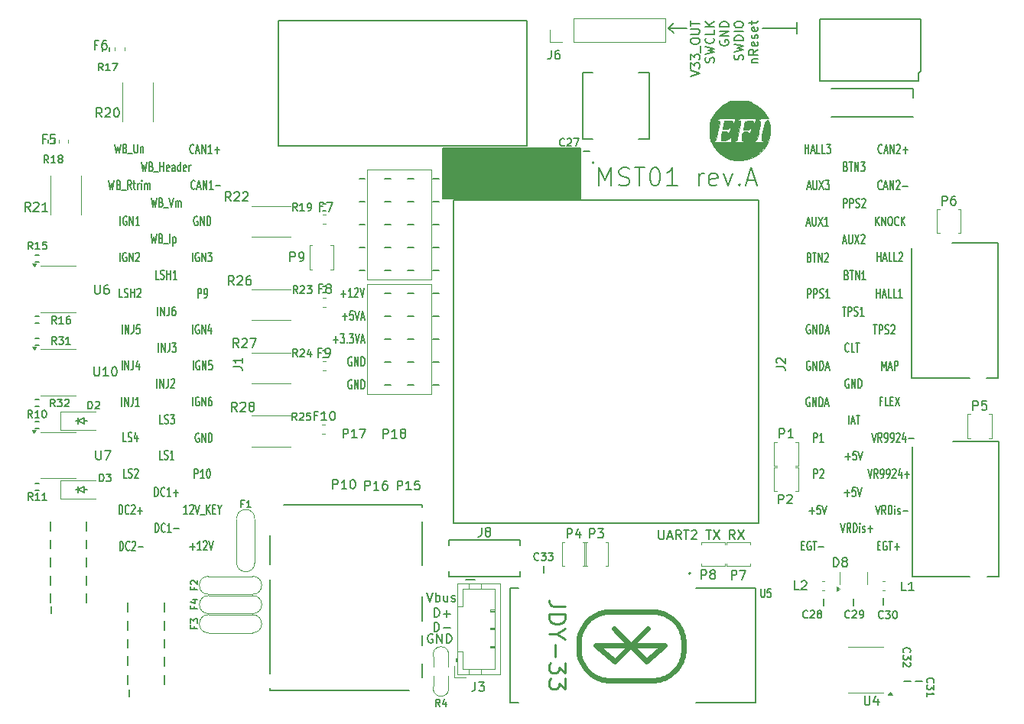
<source format=gto>
G04 #@! TF.GenerationSoftware,KiCad,Pcbnew,8.0.8-8.0.8-0~ubuntu24.04.1*
G04 #@! TF.CreationDate,2025-02-12T07:14:44+00:00*
G04 #@! TF.ProjectId,MST01,4d535430-312e-46b6-9963-61645f706362,D*
G04 #@! TF.SameCoordinates,PX440a368PY8a86a58*
G04 #@! TF.FileFunction,Legend,Top*
G04 #@! TF.FilePolarity,Positive*
%FSLAX46Y46*%
G04 Gerber Fmt 4.6, Leading zero omitted, Abs format (unit mm)*
G04 Created by KiCad (PCBNEW 8.0.8-8.0.8-0~ubuntu24.04.1) date 2025-02-12 07:14:44*
%MOMM*%
%LPD*%
G01*
G04 APERTURE LIST*
%ADD10C,0.150000*%
%ADD11C,0.200000*%
%ADD12C,0.170000*%
%ADD13C,0.250000*%
%ADD14C,0.127000*%
%ADD15C,0.120000*%
%ADD16C,0.203200*%
%ADD17C,0.631031*%
%ADD18C,0.002540*%
%ADD19C,0.099060*%
G04 APERTURE END LIST*
D10*
X43135000Y46310000D02*
X43750000Y46310000D01*
X45945000Y48855000D02*
X46560000Y48855000D01*
X43135000Y43770000D02*
X43750000Y43770000D01*
X43135000Y53930000D02*
X43750000Y53930000D01*
X45945000Y43770000D02*
X46560000Y43770000D01*
X43135000Y59010000D02*
X43750000Y59010000D01*
X43135000Y56470000D02*
X43750000Y56470000D01*
X72010000Y75700000D02*
X72575000Y75135000D01*
X43135000Y51390000D02*
X43750000Y51390000D01*
X40595000Y56470000D02*
X41210000Y56470000D01*
X45945000Y59010000D02*
X46560000Y59010000D01*
X40595000Y59010000D02*
X41210000Y59010000D01*
X40595000Y36155000D02*
X41210000Y36155000D01*
X40595000Y38690000D02*
X41210000Y38690000D01*
X86205000Y75700000D02*
X86205000Y76335000D01*
X43135000Y36155000D02*
X43750000Y36155000D01*
X40595000Y46310000D02*
X41210000Y46310000D01*
X47030000Y62404870D02*
X62246015Y62404870D01*
X62246015Y56790000D01*
X47030000Y56790000D01*
X47030000Y62404870D01*
G36*
X47030000Y62404870D02*
G01*
X62246015Y62404870D01*
X62246015Y56790000D01*
X47030000Y56790000D01*
X47030000Y62404870D01*
G37*
X38385000Y48860000D02*
X37770000Y48860000D01*
X40595000Y41230000D02*
X41210000Y41230000D01*
X40595000Y53930000D02*
X41210000Y53930000D01*
X43135000Y41230000D02*
X43750000Y41230000D01*
X72010000Y75700000D02*
X72575000Y76265000D01*
X38385000Y53940000D02*
X37770000Y53940000D01*
X40595000Y43770000D02*
X41210000Y43770000D01*
X45945000Y51390000D02*
X46560000Y51390000D01*
X72010000Y75700000D02*
X74025000Y75700000D01*
X38385000Y59020000D02*
X37770000Y59020000D01*
X45945000Y38690000D02*
X46560000Y38690000D01*
X86205000Y75700000D02*
X86205000Y75095000D01*
X38385000Y56480000D02*
X37770000Y56480000D01*
X45945000Y46310000D02*
X46560000Y46310000D01*
X45945000Y36155000D02*
X46560000Y36155000D01*
X43135000Y38690000D02*
X43750000Y38690000D01*
X45945000Y56470000D02*
X46560000Y56470000D01*
X45945000Y41230000D02*
X46560000Y41230000D01*
X40595000Y51390000D02*
X41210000Y51390000D01*
X38385000Y51400000D02*
X37770000Y51400000D01*
X45945000Y53930000D02*
X46560000Y53930000D01*
X40595000Y48855000D02*
X41210000Y48855000D01*
X82430000Y75700000D02*
X86205000Y75700000D01*
X43135000Y48855000D02*
X43750000Y48855000D01*
X19315350Y49805181D02*
X19315350Y50805181D01*
X20015350Y50757562D02*
X19948683Y50805181D01*
X19948683Y50805181D02*
X19848683Y50805181D01*
X19848683Y50805181D02*
X19748683Y50757562D01*
X19748683Y50757562D02*
X19682017Y50662324D01*
X19682017Y50662324D02*
X19648683Y50567086D01*
X19648683Y50567086D02*
X19615350Y50376610D01*
X19615350Y50376610D02*
X19615350Y50233753D01*
X19615350Y50233753D02*
X19648683Y50043277D01*
X19648683Y50043277D02*
X19682017Y49948039D01*
X19682017Y49948039D02*
X19748683Y49852800D01*
X19748683Y49852800D02*
X19848683Y49805181D01*
X19848683Y49805181D02*
X19915350Y49805181D01*
X19915350Y49805181D02*
X20015350Y49852800D01*
X20015350Y49852800D02*
X20048683Y49900420D01*
X20048683Y49900420D02*
X20048683Y50233753D01*
X20048683Y50233753D02*
X19915350Y50233753D01*
X20348683Y49805181D02*
X20348683Y50805181D01*
X20348683Y50805181D02*
X20748683Y49805181D01*
X20748683Y49805181D02*
X20748683Y50805181D01*
X21015350Y50805181D02*
X21448683Y50805181D01*
X21448683Y50805181D02*
X21215350Y50424229D01*
X21215350Y50424229D02*
X21315350Y50424229D01*
X21315350Y50424229D02*
X21382016Y50376610D01*
X21382016Y50376610D02*
X21415350Y50328991D01*
X21415350Y50328991D02*
X21448683Y50233753D01*
X21448683Y50233753D02*
X21448683Y49995658D01*
X21448683Y49995658D02*
X21415350Y49900420D01*
X21415350Y49900420D02*
X21382016Y49852800D01*
X21382016Y49852800D02*
X21315350Y49805181D01*
X21315350Y49805181D02*
X21115350Y49805181D01*
X21115350Y49805181D02*
X21048683Y49852800D01*
X21048683Y49852800D02*
X21015350Y49900420D01*
X35875350Y43711134D02*
X36408684Y43711134D01*
X36142017Y43330181D02*
X36142017Y44092086D01*
X37075351Y44330181D02*
X36742017Y44330181D01*
X36742017Y44330181D02*
X36708684Y43853991D01*
X36708684Y43853991D02*
X36742017Y43901610D01*
X36742017Y43901610D02*
X36808684Y43949229D01*
X36808684Y43949229D02*
X36975351Y43949229D01*
X36975351Y43949229D02*
X37042017Y43901610D01*
X37042017Y43901610D02*
X37075351Y43853991D01*
X37075351Y43853991D02*
X37108684Y43758753D01*
X37108684Y43758753D02*
X37108684Y43520658D01*
X37108684Y43520658D02*
X37075351Y43425420D01*
X37075351Y43425420D02*
X37042017Y43377800D01*
X37042017Y43377800D02*
X36975351Y43330181D01*
X36975351Y43330181D02*
X36808684Y43330181D01*
X36808684Y43330181D02*
X36742017Y43377800D01*
X36742017Y43377800D02*
X36708684Y43425420D01*
X37308684Y44330181D02*
X37542018Y43330181D01*
X37542018Y43330181D02*
X37775351Y44330181D01*
X37975351Y43615896D02*
X38308684Y43615896D01*
X37908684Y43330181D02*
X38142018Y44330181D01*
X38142018Y44330181D02*
X38375351Y43330181D01*
X15978684Y27865181D02*
X15645350Y27865181D01*
X15645350Y27865181D02*
X15645350Y28865181D01*
X16178684Y27912800D02*
X16278684Y27865181D01*
X16278684Y27865181D02*
X16445351Y27865181D01*
X16445351Y27865181D02*
X16512017Y27912800D01*
X16512017Y27912800D02*
X16545351Y27960420D01*
X16545351Y27960420D02*
X16578684Y28055658D01*
X16578684Y28055658D02*
X16578684Y28150896D01*
X16578684Y28150896D02*
X16545351Y28246134D01*
X16545351Y28246134D02*
X16512017Y28293753D01*
X16512017Y28293753D02*
X16445351Y28341372D01*
X16445351Y28341372D02*
X16312017Y28388991D01*
X16312017Y28388991D02*
X16245351Y28436610D01*
X16245351Y28436610D02*
X16212017Y28484229D01*
X16212017Y28484229D02*
X16178684Y28579467D01*
X16178684Y28579467D02*
X16178684Y28674705D01*
X16178684Y28674705D02*
X16212017Y28769943D01*
X16212017Y28769943D02*
X16245351Y28817562D01*
X16245351Y28817562D02*
X16312017Y28865181D01*
X16312017Y28865181D02*
X16478684Y28865181D01*
X16478684Y28865181D02*
X16578684Y28817562D01*
X17245351Y27865181D02*
X16845351Y27865181D01*
X17045351Y27865181D02*
X17045351Y28865181D01*
X17045351Y28865181D02*
X16978684Y28722324D01*
X16978684Y28722324D02*
X16912018Y28627086D01*
X16912018Y28627086D02*
X16845351Y28579467D01*
X36907017Y39177562D02*
X36840350Y39225181D01*
X36840350Y39225181D02*
X36740350Y39225181D01*
X36740350Y39225181D02*
X36640350Y39177562D01*
X36640350Y39177562D02*
X36573684Y39082324D01*
X36573684Y39082324D02*
X36540350Y38987086D01*
X36540350Y38987086D02*
X36507017Y38796610D01*
X36507017Y38796610D02*
X36507017Y38653753D01*
X36507017Y38653753D02*
X36540350Y38463277D01*
X36540350Y38463277D02*
X36573684Y38368039D01*
X36573684Y38368039D02*
X36640350Y38272800D01*
X36640350Y38272800D02*
X36740350Y38225181D01*
X36740350Y38225181D02*
X36807017Y38225181D01*
X36807017Y38225181D02*
X36907017Y38272800D01*
X36907017Y38272800D02*
X36940350Y38320420D01*
X36940350Y38320420D02*
X36940350Y38653753D01*
X36940350Y38653753D02*
X36807017Y38653753D01*
X37240350Y38225181D02*
X37240350Y39225181D01*
X37240350Y39225181D02*
X37640350Y38225181D01*
X37640350Y38225181D02*
X37640350Y39225181D01*
X37973683Y38225181D02*
X37973683Y39225181D01*
X37973683Y39225181D02*
X38140350Y39225181D01*
X38140350Y39225181D02*
X38240350Y39177562D01*
X38240350Y39177562D02*
X38307017Y39082324D01*
X38307017Y39082324D02*
X38340350Y38987086D01*
X38340350Y38987086D02*
X38373683Y38796610D01*
X38373683Y38796610D02*
X38373683Y38653753D01*
X38373683Y38653753D02*
X38340350Y38463277D01*
X38340350Y38463277D02*
X38307017Y38368039D01*
X38307017Y38368039D02*
X38240350Y38272800D01*
X38240350Y38272800D02*
X38140350Y38225181D01*
X38140350Y38225181D02*
X37973683Y38225181D01*
X19895350Y45795181D02*
X19895350Y46795181D01*
X19895350Y46795181D02*
X20162017Y46795181D01*
X20162017Y46795181D02*
X20228684Y46747562D01*
X20228684Y46747562D02*
X20262017Y46699943D01*
X20262017Y46699943D02*
X20295350Y46604705D01*
X20295350Y46604705D02*
X20295350Y46461848D01*
X20295350Y46461848D02*
X20262017Y46366610D01*
X20262017Y46366610D02*
X20228684Y46318991D01*
X20228684Y46318991D02*
X20162017Y46271372D01*
X20162017Y46271372D02*
X19895350Y46271372D01*
X20628684Y45795181D02*
X20762017Y45795181D01*
X20762017Y45795181D02*
X20828684Y45842800D01*
X20828684Y45842800D02*
X20862017Y45890420D01*
X20862017Y45890420D02*
X20928684Y46033277D01*
X20928684Y46033277D02*
X20962017Y46223753D01*
X20962017Y46223753D02*
X20962017Y46604705D01*
X20962017Y46604705D02*
X20928684Y46699943D01*
X20928684Y46699943D02*
X20895350Y46747562D01*
X20895350Y46747562D02*
X20828684Y46795181D01*
X20828684Y46795181D02*
X20695350Y46795181D01*
X20695350Y46795181D02*
X20628684Y46747562D01*
X20628684Y46747562D02*
X20595350Y46699943D01*
X20595350Y46699943D02*
X20562017Y46604705D01*
X20562017Y46604705D02*
X20562017Y46366610D01*
X20562017Y46366610D02*
X20595350Y46271372D01*
X20595350Y46271372D02*
X20628684Y46223753D01*
X20628684Y46223753D02*
X20695350Y46176134D01*
X20695350Y46176134D02*
X20828684Y46176134D01*
X20828684Y46176134D02*
X20895350Y46223753D01*
X20895350Y46223753D02*
X20928684Y46271372D01*
X20928684Y46271372D02*
X20962017Y46366610D01*
D11*
X45888482Y8460162D02*
X45793244Y8507781D01*
X45793244Y8507781D02*
X45650387Y8507781D01*
X45650387Y8507781D02*
X45507530Y8460162D01*
X45507530Y8460162D02*
X45412292Y8364924D01*
X45412292Y8364924D02*
X45364673Y8269686D01*
X45364673Y8269686D02*
X45317054Y8079210D01*
X45317054Y8079210D02*
X45317054Y7936353D01*
X45317054Y7936353D02*
X45364673Y7745877D01*
X45364673Y7745877D02*
X45412292Y7650639D01*
X45412292Y7650639D02*
X45507530Y7555400D01*
X45507530Y7555400D02*
X45650387Y7507781D01*
X45650387Y7507781D02*
X45745625Y7507781D01*
X45745625Y7507781D02*
X45888482Y7555400D01*
X45888482Y7555400D02*
X45936101Y7603020D01*
X45936101Y7603020D02*
X45936101Y7936353D01*
X45936101Y7936353D02*
X45745625Y7936353D01*
X46364673Y7507781D02*
X46364673Y8507781D01*
X46364673Y8507781D02*
X46936101Y7507781D01*
X46936101Y7507781D02*
X46936101Y8507781D01*
X47412292Y7507781D02*
X47412292Y8507781D01*
X47412292Y8507781D02*
X47650387Y8507781D01*
X47650387Y8507781D02*
X47793244Y8460162D01*
X47793244Y8460162D02*
X47888482Y8364924D01*
X47888482Y8364924D02*
X47936101Y8269686D01*
X47936101Y8269686D02*
X47983720Y8079210D01*
X47983720Y8079210D02*
X47983720Y7936353D01*
X47983720Y7936353D02*
X47936101Y7745877D01*
X47936101Y7745877D02*
X47888482Y7650639D01*
X47888482Y7650639D02*
X47793244Y7555400D01*
X47793244Y7555400D02*
X47650387Y7507781D01*
X47650387Y7507781D02*
X47412292Y7507781D01*
D10*
X91965350Y39875420D02*
X91932017Y39827800D01*
X91932017Y39827800D02*
X91832017Y39780181D01*
X91832017Y39780181D02*
X91765350Y39780181D01*
X91765350Y39780181D02*
X91665350Y39827800D01*
X91665350Y39827800D02*
X91598684Y39923039D01*
X91598684Y39923039D02*
X91565350Y40018277D01*
X91565350Y40018277D02*
X91532017Y40208753D01*
X91532017Y40208753D02*
X91532017Y40351610D01*
X91532017Y40351610D02*
X91565350Y40542086D01*
X91565350Y40542086D02*
X91598684Y40637324D01*
X91598684Y40637324D02*
X91665350Y40732562D01*
X91665350Y40732562D02*
X91765350Y40780181D01*
X91765350Y40780181D02*
X91832017Y40780181D01*
X91832017Y40780181D02*
X91932017Y40732562D01*
X91932017Y40732562D02*
X91965350Y40684943D01*
X92598684Y39780181D02*
X92265350Y39780181D01*
X92265350Y39780181D02*
X92265350Y40780181D01*
X92732017Y40780181D02*
X93132017Y40780181D01*
X92932017Y39780181D02*
X92932017Y40780181D01*
X19015350Y18196134D02*
X19548684Y18196134D01*
X19282017Y17815181D02*
X19282017Y18577086D01*
X20248684Y17815181D02*
X19848684Y17815181D01*
X20048684Y17815181D02*
X20048684Y18815181D01*
X20048684Y18815181D02*
X19982017Y18672324D01*
X19982017Y18672324D02*
X19915351Y18577086D01*
X19915351Y18577086D02*
X19848684Y18529467D01*
X20515351Y18719943D02*
X20548684Y18767562D01*
X20548684Y18767562D02*
X20615351Y18815181D01*
X20615351Y18815181D02*
X20782018Y18815181D01*
X20782018Y18815181D02*
X20848684Y18767562D01*
X20848684Y18767562D02*
X20882018Y18719943D01*
X20882018Y18719943D02*
X20915351Y18624705D01*
X20915351Y18624705D02*
X20915351Y18529467D01*
X20915351Y18529467D02*
X20882018Y18386610D01*
X20882018Y18386610D02*
X20482018Y17815181D01*
X20482018Y17815181D02*
X20915351Y17815181D01*
X21115351Y18815181D02*
X21348685Y17815181D01*
X21348685Y17815181D02*
X21582018Y18815181D01*
X74455043Y70310602D02*
X75455043Y70643935D01*
X75455043Y70643935D02*
X74455043Y70977268D01*
X74455043Y71215364D02*
X74455043Y71834411D01*
X74455043Y71834411D02*
X74835995Y71501078D01*
X74835995Y71501078D02*
X74835995Y71643935D01*
X74835995Y71643935D02*
X74883614Y71739173D01*
X74883614Y71739173D02*
X74931233Y71786792D01*
X74931233Y71786792D02*
X75026471Y71834411D01*
X75026471Y71834411D02*
X75264566Y71834411D01*
X75264566Y71834411D02*
X75359804Y71786792D01*
X75359804Y71786792D02*
X75407424Y71739173D01*
X75407424Y71739173D02*
X75455043Y71643935D01*
X75455043Y71643935D02*
X75455043Y71358221D01*
X75455043Y71358221D02*
X75407424Y71262983D01*
X75407424Y71262983D02*
X75359804Y71215364D01*
X74455043Y72167745D02*
X74455043Y72786792D01*
X74455043Y72786792D02*
X74835995Y72453459D01*
X74835995Y72453459D02*
X74835995Y72596316D01*
X74835995Y72596316D02*
X74883614Y72691554D01*
X74883614Y72691554D02*
X74931233Y72739173D01*
X74931233Y72739173D02*
X75026471Y72786792D01*
X75026471Y72786792D02*
X75264566Y72786792D01*
X75264566Y72786792D02*
X75359804Y72739173D01*
X75359804Y72739173D02*
X75407424Y72691554D01*
X75407424Y72691554D02*
X75455043Y72596316D01*
X75455043Y72596316D02*
X75455043Y72310602D01*
X75455043Y72310602D02*
X75407424Y72215364D01*
X75407424Y72215364D02*
X75359804Y72167745D01*
X75550281Y72977268D02*
X75550281Y73739173D01*
X74455043Y74167745D02*
X74455043Y74358221D01*
X74455043Y74358221D02*
X74502662Y74453459D01*
X74502662Y74453459D02*
X74597900Y74548697D01*
X74597900Y74548697D02*
X74788376Y74596316D01*
X74788376Y74596316D02*
X75121709Y74596316D01*
X75121709Y74596316D02*
X75312185Y74548697D01*
X75312185Y74548697D02*
X75407424Y74453459D01*
X75407424Y74453459D02*
X75455043Y74358221D01*
X75455043Y74358221D02*
X75455043Y74167745D01*
X75455043Y74167745D02*
X75407424Y74072507D01*
X75407424Y74072507D02*
X75312185Y73977269D01*
X75312185Y73977269D02*
X75121709Y73929650D01*
X75121709Y73929650D02*
X74788376Y73929650D01*
X74788376Y73929650D02*
X74597900Y73977269D01*
X74597900Y73977269D02*
X74502662Y74072507D01*
X74502662Y74072507D02*
X74455043Y74167745D01*
X74455043Y75024888D02*
X75264566Y75024888D01*
X75264566Y75024888D02*
X75359804Y75072507D01*
X75359804Y75072507D02*
X75407424Y75120126D01*
X75407424Y75120126D02*
X75455043Y75215364D01*
X75455043Y75215364D02*
X75455043Y75405840D01*
X75455043Y75405840D02*
X75407424Y75501078D01*
X75407424Y75501078D02*
X75359804Y75548697D01*
X75359804Y75548697D02*
X75264566Y75596316D01*
X75264566Y75596316D02*
X74455043Y75596316D01*
X74455043Y75929650D02*
X74455043Y76501078D01*
X75455043Y76215364D02*
X74455043Y76215364D01*
X77017368Y71882031D02*
X77064987Y72024888D01*
X77064987Y72024888D02*
X77064987Y72262983D01*
X77064987Y72262983D02*
X77017368Y72358221D01*
X77017368Y72358221D02*
X76969748Y72405840D01*
X76969748Y72405840D02*
X76874510Y72453459D01*
X76874510Y72453459D02*
X76779272Y72453459D01*
X76779272Y72453459D02*
X76684034Y72405840D01*
X76684034Y72405840D02*
X76636415Y72358221D01*
X76636415Y72358221D02*
X76588796Y72262983D01*
X76588796Y72262983D02*
X76541177Y72072507D01*
X76541177Y72072507D02*
X76493558Y71977269D01*
X76493558Y71977269D02*
X76445939Y71929650D01*
X76445939Y71929650D02*
X76350701Y71882031D01*
X76350701Y71882031D02*
X76255463Y71882031D01*
X76255463Y71882031D02*
X76160225Y71929650D01*
X76160225Y71929650D02*
X76112606Y71977269D01*
X76112606Y71977269D02*
X76064987Y72072507D01*
X76064987Y72072507D02*
X76064987Y72310602D01*
X76064987Y72310602D02*
X76112606Y72453459D01*
X76064987Y72786793D02*
X77064987Y73024888D01*
X77064987Y73024888D02*
X76350701Y73215364D01*
X76350701Y73215364D02*
X77064987Y73405840D01*
X77064987Y73405840D02*
X76064987Y73643935D01*
X76969748Y74596316D02*
X77017368Y74548697D01*
X77017368Y74548697D02*
X77064987Y74405840D01*
X77064987Y74405840D02*
X77064987Y74310602D01*
X77064987Y74310602D02*
X77017368Y74167745D01*
X77017368Y74167745D02*
X76922129Y74072507D01*
X76922129Y74072507D02*
X76826891Y74024888D01*
X76826891Y74024888D02*
X76636415Y73977269D01*
X76636415Y73977269D02*
X76493558Y73977269D01*
X76493558Y73977269D02*
X76303082Y74024888D01*
X76303082Y74024888D02*
X76207844Y74072507D01*
X76207844Y74072507D02*
X76112606Y74167745D01*
X76112606Y74167745D02*
X76064987Y74310602D01*
X76064987Y74310602D02*
X76064987Y74405840D01*
X76064987Y74405840D02*
X76112606Y74548697D01*
X76112606Y74548697D02*
X76160225Y74596316D01*
X77064987Y75501078D02*
X77064987Y75024888D01*
X77064987Y75024888D02*
X76064987Y75024888D01*
X77064987Y75834412D02*
X76064987Y75834412D01*
X77064987Y76405840D02*
X76493558Y75977269D01*
X76064987Y76405840D02*
X76636415Y75834412D01*
X77722550Y74310602D02*
X77674931Y74215364D01*
X77674931Y74215364D02*
X77674931Y74072507D01*
X77674931Y74072507D02*
X77722550Y73929650D01*
X77722550Y73929650D02*
X77817788Y73834412D01*
X77817788Y73834412D02*
X77913026Y73786793D01*
X77913026Y73786793D02*
X78103502Y73739174D01*
X78103502Y73739174D02*
X78246359Y73739174D01*
X78246359Y73739174D02*
X78436835Y73786793D01*
X78436835Y73786793D02*
X78532073Y73834412D01*
X78532073Y73834412D02*
X78627312Y73929650D01*
X78627312Y73929650D02*
X78674931Y74072507D01*
X78674931Y74072507D02*
X78674931Y74167745D01*
X78674931Y74167745D02*
X78627312Y74310602D01*
X78627312Y74310602D02*
X78579692Y74358221D01*
X78579692Y74358221D02*
X78246359Y74358221D01*
X78246359Y74358221D02*
X78246359Y74167745D01*
X78674931Y74786793D02*
X77674931Y74786793D01*
X77674931Y74786793D02*
X78674931Y75358221D01*
X78674931Y75358221D02*
X77674931Y75358221D01*
X78674931Y75834412D02*
X77674931Y75834412D01*
X77674931Y75834412D02*
X77674931Y76072507D01*
X77674931Y76072507D02*
X77722550Y76215364D01*
X77722550Y76215364D02*
X77817788Y76310602D01*
X77817788Y76310602D02*
X77913026Y76358221D01*
X77913026Y76358221D02*
X78103502Y76405840D01*
X78103502Y76405840D02*
X78246359Y76405840D01*
X78246359Y76405840D02*
X78436835Y76358221D01*
X78436835Y76358221D02*
X78532073Y76310602D01*
X78532073Y76310602D02*
X78627312Y76215364D01*
X78627312Y76215364D02*
X78674931Y76072507D01*
X78674931Y76072507D02*
X78674931Y75834412D01*
X80237256Y72167746D02*
X80284875Y72310603D01*
X80284875Y72310603D02*
X80284875Y72548698D01*
X80284875Y72548698D02*
X80237256Y72643936D01*
X80237256Y72643936D02*
X80189636Y72691555D01*
X80189636Y72691555D02*
X80094398Y72739174D01*
X80094398Y72739174D02*
X79999160Y72739174D01*
X79999160Y72739174D02*
X79903922Y72691555D01*
X79903922Y72691555D02*
X79856303Y72643936D01*
X79856303Y72643936D02*
X79808684Y72548698D01*
X79808684Y72548698D02*
X79761065Y72358222D01*
X79761065Y72358222D02*
X79713446Y72262984D01*
X79713446Y72262984D02*
X79665827Y72215365D01*
X79665827Y72215365D02*
X79570589Y72167746D01*
X79570589Y72167746D02*
X79475351Y72167746D01*
X79475351Y72167746D02*
X79380113Y72215365D01*
X79380113Y72215365D02*
X79332494Y72262984D01*
X79332494Y72262984D02*
X79284875Y72358222D01*
X79284875Y72358222D02*
X79284875Y72596317D01*
X79284875Y72596317D02*
X79332494Y72739174D01*
X79284875Y73072508D02*
X80284875Y73310603D01*
X80284875Y73310603D02*
X79570589Y73501079D01*
X79570589Y73501079D02*
X80284875Y73691555D01*
X80284875Y73691555D02*
X79284875Y73929650D01*
X80284875Y74310603D02*
X79284875Y74310603D01*
X79284875Y74310603D02*
X79284875Y74548698D01*
X79284875Y74548698D02*
X79332494Y74691555D01*
X79332494Y74691555D02*
X79427732Y74786793D01*
X79427732Y74786793D02*
X79522970Y74834412D01*
X79522970Y74834412D02*
X79713446Y74882031D01*
X79713446Y74882031D02*
X79856303Y74882031D01*
X79856303Y74882031D02*
X80046779Y74834412D01*
X80046779Y74834412D02*
X80142017Y74786793D01*
X80142017Y74786793D02*
X80237256Y74691555D01*
X80237256Y74691555D02*
X80284875Y74548698D01*
X80284875Y74548698D02*
X80284875Y74310603D01*
X80284875Y75310603D02*
X79284875Y75310603D01*
X79284875Y75977269D02*
X79284875Y76167745D01*
X79284875Y76167745D02*
X79332494Y76262983D01*
X79332494Y76262983D02*
X79427732Y76358221D01*
X79427732Y76358221D02*
X79618208Y76405840D01*
X79618208Y76405840D02*
X79951541Y76405840D01*
X79951541Y76405840D02*
X80142017Y76358221D01*
X80142017Y76358221D02*
X80237256Y76262983D01*
X80237256Y76262983D02*
X80284875Y76167745D01*
X80284875Y76167745D02*
X80284875Y75977269D01*
X80284875Y75977269D02*
X80237256Y75882031D01*
X80237256Y75882031D02*
X80142017Y75786793D01*
X80142017Y75786793D02*
X79951541Y75739174D01*
X79951541Y75739174D02*
X79618208Y75739174D01*
X79618208Y75739174D02*
X79427732Y75786793D01*
X79427732Y75786793D02*
X79332494Y75882031D01*
X79332494Y75882031D02*
X79284875Y75977269D01*
X81228152Y71834411D02*
X81894819Y71834411D01*
X81323390Y71834411D02*
X81275771Y71882030D01*
X81275771Y71882030D02*
X81228152Y71977268D01*
X81228152Y71977268D02*
X81228152Y72120125D01*
X81228152Y72120125D02*
X81275771Y72215363D01*
X81275771Y72215363D02*
X81371009Y72262982D01*
X81371009Y72262982D02*
X81894819Y72262982D01*
X81894819Y73310601D02*
X81418628Y72977268D01*
X81894819Y72739173D02*
X80894819Y72739173D01*
X80894819Y72739173D02*
X80894819Y73120125D01*
X80894819Y73120125D02*
X80942438Y73215363D01*
X80942438Y73215363D02*
X80990057Y73262982D01*
X80990057Y73262982D02*
X81085295Y73310601D01*
X81085295Y73310601D02*
X81228152Y73310601D01*
X81228152Y73310601D02*
X81323390Y73262982D01*
X81323390Y73262982D02*
X81371009Y73215363D01*
X81371009Y73215363D02*
X81418628Y73120125D01*
X81418628Y73120125D02*
X81418628Y72739173D01*
X81847200Y74120125D02*
X81894819Y74024887D01*
X81894819Y74024887D02*
X81894819Y73834411D01*
X81894819Y73834411D02*
X81847200Y73739173D01*
X81847200Y73739173D02*
X81751961Y73691554D01*
X81751961Y73691554D02*
X81371009Y73691554D01*
X81371009Y73691554D02*
X81275771Y73739173D01*
X81275771Y73739173D02*
X81228152Y73834411D01*
X81228152Y73834411D02*
X81228152Y74024887D01*
X81228152Y74024887D02*
X81275771Y74120125D01*
X81275771Y74120125D02*
X81371009Y74167744D01*
X81371009Y74167744D02*
X81466247Y74167744D01*
X81466247Y74167744D02*
X81561485Y73691554D01*
X81847200Y74548697D02*
X81894819Y74643935D01*
X81894819Y74643935D02*
X81894819Y74834411D01*
X81894819Y74834411D02*
X81847200Y74929649D01*
X81847200Y74929649D02*
X81751961Y74977268D01*
X81751961Y74977268D02*
X81704342Y74977268D01*
X81704342Y74977268D02*
X81609104Y74929649D01*
X81609104Y74929649D02*
X81561485Y74834411D01*
X81561485Y74834411D02*
X81561485Y74691554D01*
X81561485Y74691554D02*
X81513866Y74596316D01*
X81513866Y74596316D02*
X81418628Y74548697D01*
X81418628Y74548697D02*
X81371009Y74548697D01*
X81371009Y74548697D02*
X81275771Y74596316D01*
X81275771Y74596316D02*
X81228152Y74691554D01*
X81228152Y74691554D02*
X81228152Y74834411D01*
X81228152Y74834411D02*
X81275771Y74929649D01*
X81847200Y75786792D02*
X81894819Y75691554D01*
X81894819Y75691554D02*
X81894819Y75501078D01*
X81894819Y75501078D02*
X81847200Y75405840D01*
X81847200Y75405840D02*
X81751961Y75358221D01*
X81751961Y75358221D02*
X81371009Y75358221D01*
X81371009Y75358221D02*
X81275771Y75405840D01*
X81275771Y75405840D02*
X81228152Y75501078D01*
X81228152Y75501078D02*
X81228152Y75691554D01*
X81228152Y75691554D02*
X81275771Y75786792D01*
X81275771Y75786792D02*
X81371009Y75834411D01*
X81371009Y75834411D02*
X81466247Y75834411D01*
X81466247Y75834411D02*
X81561485Y75358221D01*
X81228152Y76120126D02*
X81228152Y76501078D01*
X80894819Y76262983D02*
X81751961Y76262983D01*
X81751961Y76262983D02*
X81847200Y76310602D01*
X81847200Y76310602D02*
X81894819Y76405840D01*
X81894819Y76405840D02*
X81894819Y76501078D01*
X20012017Y30747562D02*
X19945350Y30795181D01*
X19945350Y30795181D02*
X19845350Y30795181D01*
X19845350Y30795181D02*
X19745350Y30747562D01*
X19745350Y30747562D02*
X19678684Y30652324D01*
X19678684Y30652324D02*
X19645350Y30557086D01*
X19645350Y30557086D02*
X19612017Y30366610D01*
X19612017Y30366610D02*
X19612017Y30223753D01*
X19612017Y30223753D02*
X19645350Y30033277D01*
X19645350Y30033277D02*
X19678684Y29938039D01*
X19678684Y29938039D02*
X19745350Y29842800D01*
X19745350Y29842800D02*
X19845350Y29795181D01*
X19845350Y29795181D02*
X19912017Y29795181D01*
X19912017Y29795181D02*
X20012017Y29842800D01*
X20012017Y29842800D02*
X20045350Y29890420D01*
X20045350Y29890420D02*
X20045350Y30223753D01*
X20045350Y30223753D02*
X19912017Y30223753D01*
X20345350Y29795181D02*
X20345350Y30795181D01*
X20345350Y30795181D02*
X20745350Y29795181D01*
X20745350Y29795181D02*
X20745350Y30795181D01*
X21078683Y29795181D02*
X21078683Y30795181D01*
X21078683Y30795181D02*
X21245350Y30795181D01*
X21245350Y30795181D02*
X21345350Y30747562D01*
X21345350Y30747562D02*
X21412017Y30652324D01*
X21412017Y30652324D02*
X21445350Y30557086D01*
X21445350Y30557086D02*
X21478683Y30366610D01*
X21478683Y30366610D02*
X21478683Y30223753D01*
X21478683Y30223753D02*
X21445350Y30033277D01*
X21445350Y30033277D02*
X21412017Y29938039D01*
X21412017Y29938039D02*
X21345350Y29842800D01*
X21345350Y29842800D02*
X21245350Y29795181D01*
X21245350Y29795181D02*
X21078683Y29795181D01*
X91322017Y52080896D02*
X91655350Y52080896D01*
X91255350Y51795181D02*
X91488684Y52795181D01*
X91488684Y52795181D02*
X91722017Y51795181D01*
X91955350Y52795181D02*
X91955350Y51985658D01*
X91955350Y51985658D02*
X91988684Y51890420D01*
X91988684Y51890420D02*
X92022017Y51842800D01*
X92022017Y51842800D02*
X92088684Y51795181D01*
X92088684Y51795181D02*
X92222017Y51795181D01*
X92222017Y51795181D02*
X92288684Y51842800D01*
X92288684Y51842800D02*
X92322017Y51890420D01*
X92322017Y51890420D02*
X92355350Y51985658D01*
X92355350Y51985658D02*
X92355350Y52795181D01*
X92622017Y52795181D02*
X93088683Y51795181D01*
X93088683Y52795181D02*
X92622017Y51795181D01*
X93322017Y52699943D02*
X93355350Y52747562D01*
X93355350Y52747562D02*
X93422017Y52795181D01*
X93422017Y52795181D02*
X93588684Y52795181D01*
X93588684Y52795181D02*
X93655350Y52747562D01*
X93655350Y52747562D02*
X93688684Y52699943D01*
X93688684Y52699943D02*
X93722017Y52604705D01*
X93722017Y52604705D02*
X93722017Y52509467D01*
X93722017Y52509467D02*
X93688684Y52366610D01*
X93688684Y52366610D02*
X93288684Y51795181D01*
X93288684Y51795181D02*
X93722017Y51795181D01*
X91065350Y20790181D02*
X91298684Y19790181D01*
X91298684Y19790181D02*
X91532017Y20790181D01*
X92165350Y19790181D02*
X91932017Y20266372D01*
X91765350Y19790181D02*
X91765350Y20790181D01*
X91765350Y20790181D02*
X92032017Y20790181D01*
X92032017Y20790181D02*
X92098684Y20742562D01*
X92098684Y20742562D02*
X92132017Y20694943D01*
X92132017Y20694943D02*
X92165350Y20599705D01*
X92165350Y20599705D02*
X92165350Y20456848D01*
X92165350Y20456848D02*
X92132017Y20361610D01*
X92132017Y20361610D02*
X92098684Y20313991D01*
X92098684Y20313991D02*
X92032017Y20266372D01*
X92032017Y20266372D02*
X91765350Y20266372D01*
X92465350Y19790181D02*
X92465350Y20790181D01*
X92465350Y20790181D02*
X92632017Y20790181D01*
X92632017Y20790181D02*
X92732017Y20742562D01*
X92732017Y20742562D02*
X92798684Y20647324D01*
X92798684Y20647324D02*
X92832017Y20552086D01*
X92832017Y20552086D02*
X92865350Y20361610D01*
X92865350Y20361610D02*
X92865350Y20218753D01*
X92865350Y20218753D02*
X92832017Y20028277D01*
X92832017Y20028277D02*
X92798684Y19933039D01*
X92798684Y19933039D02*
X92732017Y19837800D01*
X92732017Y19837800D02*
X92632017Y19790181D01*
X92632017Y19790181D02*
X92465350Y19790181D01*
X93165350Y19790181D02*
X93165350Y20456848D01*
X93165350Y20790181D02*
X93132017Y20742562D01*
X93132017Y20742562D02*
X93165350Y20694943D01*
X93165350Y20694943D02*
X93198684Y20742562D01*
X93198684Y20742562D02*
X93165350Y20790181D01*
X93165350Y20790181D02*
X93165350Y20694943D01*
X93465350Y19837800D02*
X93532017Y19790181D01*
X93532017Y19790181D02*
X93665350Y19790181D01*
X93665350Y19790181D02*
X93732017Y19837800D01*
X93732017Y19837800D02*
X93765350Y19933039D01*
X93765350Y19933039D02*
X93765350Y19980658D01*
X93765350Y19980658D02*
X93732017Y20075896D01*
X93732017Y20075896D02*
X93665350Y20123515D01*
X93665350Y20123515D02*
X93565350Y20123515D01*
X93565350Y20123515D02*
X93498683Y20171134D01*
X93498683Y20171134D02*
X93465350Y20266372D01*
X93465350Y20266372D02*
X93465350Y20313991D01*
X93465350Y20313991D02*
X93498683Y20409229D01*
X93498683Y20409229D02*
X93565350Y20456848D01*
X93565350Y20456848D02*
X93665350Y20456848D01*
X93665350Y20456848D02*
X93732017Y20409229D01*
X94065350Y20171134D02*
X94598684Y20171134D01*
X94332017Y19790181D02*
X94332017Y20552086D01*
X87600350Y22161134D02*
X88133684Y22161134D01*
X87867017Y21780181D02*
X87867017Y22542086D01*
X88800351Y22780181D02*
X88467017Y22780181D01*
X88467017Y22780181D02*
X88433684Y22303991D01*
X88433684Y22303991D02*
X88467017Y22351610D01*
X88467017Y22351610D02*
X88533684Y22399229D01*
X88533684Y22399229D02*
X88700351Y22399229D01*
X88700351Y22399229D02*
X88767017Y22351610D01*
X88767017Y22351610D02*
X88800351Y22303991D01*
X88800351Y22303991D02*
X88833684Y22208753D01*
X88833684Y22208753D02*
X88833684Y21970658D01*
X88833684Y21970658D02*
X88800351Y21875420D01*
X88800351Y21875420D02*
X88767017Y21827800D01*
X88767017Y21827800D02*
X88700351Y21780181D01*
X88700351Y21780181D02*
X88533684Y21780181D01*
X88533684Y21780181D02*
X88467017Y21827800D01*
X88467017Y21827800D02*
X88433684Y21875420D01*
X89033684Y22780181D02*
X89267018Y21780181D01*
X89267018Y21780181D02*
X89500351Y22780181D01*
X15563684Y47850181D02*
X15230350Y47850181D01*
X15230350Y47850181D02*
X15230350Y48850181D01*
X15763684Y47897800D02*
X15863684Y47850181D01*
X15863684Y47850181D02*
X16030351Y47850181D01*
X16030351Y47850181D02*
X16097017Y47897800D01*
X16097017Y47897800D02*
X16130351Y47945420D01*
X16130351Y47945420D02*
X16163684Y48040658D01*
X16163684Y48040658D02*
X16163684Y48135896D01*
X16163684Y48135896D02*
X16130351Y48231134D01*
X16130351Y48231134D02*
X16097017Y48278753D01*
X16097017Y48278753D02*
X16030351Y48326372D01*
X16030351Y48326372D02*
X15897017Y48373991D01*
X15897017Y48373991D02*
X15830351Y48421610D01*
X15830351Y48421610D02*
X15797017Y48469229D01*
X15797017Y48469229D02*
X15763684Y48564467D01*
X15763684Y48564467D02*
X15763684Y48659705D01*
X15763684Y48659705D02*
X15797017Y48754943D01*
X15797017Y48754943D02*
X15830351Y48802562D01*
X15830351Y48802562D02*
X15897017Y48850181D01*
X15897017Y48850181D02*
X16063684Y48850181D01*
X16063684Y48850181D02*
X16163684Y48802562D01*
X16463684Y47850181D02*
X16463684Y48850181D01*
X16463684Y48373991D02*
X16863684Y48373991D01*
X16863684Y47850181D02*
X16863684Y48850181D01*
X17563684Y47850181D02*
X17163684Y47850181D01*
X17363684Y47850181D02*
X17363684Y48850181D01*
X17363684Y48850181D02*
X17297017Y48707324D01*
X17297017Y48707324D02*
X17230351Y48612086D01*
X17230351Y48612086D02*
X17163684Y48564467D01*
X95628684Y34328991D02*
X95395350Y34328991D01*
X95395350Y33805181D02*
X95395350Y34805181D01*
X95395350Y34805181D02*
X95728684Y34805181D01*
X96328684Y33805181D02*
X95995350Y33805181D01*
X95995350Y33805181D02*
X95995350Y34805181D01*
X96562017Y34328991D02*
X96795351Y34328991D01*
X96895351Y33805181D02*
X96562017Y33805181D01*
X96562017Y33805181D02*
X96562017Y34805181D01*
X96562017Y34805181D02*
X96895351Y34805181D01*
X97128684Y34805181D02*
X97595350Y33805181D01*
X97595350Y34805181D02*
X97128684Y33805181D01*
X13613684Y60820181D02*
X13780350Y59820181D01*
X13780350Y59820181D02*
X13913684Y60534467D01*
X13913684Y60534467D02*
X14047017Y59820181D01*
X14047017Y59820181D02*
X14213684Y60820181D01*
X14713684Y60343991D02*
X14813684Y60296372D01*
X14813684Y60296372D02*
X14847017Y60248753D01*
X14847017Y60248753D02*
X14880350Y60153515D01*
X14880350Y60153515D02*
X14880350Y60010658D01*
X14880350Y60010658D02*
X14847017Y59915420D01*
X14847017Y59915420D02*
X14813684Y59867800D01*
X14813684Y59867800D02*
X14747017Y59820181D01*
X14747017Y59820181D02*
X14480350Y59820181D01*
X14480350Y59820181D02*
X14480350Y60820181D01*
X14480350Y60820181D02*
X14713684Y60820181D01*
X14713684Y60820181D02*
X14780350Y60772562D01*
X14780350Y60772562D02*
X14813684Y60724943D01*
X14813684Y60724943D02*
X14847017Y60629705D01*
X14847017Y60629705D02*
X14847017Y60534467D01*
X14847017Y60534467D02*
X14813684Y60439229D01*
X14813684Y60439229D02*
X14780350Y60391610D01*
X14780350Y60391610D02*
X14713684Y60343991D01*
X14713684Y60343991D02*
X14480350Y60343991D01*
X15013684Y59724943D02*
X15547017Y59724943D01*
X15713683Y59820181D02*
X15713683Y60820181D01*
X15713683Y60343991D02*
X16113683Y60343991D01*
X16113683Y59820181D02*
X16113683Y60820181D01*
X16713683Y59867800D02*
X16647016Y59820181D01*
X16647016Y59820181D02*
X16513683Y59820181D01*
X16513683Y59820181D02*
X16447016Y59867800D01*
X16447016Y59867800D02*
X16413683Y59963039D01*
X16413683Y59963039D02*
X16413683Y60343991D01*
X16413683Y60343991D02*
X16447016Y60439229D01*
X16447016Y60439229D02*
X16513683Y60486848D01*
X16513683Y60486848D02*
X16647016Y60486848D01*
X16647016Y60486848D02*
X16713683Y60439229D01*
X16713683Y60439229D02*
X16747016Y60343991D01*
X16747016Y60343991D02*
X16747016Y60248753D01*
X16747016Y60248753D02*
X16413683Y60153515D01*
X17347016Y59820181D02*
X17347016Y60343991D01*
X17347016Y60343991D02*
X17313683Y60439229D01*
X17313683Y60439229D02*
X17247016Y60486848D01*
X17247016Y60486848D02*
X17113683Y60486848D01*
X17113683Y60486848D02*
X17047016Y60439229D01*
X17347016Y59867800D02*
X17280350Y59820181D01*
X17280350Y59820181D02*
X17113683Y59820181D01*
X17113683Y59820181D02*
X17047016Y59867800D01*
X17047016Y59867800D02*
X17013683Y59963039D01*
X17013683Y59963039D02*
X17013683Y60058277D01*
X17013683Y60058277D02*
X17047016Y60153515D01*
X17047016Y60153515D02*
X17113683Y60201134D01*
X17113683Y60201134D02*
X17280350Y60201134D01*
X17280350Y60201134D02*
X17347016Y60248753D01*
X17980349Y59820181D02*
X17980349Y60820181D01*
X17980349Y59867800D02*
X17913683Y59820181D01*
X17913683Y59820181D02*
X17780349Y59820181D01*
X17780349Y59820181D02*
X17713683Y59867800D01*
X17713683Y59867800D02*
X17680349Y59915420D01*
X17680349Y59915420D02*
X17647016Y60010658D01*
X17647016Y60010658D02*
X17647016Y60296372D01*
X17647016Y60296372D02*
X17680349Y60391610D01*
X17680349Y60391610D02*
X17713683Y60439229D01*
X17713683Y60439229D02*
X17780349Y60486848D01*
X17780349Y60486848D02*
X17913683Y60486848D01*
X17913683Y60486848D02*
X17980349Y60439229D01*
X18580349Y59867800D02*
X18513682Y59820181D01*
X18513682Y59820181D02*
X18380349Y59820181D01*
X18380349Y59820181D02*
X18313682Y59867800D01*
X18313682Y59867800D02*
X18280349Y59963039D01*
X18280349Y59963039D02*
X18280349Y60343991D01*
X18280349Y60343991D02*
X18313682Y60439229D01*
X18313682Y60439229D02*
X18380349Y60486848D01*
X18380349Y60486848D02*
X18513682Y60486848D01*
X18513682Y60486848D02*
X18580349Y60439229D01*
X18580349Y60439229D02*
X18613682Y60343991D01*
X18613682Y60343991D02*
X18613682Y60248753D01*
X18613682Y60248753D02*
X18280349Y60153515D01*
X18913682Y59820181D02*
X18913682Y60486848D01*
X18913682Y60296372D02*
X18947016Y60391610D01*
X18947016Y60391610D02*
X18980349Y60439229D01*
X18980349Y60439229D02*
X19047016Y60486848D01*
X19047016Y60486848D02*
X19113682Y60486848D01*
X15455350Y43790181D02*
X15455350Y44790181D01*
X15788683Y43790181D02*
X15788683Y44790181D01*
X15788683Y44790181D02*
X16188683Y43790181D01*
X16188683Y43790181D02*
X16188683Y44790181D01*
X16722016Y44790181D02*
X16722016Y44075896D01*
X16722016Y44075896D02*
X16688683Y43933039D01*
X16688683Y43933039D02*
X16622016Y43837800D01*
X16622016Y43837800D02*
X16522016Y43790181D01*
X16522016Y43790181D02*
X16455350Y43790181D01*
X17355349Y44790181D02*
X17222016Y44790181D01*
X17222016Y44790181D02*
X17155349Y44742562D01*
X17155349Y44742562D02*
X17122016Y44694943D01*
X17122016Y44694943D02*
X17055349Y44552086D01*
X17055349Y44552086D02*
X17022016Y44361610D01*
X17022016Y44361610D02*
X17022016Y43980658D01*
X17022016Y43980658D02*
X17055349Y43885420D01*
X17055349Y43885420D02*
X17088683Y43837800D01*
X17088683Y43837800D02*
X17155349Y43790181D01*
X17155349Y43790181D02*
X17288683Y43790181D01*
X17288683Y43790181D02*
X17355349Y43837800D01*
X17355349Y43837800D02*
X17388683Y43885420D01*
X17388683Y43885420D02*
X17422016Y43980658D01*
X17422016Y43980658D02*
X17422016Y44218753D01*
X17422016Y44218753D02*
X17388683Y44313991D01*
X17388683Y44313991D02*
X17355349Y44361610D01*
X17355349Y44361610D02*
X17288683Y44409229D01*
X17288683Y44409229D02*
X17155349Y44409229D01*
X17155349Y44409229D02*
X17088683Y44361610D01*
X17088683Y44361610D02*
X17055349Y44313991D01*
X17055349Y44313991D02*
X17022016Y44218753D01*
X91955350Y31770181D02*
X91955350Y32770181D01*
X92255350Y32055896D02*
X92588683Y32055896D01*
X92188683Y31770181D02*
X92422017Y32770181D01*
X92422017Y32770181D02*
X92655350Y31770181D01*
X92788683Y32770181D02*
X93188683Y32770181D01*
X92988683Y31770181D02*
X92988683Y32770181D01*
X91613684Y60333991D02*
X91713684Y60286372D01*
X91713684Y60286372D02*
X91747017Y60238753D01*
X91747017Y60238753D02*
X91780350Y60143515D01*
X91780350Y60143515D02*
X91780350Y60000658D01*
X91780350Y60000658D02*
X91747017Y59905420D01*
X91747017Y59905420D02*
X91713684Y59857800D01*
X91713684Y59857800D02*
X91647017Y59810181D01*
X91647017Y59810181D02*
X91380350Y59810181D01*
X91380350Y59810181D02*
X91380350Y60810181D01*
X91380350Y60810181D02*
X91613684Y60810181D01*
X91613684Y60810181D02*
X91680350Y60762562D01*
X91680350Y60762562D02*
X91713684Y60714943D01*
X91713684Y60714943D02*
X91747017Y60619705D01*
X91747017Y60619705D02*
X91747017Y60524467D01*
X91747017Y60524467D02*
X91713684Y60429229D01*
X91713684Y60429229D02*
X91680350Y60381610D01*
X91680350Y60381610D02*
X91613684Y60333991D01*
X91613684Y60333991D02*
X91380350Y60333991D01*
X91980350Y60810181D02*
X92380350Y60810181D01*
X92180350Y59810181D02*
X92180350Y60810181D01*
X92613683Y59810181D02*
X92613683Y60810181D01*
X92613683Y60810181D02*
X93013683Y59810181D01*
X93013683Y59810181D02*
X93013683Y60810181D01*
X93280350Y60810181D02*
X93713683Y60810181D01*
X93713683Y60810181D02*
X93480350Y60429229D01*
X93480350Y60429229D02*
X93580350Y60429229D01*
X93580350Y60429229D02*
X93647016Y60381610D01*
X93647016Y60381610D02*
X93680350Y60333991D01*
X93680350Y60333991D02*
X93713683Y60238753D01*
X93713683Y60238753D02*
X93713683Y60000658D01*
X93713683Y60000658D02*
X93680350Y59905420D01*
X93680350Y59905420D02*
X93647016Y59857800D01*
X93647016Y59857800D02*
X93580350Y59810181D01*
X93580350Y59810181D02*
X93380350Y59810181D01*
X93380350Y59810181D02*
X93313683Y59857800D01*
X93313683Y59857800D02*
X93280350Y59905420D01*
X36907017Y36637562D02*
X36840350Y36685181D01*
X36840350Y36685181D02*
X36740350Y36685181D01*
X36740350Y36685181D02*
X36640350Y36637562D01*
X36640350Y36637562D02*
X36573684Y36542324D01*
X36573684Y36542324D02*
X36540350Y36447086D01*
X36540350Y36447086D02*
X36507017Y36256610D01*
X36507017Y36256610D02*
X36507017Y36113753D01*
X36507017Y36113753D02*
X36540350Y35923277D01*
X36540350Y35923277D02*
X36573684Y35828039D01*
X36573684Y35828039D02*
X36640350Y35732800D01*
X36640350Y35732800D02*
X36740350Y35685181D01*
X36740350Y35685181D02*
X36807017Y35685181D01*
X36807017Y35685181D02*
X36907017Y35732800D01*
X36907017Y35732800D02*
X36940350Y35780420D01*
X36940350Y35780420D02*
X36940350Y36113753D01*
X36940350Y36113753D02*
X36807017Y36113753D01*
X37240350Y35685181D02*
X37240350Y36685181D01*
X37240350Y36685181D02*
X37640350Y35685181D01*
X37640350Y35685181D02*
X37640350Y36685181D01*
X37973683Y35685181D02*
X37973683Y36685181D01*
X37973683Y36685181D02*
X38140350Y36685181D01*
X38140350Y36685181D02*
X38240350Y36637562D01*
X38240350Y36637562D02*
X38307017Y36542324D01*
X38307017Y36542324D02*
X38340350Y36447086D01*
X38340350Y36447086D02*
X38373683Y36256610D01*
X38373683Y36256610D02*
X38373683Y36113753D01*
X38373683Y36113753D02*
X38340350Y35923277D01*
X38340350Y35923277D02*
X38307017Y35828039D01*
X38307017Y35828039D02*
X38240350Y35732800D01*
X38240350Y35732800D02*
X38140350Y35685181D01*
X38140350Y35685181D02*
X37973683Y35685181D01*
X87632017Y34702562D02*
X87565350Y34750181D01*
X87565350Y34750181D02*
X87465350Y34750181D01*
X87465350Y34750181D02*
X87365350Y34702562D01*
X87365350Y34702562D02*
X87298684Y34607324D01*
X87298684Y34607324D02*
X87265350Y34512086D01*
X87265350Y34512086D02*
X87232017Y34321610D01*
X87232017Y34321610D02*
X87232017Y34178753D01*
X87232017Y34178753D02*
X87265350Y33988277D01*
X87265350Y33988277D02*
X87298684Y33893039D01*
X87298684Y33893039D02*
X87365350Y33797800D01*
X87365350Y33797800D02*
X87465350Y33750181D01*
X87465350Y33750181D02*
X87532017Y33750181D01*
X87532017Y33750181D02*
X87632017Y33797800D01*
X87632017Y33797800D02*
X87665350Y33845420D01*
X87665350Y33845420D02*
X87665350Y34178753D01*
X87665350Y34178753D02*
X87532017Y34178753D01*
X87965350Y33750181D02*
X87965350Y34750181D01*
X87965350Y34750181D02*
X88365350Y33750181D01*
X88365350Y33750181D02*
X88365350Y34750181D01*
X88698683Y33750181D02*
X88698683Y34750181D01*
X88698683Y34750181D02*
X88865350Y34750181D01*
X88865350Y34750181D02*
X88965350Y34702562D01*
X88965350Y34702562D02*
X89032017Y34607324D01*
X89032017Y34607324D02*
X89065350Y34512086D01*
X89065350Y34512086D02*
X89098683Y34321610D01*
X89098683Y34321610D02*
X89098683Y34178753D01*
X89098683Y34178753D02*
X89065350Y33988277D01*
X89065350Y33988277D02*
X89032017Y33893039D01*
X89032017Y33893039D02*
X88965350Y33797800D01*
X88965350Y33797800D02*
X88865350Y33750181D01*
X88865350Y33750181D02*
X88698683Y33750181D01*
X89365350Y34035896D02*
X89698683Y34035896D01*
X89298683Y33750181D02*
X89532017Y34750181D01*
X89532017Y34750181D02*
X89765350Y33750181D01*
X70916779Y20015181D02*
X70916779Y19205658D01*
X70916779Y19205658D02*
X70964398Y19110420D01*
X70964398Y19110420D02*
X71012017Y19062800D01*
X71012017Y19062800D02*
X71107255Y19015181D01*
X71107255Y19015181D02*
X71297731Y19015181D01*
X71297731Y19015181D02*
X71392969Y19062800D01*
X71392969Y19062800D02*
X71440588Y19110420D01*
X71440588Y19110420D02*
X71488207Y19205658D01*
X71488207Y19205658D02*
X71488207Y20015181D01*
X71916779Y19300896D02*
X72392969Y19300896D01*
X71821541Y19015181D02*
X72154874Y20015181D01*
X72154874Y20015181D02*
X72488207Y19015181D01*
X73392969Y19015181D02*
X73059636Y19491372D01*
X72821541Y19015181D02*
X72821541Y20015181D01*
X72821541Y20015181D02*
X73202493Y20015181D01*
X73202493Y20015181D02*
X73297731Y19967562D01*
X73297731Y19967562D02*
X73345350Y19919943D01*
X73345350Y19919943D02*
X73392969Y19824705D01*
X73392969Y19824705D02*
X73392969Y19681848D01*
X73392969Y19681848D02*
X73345350Y19586610D01*
X73345350Y19586610D02*
X73297731Y19538991D01*
X73297731Y19538991D02*
X73202493Y19491372D01*
X73202493Y19491372D02*
X72821541Y19491372D01*
X73678684Y20015181D02*
X74250112Y20015181D01*
X73964398Y19015181D02*
X73964398Y20015181D01*
X74535827Y19919943D02*
X74583446Y19967562D01*
X74583446Y19967562D02*
X74678684Y20015181D01*
X74678684Y20015181D02*
X74916779Y20015181D01*
X74916779Y20015181D02*
X75012017Y19967562D01*
X75012017Y19967562D02*
X75059636Y19919943D01*
X75059636Y19919943D02*
X75107255Y19824705D01*
X75107255Y19824705D02*
X75107255Y19729467D01*
X75107255Y19729467D02*
X75059636Y19586610D01*
X75059636Y19586610D02*
X74488208Y19015181D01*
X74488208Y19015181D02*
X75107255Y19015181D01*
X76154875Y20015181D02*
X76726303Y20015181D01*
X76440589Y19015181D02*
X76440589Y20015181D01*
X76964399Y20015181D02*
X77631065Y19015181D01*
X77631065Y20015181D02*
X76964399Y19015181D01*
X79345351Y19015181D02*
X79012018Y19491372D01*
X78773923Y19015181D02*
X78773923Y20015181D01*
X78773923Y20015181D02*
X79154875Y20015181D01*
X79154875Y20015181D02*
X79250113Y19967562D01*
X79250113Y19967562D02*
X79297732Y19919943D01*
X79297732Y19919943D02*
X79345351Y19824705D01*
X79345351Y19824705D02*
X79345351Y19681848D01*
X79345351Y19681848D02*
X79297732Y19586610D01*
X79297732Y19586610D02*
X79250113Y19538991D01*
X79250113Y19538991D02*
X79154875Y19491372D01*
X79154875Y19491372D02*
X78773923Y19491372D01*
X79678685Y20015181D02*
X80345351Y19015181D01*
X80345351Y20015181D02*
X79678685Y19015181D01*
X91370350Y55785181D02*
X91370350Y56785181D01*
X91370350Y56785181D02*
X91637017Y56785181D01*
X91637017Y56785181D02*
X91703684Y56737562D01*
X91703684Y56737562D02*
X91737017Y56689943D01*
X91737017Y56689943D02*
X91770350Y56594705D01*
X91770350Y56594705D02*
X91770350Y56451848D01*
X91770350Y56451848D02*
X91737017Y56356610D01*
X91737017Y56356610D02*
X91703684Y56308991D01*
X91703684Y56308991D02*
X91637017Y56261372D01*
X91637017Y56261372D02*
X91370350Y56261372D01*
X92070350Y55785181D02*
X92070350Y56785181D01*
X92070350Y56785181D02*
X92337017Y56785181D01*
X92337017Y56785181D02*
X92403684Y56737562D01*
X92403684Y56737562D02*
X92437017Y56689943D01*
X92437017Y56689943D02*
X92470350Y56594705D01*
X92470350Y56594705D02*
X92470350Y56451848D01*
X92470350Y56451848D02*
X92437017Y56356610D01*
X92437017Y56356610D02*
X92403684Y56308991D01*
X92403684Y56308991D02*
X92337017Y56261372D01*
X92337017Y56261372D02*
X92070350Y56261372D01*
X92737017Y55832800D02*
X92837017Y55785181D01*
X92837017Y55785181D02*
X93003684Y55785181D01*
X93003684Y55785181D02*
X93070350Y55832800D01*
X93070350Y55832800D02*
X93103684Y55880420D01*
X93103684Y55880420D02*
X93137017Y55975658D01*
X93137017Y55975658D02*
X93137017Y56070896D01*
X93137017Y56070896D02*
X93103684Y56166134D01*
X93103684Y56166134D02*
X93070350Y56213753D01*
X93070350Y56213753D02*
X93003684Y56261372D01*
X93003684Y56261372D02*
X92870350Y56308991D01*
X92870350Y56308991D02*
X92803684Y56356610D01*
X92803684Y56356610D02*
X92770350Y56404229D01*
X92770350Y56404229D02*
X92737017Y56499467D01*
X92737017Y56499467D02*
X92737017Y56594705D01*
X92737017Y56594705D02*
X92770350Y56689943D01*
X92770350Y56689943D02*
X92803684Y56737562D01*
X92803684Y56737562D02*
X92870350Y56785181D01*
X92870350Y56785181D02*
X93037017Y56785181D01*
X93037017Y56785181D02*
X93137017Y56737562D01*
X93403684Y56689943D02*
X93437017Y56737562D01*
X93437017Y56737562D02*
X93503684Y56785181D01*
X93503684Y56785181D02*
X93670351Y56785181D01*
X93670351Y56785181D02*
X93737017Y56737562D01*
X93737017Y56737562D02*
X93770351Y56689943D01*
X93770351Y56689943D02*
X93803684Y56594705D01*
X93803684Y56594705D02*
X93803684Y56499467D01*
X93803684Y56499467D02*
X93770351Y56356610D01*
X93770351Y56356610D02*
X93370351Y55785181D01*
X93370351Y55785181D02*
X93803684Y55785181D01*
X91490350Y24171134D02*
X92023684Y24171134D01*
X91757017Y23790181D02*
X91757017Y24552086D01*
X92690351Y24790181D02*
X92357017Y24790181D01*
X92357017Y24790181D02*
X92323684Y24313991D01*
X92323684Y24313991D02*
X92357017Y24361610D01*
X92357017Y24361610D02*
X92423684Y24409229D01*
X92423684Y24409229D02*
X92590351Y24409229D01*
X92590351Y24409229D02*
X92657017Y24361610D01*
X92657017Y24361610D02*
X92690351Y24313991D01*
X92690351Y24313991D02*
X92723684Y24218753D01*
X92723684Y24218753D02*
X92723684Y23980658D01*
X92723684Y23980658D02*
X92690351Y23885420D01*
X92690351Y23885420D02*
X92657017Y23837800D01*
X92657017Y23837800D02*
X92590351Y23790181D01*
X92590351Y23790181D02*
X92423684Y23790181D01*
X92423684Y23790181D02*
X92357017Y23837800D01*
X92357017Y23837800D02*
X92323684Y23885420D01*
X92923684Y24790181D02*
X93157018Y23790181D01*
X93157018Y23790181D02*
X93390351Y24790181D01*
X94680350Y42775181D02*
X95080350Y42775181D01*
X94880350Y41775181D02*
X94880350Y42775181D01*
X95313683Y41775181D02*
X95313683Y42775181D01*
X95313683Y42775181D02*
X95580350Y42775181D01*
X95580350Y42775181D02*
X95647017Y42727562D01*
X95647017Y42727562D02*
X95680350Y42679943D01*
X95680350Y42679943D02*
X95713683Y42584705D01*
X95713683Y42584705D02*
X95713683Y42441848D01*
X95713683Y42441848D02*
X95680350Y42346610D01*
X95680350Y42346610D02*
X95647017Y42298991D01*
X95647017Y42298991D02*
X95580350Y42251372D01*
X95580350Y42251372D02*
X95313683Y42251372D01*
X95980350Y41822800D02*
X96080350Y41775181D01*
X96080350Y41775181D02*
X96247017Y41775181D01*
X96247017Y41775181D02*
X96313683Y41822800D01*
X96313683Y41822800D02*
X96347017Y41870420D01*
X96347017Y41870420D02*
X96380350Y41965658D01*
X96380350Y41965658D02*
X96380350Y42060896D01*
X96380350Y42060896D02*
X96347017Y42156134D01*
X96347017Y42156134D02*
X96313683Y42203753D01*
X96313683Y42203753D02*
X96247017Y42251372D01*
X96247017Y42251372D02*
X96113683Y42298991D01*
X96113683Y42298991D02*
X96047017Y42346610D01*
X96047017Y42346610D02*
X96013683Y42394229D01*
X96013683Y42394229D02*
X95980350Y42489467D01*
X95980350Y42489467D02*
X95980350Y42584705D01*
X95980350Y42584705D02*
X96013683Y42679943D01*
X96013683Y42679943D02*
X96047017Y42727562D01*
X96047017Y42727562D02*
X96113683Y42775181D01*
X96113683Y42775181D02*
X96280350Y42775181D01*
X96280350Y42775181D02*
X96380350Y42727562D01*
X96647017Y42679943D02*
X96680350Y42727562D01*
X96680350Y42727562D02*
X96747017Y42775181D01*
X96747017Y42775181D02*
X96913684Y42775181D01*
X96913684Y42775181D02*
X96980350Y42727562D01*
X96980350Y42727562D02*
X97013684Y42679943D01*
X97013684Y42679943D02*
X97047017Y42584705D01*
X97047017Y42584705D02*
X97047017Y42489467D01*
X97047017Y42489467D02*
X97013684Y42346610D01*
X97013684Y42346610D02*
X96613684Y41775181D01*
X96613684Y41775181D02*
X97047017Y41775181D01*
X95025350Y45795181D02*
X95025350Y46795181D01*
X95025350Y46318991D02*
X95425350Y46318991D01*
X95425350Y45795181D02*
X95425350Y46795181D01*
X95725350Y46080896D02*
X96058683Y46080896D01*
X95658683Y45795181D02*
X95892017Y46795181D01*
X95892017Y46795181D02*
X96125350Y45795181D01*
X96692017Y45795181D02*
X96358683Y45795181D01*
X96358683Y45795181D02*
X96358683Y46795181D01*
X97258684Y45795181D02*
X96925350Y45795181D01*
X96925350Y45795181D02*
X96925350Y46795181D01*
X97858684Y45795181D02*
X97458684Y45795181D01*
X97658684Y45795181D02*
X97658684Y46795181D01*
X97658684Y46795181D02*
X97592017Y46652324D01*
X97592017Y46652324D02*
X97525351Y46557086D01*
X97525351Y46557086D02*
X97458684Y46509467D01*
X11490350Y37800181D02*
X11490350Y38800181D01*
X11823683Y37800181D02*
X11823683Y38800181D01*
X11823683Y38800181D02*
X12223683Y37800181D01*
X12223683Y37800181D02*
X12223683Y38800181D01*
X12757016Y38800181D02*
X12757016Y38085896D01*
X12757016Y38085896D02*
X12723683Y37943039D01*
X12723683Y37943039D02*
X12657016Y37847800D01*
X12657016Y37847800D02*
X12557016Y37800181D01*
X12557016Y37800181D02*
X12490350Y37800181D01*
X13390349Y38466848D02*
X13390349Y37800181D01*
X13223683Y38847800D02*
X13057016Y38133515D01*
X13057016Y38133515D02*
X13490349Y38133515D01*
X94945350Y22780181D02*
X95178684Y21780181D01*
X95178684Y21780181D02*
X95412017Y22780181D01*
X96045350Y21780181D02*
X95812017Y22256372D01*
X95645350Y21780181D02*
X95645350Y22780181D01*
X95645350Y22780181D02*
X95912017Y22780181D01*
X95912017Y22780181D02*
X95978684Y22732562D01*
X95978684Y22732562D02*
X96012017Y22684943D01*
X96012017Y22684943D02*
X96045350Y22589705D01*
X96045350Y22589705D02*
X96045350Y22446848D01*
X96045350Y22446848D02*
X96012017Y22351610D01*
X96012017Y22351610D02*
X95978684Y22303991D01*
X95978684Y22303991D02*
X95912017Y22256372D01*
X95912017Y22256372D02*
X95645350Y22256372D01*
X96345350Y21780181D02*
X96345350Y22780181D01*
X96345350Y22780181D02*
X96512017Y22780181D01*
X96512017Y22780181D02*
X96612017Y22732562D01*
X96612017Y22732562D02*
X96678684Y22637324D01*
X96678684Y22637324D02*
X96712017Y22542086D01*
X96712017Y22542086D02*
X96745350Y22351610D01*
X96745350Y22351610D02*
X96745350Y22208753D01*
X96745350Y22208753D02*
X96712017Y22018277D01*
X96712017Y22018277D02*
X96678684Y21923039D01*
X96678684Y21923039D02*
X96612017Y21827800D01*
X96612017Y21827800D02*
X96512017Y21780181D01*
X96512017Y21780181D02*
X96345350Y21780181D01*
X97045350Y21780181D02*
X97045350Y22446848D01*
X97045350Y22780181D02*
X97012017Y22732562D01*
X97012017Y22732562D02*
X97045350Y22684943D01*
X97045350Y22684943D02*
X97078684Y22732562D01*
X97078684Y22732562D02*
X97045350Y22780181D01*
X97045350Y22780181D02*
X97045350Y22684943D01*
X97345350Y21827800D02*
X97412017Y21780181D01*
X97412017Y21780181D02*
X97545350Y21780181D01*
X97545350Y21780181D02*
X97612017Y21827800D01*
X97612017Y21827800D02*
X97645350Y21923039D01*
X97645350Y21923039D02*
X97645350Y21970658D01*
X97645350Y21970658D02*
X97612017Y22065896D01*
X97612017Y22065896D02*
X97545350Y22113515D01*
X97545350Y22113515D02*
X97445350Y22113515D01*
X97445350Y22113515D02*
X97378683Y22161134D01*
X97378683Y22161134D02*
X97345350Y22256372D01*
X97345350Y22256372D02*
X97345350Y22303991D01*
X97345350Y22303991D02*
X97378683Y22399229D01*
X97378683Y22399229D02*
X97445350Y22446848D01*
X97445350Y22446848D02*
X97545350Y22446848D01*
X97545350Y22446848D02*
X97612017Y22399229D01*
X97945350Y22161134D02*
X98478684Y22161134D01*
X19842017Y54767562D02*
X19775350Y54815181D01*
X19775350Y54815181D02*
X19675350Y54815181D01*
X19675350Y54815181D02*
X19575350Y54767562D01*
X19575350Y54767562D02*
X19508684Y54672324D01*
X19508684Y54672324D02*
X19475350Y54577086D01*
X19475350Y54577086D02*
X19442017Y54386610D01*
X19442017Y54386610D02*
X19442017Y54243753D01*
X19442017Y54243753D02*
X19475350Y54053277D01*
X19475350Y54053277D02*
X19508684Y53958039D01*
X19508684Y53958039D02*
X19575350Y53862800D01*
X19575350Y53862800D02*
X19675350Y53815181D01*
X19675350Y53815181D02*
X19742017Y53815181D01*
X19742017Y53815181D02*
X19842017Y53862800D01*
X19842017Y53862800D02*
X19875350Y53910420D01*
X19875350Y53910420D02*
X19875350Y54243753D01*
X19875350Y54243753D02*
X19742017Y54243753D01*
X20175350Y53815181D02*
X20175350Y54815181D01*
X20175350Y54815181D02*
X20575350Y53815181D01*
X20575350Y53815181D02*
X20575350Y54815181D01*
X20908683Y53815181D02*
X20908683Y54815181D01*
X20908683Y54815181D02*
X21075350Y54815181D01*
X21075350Y54815181D02*
X21175350Y54767562D01*
X21175350Y54767562D02*
X21242017Y54672324D01*
X21242017Y54672324D02*
X21275350Y54577086D01*
X21275350Y54577086D02*
X21308683Y54386610D01*
X21308683Y54386610D02*
X21308683Y54243753D01*
X21308683Y54243753D02*
X21275350Y54053277D01*
X21275350Y54053277D02*
X21242017Y53958039D01*
X21242017Y53958039D02*
X21175350Y53862800D01*
X21175350Y53862800D02*
X21075350Y53815181D01*
X21075350Y53815181D02*
X20908683Y53815181D01*
D11*
X46074673Y10387781D02*
X46074673Y11387781D01*
X46074673Y11387781D02*
X46312768Y11387781D01*
X46312768Y11387781D02*
X46455625Y11340162D01*
X46455625Y11340162D02*
X46550863Y11244924D01*
X46550863Y11244924D02*
X46598482Y11149686D01*
X46598482Y11149686D02*
X46646101Y10959210D01*
X46646101Y10959210D02*
X46646101Y10816353D01*
X46646101Y10816353D02*
X46598482Y10625877D01*
X46598482Y10625877D02*
X46550863Y10530639D01*
X46550863Y10530639D02*
X46455625Y10435400D01*
X46455625Y10435400D02*
X46312768Y10387781D01*
X46312768Y10387781D02*
X46074673Y10387781D01*
X47074673Y10768734D02*
X47836578Y10768734D01*
X47455625Y10387781D02*
X47455625Y11149686D01*
D10*
X87593684Y50283991D02*
X87693684Y50236372D01*
X87693684Y50236372D02*
X87727017Y50188753D01*
X87727017Y50188753D02*
X87760350Y50093515D01*
X87760350Y50093515D02*
X87760350Y49950658D01*
X87760350Y49950658D02*
X87727017Y49855420D01*
X87727017Y49855420D02*
X87693684Y49807800D01*
X87693684Y49807800D02*
X87627017Y49760181D01*
X87627017Y49760181D02*
X87360350Y49760181D01*
X87360350Y49760181D02*
X87360350Y50760181D01*
X87360350Y50760181D02*
X87593684Y50760181D01*
X87593684Y50760181D02*
X87660350Y50712562D01*
X87660350Y50712562D02*
X87693684Y50664943D01*
X87693684Y50664943D02*
X87727017Y50569705D01*
X87727017Y50569705D02*
X87727017Y50474467D01*
X87727017Y50474467D02*
X87693684Y50379229D01*
X87693684Y50379229D02*
X87660350Y50331610D01*
X87660350Y50331610D02*
X87593684Y50283991D01*
X87593684Y50283991D02*
X87360350Y50283991D01*
X87960350Y50760181D02*
X88360350Y50760181D01*
X88160350Y49760181D02*
X88160350Y50760181D01*
X88593683Y49760181D02*
X88593683Y50760181D01*
X88593683Y50760181D02*
X88993683Y49760181D01*
X88993683Y49760181D02*
X88993683Y50760181D01*
X89293683Y50664943D02*
X89327016Y50712562D01*
X89327016Y50712562D02*
X89393683Y50760181D01*
X89393683Y50760181D02*
X89560350Y50760181D01*
X89560350Y50760181D02*
X89627016Y50712562D01*
X89627016Y50712562D02*
X89660350Y50664943D01*
X89660350Y50664943D02*
X89693683Y50569705D01*
X89693683Y50569705D02*
X89693683Y50474467D01*
X89693683Y50474467D02*
X89660350Y50331610D01*
X89660350Y50331610D02*
X89260350Y49760181D01*
X89260350Y49760181D02*
X89693683Y49760181D01*
X15170350Y19800181D02*
X15170350Y20800181D01*
X15170350Y20800181D02*
X15337017Y20800181D01*
X15337017Y20800181D02*
X15437017Y20752562D01*
X15437017Y20752562D02*
X15503684Y20657324D01*
X15503684Y20657324D02*
X15537017Y20562086D01*
X15537017Y20562086D02*
X15570350Y20371610D01*
X15570350Y20371610D02*
X15570350Y20228753D01*
X15570350Y20228753D02*
X15537017Y20038277D01*
X15537017Y20038277D02*
X15503684Y19943039D01*
X15503684Y19943039D02*
X15437017Y19847800D01*
X15437017Y19847800D02*
X15337017Y19800181D01*
X15337017Y19800181D02*
X15170350Y19800181D01*
X16270350Y19895420D02*
X16237017Y19847800D01*
X16237017Y19847800D02*
X16137017Y19800181D01*
X16137017Y19800181D02*
X16070350Y19800181D01*
X16070350Y19800181D02*
X15970350Y19847800D01*
X15970350Y19847800D02*
X15903684Y19943039D01*
X15903684Y19943039D02*
X15870350Y20038277D01*
X15870350Y20038277D02*
X15837017Y20228753D01*
X15837017Y20228753D02*
X15837017Y20371610D01*
X15837017Y20371610D02*
X15870350Y20562086D01*
X15870350Y20562086D02*
X15903684Y20657324D01*
X15903684Y20657324D02*
X15970350Y20752562D01*
X15970350Y20752562D02*
X16070350Y20800181D01*
X16070350Y20800181D02*
X16137017Y20800181D01*
X16137017Y20800181D02*
X16237017Y20752562D01*
X16237017Y20752562D02*
X16270350Y20704943D01*
X16937017Y19800181D02*
X16537017Y19800181D01*
X16737017Y19800181D02*
X16737017Y20800181D01*
X16737017Y20800181D02*
X16670350Y20657324D01*
X16670350Y20657324D02*
X16603684Y20562086D01*
X16603684Y20562086D02*
X16537017Y20514467D01*
X17237017Y20181134D02*
X17770351Y20181134D01*
X95640350Y61895420D02*
X95607017Y61847800D01*
X95607017Y61847800D02*
X95507017Y61800181D01*
X95507017Y61800181D02*
X95440350Y61800181D01*
X95440350Y61800181D02*
X95340350Y61847800D01*
X95340350Y61847800D02*
X95273684Y61943039D01*
X95273684Y61943039D02*
X95240350Y62038277D01*
X95240350Y62038277D02*
X95207017Y62228753D01*
X95207017Y62228753D02*
X95207017Y62371610D01*
X95207017Y62371610D02*
X95240350Y62562086D01*
X95240350Y62562086D02*
X95273684Y62657324D01*
X95273684Y62657324D02*
X95340350Y62752562D01*
X95340350Y62752562D02*
X95440350Y62800181D01*
X95440350Y62800181D02*
X95507017Y62800181D01*
X95507017Y62800181D02*
X95607017Y62752562D01*
X95607017Y62752562D02*
X95640350Y62704943D01*
X95907017Y62085896D02*
X96240350Y62085896D01*
X95840350Y61800181D02*
X96073684Y62800181D01*
X96073684Y62800181D02*
X96307017Y61800181D01*
X96540350Y61800181D02*
X96540350Y62800181D01*
X96540350Y62800181D02*
X96940350Y61800181D01*
X96940350Y61800181D02*
X96940350Y62800181D01*
X97240350Y62704943D02*
X97273683Y62752562D01*
X97273683Y62752562D02*
X97340350Y62800181D01*
X97340350Y62800181D02*
X97507017Y62800181D01*
X97507017Y62800181D02*
X97573683Y62752562D01*
X97573683Y62752562D02*
X97607017Y62704943D01*
X97607017Y62704943D02*
X97640350Y62609705D01*
X97640350Y62609705D02*
X97640350Y62514467D01*
X97640350Y62514467D02*
X97607017Y62371610D01*
X97607017Y62371610D02*
X97207017Y61800181D01*
X97207017Y61800181D02*
X97640350Y61800181D01*
X97940350Y62181134D02*
X98473684Y62181134D01*
X98207017Y61800181D02*
X98207017Y62562086D01*
X15120350Y23785181D02*
X15120350Y24785181D01*
X15120350Y24785181D02*
X15287017Y24785181D01*
X15287017Y24785181D02*
X15387017Y24737562D01*
X15387017Y24737562D02*
X15453684Y24642324D01*
X15453684Y24642324D02*
X15487017Y24547086D01*
X15487017Y24547086D02*
X15520350Y24356610D01*
X15520350Y24356610D02*
X15520350Y24213753D01*
X15520350Y24213753D02*
X15487017Y24023277D01*
X15487017Y24023277D02*
X15453684Y23928039D01*
X15453684Y23928039D02*
X15387017Y23832800D01*
X15387017Y23832800D02*
X15287017Y23785181D01*
X15287017Y23785181D02*
X15120350Y23785181D01*
X16220350Y23880420D02*
X16187017Y23832800D01*
X16187017Y23832800D02*
X16087017Y23785181D01*
X16087017Y23785181D02*
X16020350Y23785181D01*
X16020350Y23785181D02*
X15920350Y23832800D01*
X15920350Y23832800D02*
X15853684Y23928039D01*
X15853684Y23928039D02*
X15820350Y24023277D01*
X15820350Y24023277D02*
X15787017Y24213753D01*
X15787017Y24213753D02*
X15787017Y24356610D01*
X15787017Y24356610D02*
X15820350Y24547086D01*
X15820350Y24547086D02*
X15853684Y24642324D01*
X15853684Y24642324D02*
X15920350Y24737562D01*
X15920350Y24737562D02*
X16020350Y24785181D01*
X16020350Y24785181D02*
X16087017Y24785181D01*
X16087017Y24785181D02*
X16187017Y24737562D01*
X16187017Y24737562D02*
X16220350Y24689943D01*
X16887017Y23785181D02*
X16487017Y23785181D01*
X16687017Y23785181D02*
X16687017Y24785181D01*
X16687017Y24785181D02*
X16620350Y24642324D01*
X16620350Y24642324D02*
X16553684Y24547086D01*
X16553684Y24547086D02*
X16487017Y24499467D01*
X17187017Y24166134D02*
X17720351Y24166134D01*
X17453684Y23785181D02*
X17453684Y24547086D01*
X19575350Y57905420D02*
X19542017Y57857800D01*
X19542017Y57857800D02*
X19442017Y57810181D01*
X19442017Y57810181D02*
X19375350Y57810181D01*
X19375350Y57810181D02*
X19275350Y57857800D01*
X19275350Y57857800D02*
X19208684Y57953039D01*
X19208684Y57953039D02*
X19175350Y58048277D01*
X19175350Y58048277D02*
X19142017Y58238753D01*
X19142017Y58238753D02*
X19142017Y58381610D01*
X19142017Y58381610D02*
X19175350Y58572086D01*
X19175350Y58572086D02*
X19208684Y58667324D01*
X19208684Y58667324D02*
X19275350Y58762562D01*
X19275350Y58762562D02*
X19375350Y58810181D01*
X19375350Y58810181D02*
X19442017Y58810181D01*
X19442017Y58810181D02*
X19542017Y58762562D01*
X19542017Y58762562D02*
X19575350Y58714943D01*
X19842017Y58095896D02*
X20175350Y58095896D01*
X19775350Y57810181D02*
X20008684Y58810181D01*
X20008684Y58810181D02*
X20242017Y57810181D01*
X20475350Y57810181D02*
X20475350Y58810181D01*
X20475350Y58810181D02*
X20875350Y57810181D01*
X20875350Y57810181D02*
X20875350Y58810181D01*
X21575350Y57810181D02*
X21175350Y57810181D01*
X21375350Y57810181D02*
X21375350Y58810181D01*
X21375350Y58810181D02*
X21308683Y58667324D01*
X21308683Y58667324D02*
X21242017Y58572086D01*
X21242017Y58572086D02*
X21175350Y58524467D01*
X21875350Y58191134D02*
X22408684Y58191134D01*
X11505350Y41805181D02*
X11505350Y42805181D01*
X11838683Y41805181D02*
X11838683Y42805181D01*
X11838683Y42805181D02*
X12238683Y41805181D01*
X12238683Y41805181D02*
X12238683Y42805181D01*
X12772016Y42805181D02*
X12772016Y42090896D01*
X12772016Y42090896D02*
X12738683Y41948039D01*
X12738683Y41948039D02*
X12672016Y41852800D01*
X12672016Y41852800D02*
X12572016Y41805181D01*
X12572016Y41805181D02*
X12505350Y41805181D01*
X13438683Y42805181D02*
X13105349Y42805181D01*
X13105349Y42805181D02*
X13072016Y42328991D01*
X13072016Y42328991D02*
X13105349Y42376610D01*
X13105349Y42376610D02*
X13172016Y42424229D01*
X13172016Y42424229D02*
X13338683Y42424229D01*
X13338683Y42424229D02*
X13405349Y42376610D01*
X13405349Y42376610D02*
X13438683Y42328991D01*
X13438683Y42328991D02*
X13472016Y42233753D01*
X13472016Y42233753D02*
X13472016Y41995658D01*
X13472016Y41995658D02*
X13438683Y41900420D01*
X13438683Y41900420D02*
X13405349Y41852800D01*
X13405349Y41852800D02*
X13338683Y41805181D01*
X13338683Y41805181D02*
X13172016Y41805181D01*
X13172016Y41805181D02*
X13105349Y41852800D01*
X13105349Y41852800D02*
X13072016Y41900420D01*
X88105350Y25790181D02*
X88105350Y26790181D01*
X88105350Y26790181D02*
X88372017Y26790181D01*
X88372017Y26790181D02*
X88438684Y26742562D01*
X88438684Y26742562D02*
X88472017Y26694943D01*
X88472017Y26694943D02*
X88505350Y26599705D01*
X88505350Y26599705D02*
X88505350Y26456848D01*
X88505350Y26456848D02*
X88472017Y26361610D01*
X88472017Y26361610D02*
X88438684Y26313991D01*
X88438684Y26313991D02*
X88372017Y26266372D01*
X88372017Y26266372D02*
X88105350Y26266372D01*
X88772017Y26694943D02*
X88805350Y26742562D01*
X88805350Y26742562D02*
X88872017Y26790181D01*
X88872017Y26790181D02*
X89038684Y26790181D01*
X89038684Y26790181D02*
X89105350Y26742562D01*
X89105350Y26742562D02*
X89138684Y26694943D01*
X89138684Y26694943D02*
X89172017Y26599705D01*
X89172017Y26599705D02*
X89172017Y26504467D01*
X89172017Y26504467D02*
X89138684Y26361610D01*
X89138684Y26361610D02*
X88738684Y25790181D01*
X88738684Y25790181D02*
X89172017Y25790181D01*
X95145350Y18328991D02*
X95378684Y18328991D01*
X95478684Y17805181D02*
X95145350Y17805181D01*
X95145350Y17805181D02*
X95145350Y18805181D01*
X95145350Y18805181D02*
X95478684Y18805181D01*
X96145350Y18757562D02*
X96078683Y18805181D01*
X96078683Y18805181D02*
X95978683Y18805181D01*
X95978683Y18805181D02*
X95878683Y18757562D01*
X95878683Y18757562D02*
X95812017Y18662324D01*
X95812017Y18662324D02*
X95778683Y18567086D01*
X95778683Y18567086D02*
X95745350Y18376610D01*
X95745350Y18376610D02*
X95745350Y18233753D01*
X95745350Y18233753D02*
X95778683Y18043277D01*
X95778683Y18043277D02*
X95812017Y17948039D01*
X95812017Y17948039D02*
X95878683Y17852800D01*
X95878683Y17852800D02*
X95978683Y17805181D01*
X95978683Y17805181D02*
X96045350Y17805181D01*
X96045350Y17805181D02*
X96145350Y17852800D01*
X96145350Y17852800D02*
X96178683Y17900420D01*
X96178683Y17900420D02*
X96178683Y18233753D01*
X96178683Y18233753D02*
X96045350Y18233753D01*
X96378683Y18805181D02*
X96778683Y18805181D01*
X96578683Y17805181D02*
X96578683Y18805181D01*
X97012016Y18186134D02*
X97545350Y18186134D01*
X97278683Y17805181D02*
X97278683Y18567086D01*
X11170350Y21805181D02*
X11170350Y22805181D01*
X11170350Y22805181D02*
X11337017Y22805181D01*
X11337017Y22805181D02*
X11437017Y22757562D01*
X11437017Y22757562D02*
X11503684Y22662324D01*
X11503684Y22662324D02*
X11537017Y22567086D01*
X11537017Y22567086D02*
X11570350Y22376610D01*
X11570350Y22376610D02*
X11570350Y22233753D01*
X11570350Y22233753D02*
X11537017Y22043277D01*
X11537017Y22043277D02*
X11503684Y21948039D01*
X11503684Y21948039D02*
X11437017Y21852800D01*
X11437017Y21852800D02*
X11337017Y21805181D01*
X11337017Y21805181D02*
X11170350Y21805181D01*
X12270350Y21900420D02*
X12237017Y21852800D01*
X12237017Y21852800D02*
X12137017Y21805181D01*
X12137017Y21805181D02*
X12070350Y21805181D01*
X12070350Y21805181D02*
X11970350Y21852800D01*
X11970350Y21852800D02*
X11903684Y21948039D01*
X11903684Y21948039D02*
X11870350Y22043277D01*
X11870350Y22043277D02*
X11837017Y22233753D01*
X11837017Y22233753D02*
X11837017Y22376610D01*
X11837017Y22376610D02*
X11870350Y22567086D01*
X11870350Y22567086D02*
X11903684Y22662324D01*
X11903684Y22662324D02*
X11970350Y22757562D01*
X11970350Y22757562D02*
X12070350Y22805181D01*
X12070350Y22805181D02*
X12137017Y22805181D01*
X12137017Y22805181D02*
X12237017Y22757562D01*
X12237017Y22757562D02*
X12270350Y22709943D01*
X12537017Y22709943D02*
X12570350Y22757562D01*
X12570350Y22757562D02*
X12637017Y22805181D01*
X12637017Y22805181D02*
X12803684Y22805181D01*
X12803684Y22805181D02*
X12870350Y22757562D01*
X12870350Y22757562D02*
X12903684Y22709943D01*
X12903684Y22709943D02*
X12937017Y22614705D01*
X12937017Y22614705D02*
X12937017Y22519467D01*
X12937017Y22519467D02*
X12903684Y22376610D01*
X12903684Y22376610D02*
X12503684Y21805181D01*
X12503684Y21805181D02*
X12937017Y21805181D01*
X13237017Y22186134D02*
X13770351Y22186134D01*
X13503684Y21805181D02*
X13503684Y22567086D01*
X11440350Y33795181D02*
X11440350Y34795181D01*
X11773683Y33795181D02*
X11773683Y34795181D01*
X11773683Y34795181D02*
X12173683Y33795181D01*
X12173683Y33795181D02*
X12173683Y34795181D01*
X12707016Y34795181D02*
X12707016Y34080896D01*
X12707016Y34080896D02*
X12673683Y33938039D01*
X12673683Y33938039D02*
X12607016Y33842800D01*
X12607016Y33842800D02*
X12507016Y33795181D01*
X12507016Y33795181D02*
X12440350Y33795181D01*
X13407016Y33795181D02*
X13007016Y33795181D01*
X13207016Y33795181D02*
X13207016Y34795181D01*
X13207016Y34795181D02*
X13140349Y34652324D01*
X13140349Y34652324D02*
X13073683Y34557086D01*
X13073683Y34557086D02*
X13007016Y34509467D01*
X19365350Y37810181D02*
X19365350Y38810181D01*
X20065350Y38762562D02*
X19998683Y38810181D01*
X19998683Y38810181D02*
X19898683Y38810181D01*
X19898683Y38810181D02*
X19798683Y38762562D01*
X19798683Y38762562D02*
X19732017Y38667324D01*
X19732017Y38667324D02*
X19698683Y38572086D01*
X19698683Y38572086D02*
X19665350Y38381610D01*
X19665350Y38381610D02*
X19665350Y38238753D01*
X19665350Y38238753D02*
X19698683Y38048277D01*
X19698683Y38048277D02*
X19732017Y37953039D01*
X19732017Y37953039D02*
X19798683Y37857800D01*
X19798683Y37857800D02*
X19898683Y37810181D01*
X19898683Y37810181D02*
X19965350Y37810181D01*
X19965350Y37810181D02*
X20065350Y37857800D01*
X20065350Y37857800D02*
X20098683Y37905420D01*
X20098683Y37905420D02*
X20098683Y38238753D01*
X20098683Y38238753D02*
X19965350Y38238753D01*
X20398683Y37810181D02*
X20398683Y38810181D01*
X20398683Y38810181D02*
X20798683Y37810181D01*
X20798683Y37810181D02*
X20798683Y38810181D01*
X21465350Y38810181D02*
X21132016Y38810181D01*
X21132016Y38810181D02*
X21098683Y38333991D01*
X21098683Y38333991D02*
X21132016Y38381610D01*
X21132016Y38381610D02*
X21198683Y38429229D01*
X21198683Y38429229D02*
X21365350Y38429229D01*
X21365350Y38429229D02*
X21432016Y38381610D01*
X21432016Y38381610D02*
X21465350Y38333991D01*
X21465350Y38333991D02*
X21498683Y38238753D01*
X21498683Y38238753D02*
X21498683Y38000658D01*
X21498683Y38000658D02*
X21465350Y37905420D01*
X21465350Y37905420D02*
X21432016Y37857800D01*
X21432016Y37857800D02*
X21365350Y37810181D01*
X21365350Y37810181D02*
X21198683Y37810181D01*
X21198683Y37810181D02*
X21132016Y37857800D01*
X21132016Y37857800D02*
X21098683Y37905420D01*
X11300350Y53835181D02*
X11300350Y54835181D01*
X12000350Y54787562D02*
X11933683Y54835181D01*
X11933683Y54835181D02*
X11833683Y54835181D01*
X11833683Y54835181D02*
X11733683Y54787562D01*
X11733683Y54787562D02*
X11667017Y54692324D01*
X11667017Y54692324D02*
X11633683Y54597086D01*
X11633683Y54597086D02*
X11600350Y54406610D01*
X11600350Y54406610D02*
X11600350Y54263753D01*
X11600350Y54263753D02*
X11633683Y54073277D01*
X11633683Y54073277D02*
X11667017Y53978039D01*
X11667017Y53978039D02*
X11733683Y53882800D01*
X11733683Y53882800D02*
X11833683Y53835181D01*
X11833683Y53835181D02*
X11900350Y53835181D01*
X11900350Y53835181D02*
X12000350Y53882800D01*
X12000350Y53882800D02*
X12033683Y53930420D01*
X12033683Y53930420D02*
X12033683Y54263753D01*
X12033683Y54263753D02*
X11900350Y54263753D01*
X12333683Y53835181D02*
X12333683Y54835181D01*
X12333683Y54835181D02*
X12733683Y53835181D01*
X12733683Y53835181D02*
X12733683Y54835181D01*
X13433683Y53835181D02*
X13033683Y53835181D01*
X13233683Y53835181D02*
X13233683Y54835181D01*
X13233683Y54835181D02*
X13167016Y54692324D01*
X13167016Y54692324D02*
X13100350Y54597086D01*
X13100350Y54597086D02*
X13033683Y54549467D01*
X88065350Y29795181D02*
X88065350Y30795181D01*
X88065350Y30795181D02*
X88332017Y30795181D01*
X88332017Y30795181D02*
X88398684Y30747562D01*
X88398684Y30747562D02*
X88432017Y30699943D01*
X88432017Y30699943D02*
X88465350Y30604705D01*
X88465350Y30604705D02*
X88465350Y30461848D01*
X88465350Y30461848D02*
X88432017Y30366610D01*
X88432017Y30366610D02*
X88398684Y30318991D01*
X88398684Y30318991D02*
X88332017Y30271372D01*
X88332017Y30271372D02*
X88065350Y30271372D01*
X89132017Y29795181D02*
X88732017Y29795181D01*
X88932017Y29795181D02*
X88932017Y30795181D01*
X88932017Y30795181D02*
X88865350Y30652324D01*
X88865350Y30652324D02*
X88798684Y30557086D01*
X88798684Y30557086D02*
X88732017Y30509467D01*
D11*
X45211816Y13097781D02*
X45545149Y12097781D01*
X45545149Y12097781D02*
X45878482Y13097781D01*
X46211816Y12097781D02*
X46211816Y13097781D01*
X46211816Y12716829D02*
X46307054Y12764448D01*
X46307054Y12764448D02*
X46497530Y12764448D01*
X46497530Y12764448D02*
X46592768Y12716829D01*
X46592768Y12716829D02*
X46640387Y12669210D01*
X46640387Y12669210D02*
X46688006Y12573972D01*
X46688006Y12573972D02*
X46688006Y12288258D01*
X46688006Y12288258D02*
X46640387Y12193020D01*
X46640387Y12193020D02*
X46592768Y12145400D01*
X46592768Y12145400D02*
X46497530Y12097781D01*
X46497530Y12097781D02*
X46307054Y12097781D01*
X46307054Y12097781D02*
X46211816Y12145400D01*
X47545149Y12764448D02*
X47545149Y12097781D01*
X47116578Y12764448D02*
X47116578Y12240639D01*
X47116578Y12240639D02*
X47164197Y12145400D01*
X47164197Y12145400D02*
X47259435Y12097781D01*
X47259435Y12097781D02*
X47402292Y12097781D01*
X47402292Y12097781D02*
X47497530Y12145400D01*
X47497530Y12145400D02*
X47545149Y12193020D01*
X47973721Y12145400D02*
X48068959Y12097781D01*
X48068959Y12097781D02*
X48259435Y12097781D01*
X48259435Y12097781D02*
X48354673Y12145400D01*
X48354673Y12145400D02*
X48402292Y12240639D01*
X48402292Y12240639D02*
X48402292Y12288258D01*
X48402292Y12288258D02*
X48354673Y12383496D01*
X48354673Y12383496D02*
X48259435Y12431115D01*
X48259435Y12431115D02*
X48116578Y12431115D01*
X48116578Y12431115D02*
X48021340Y12478734D01*
X48021340Y12478734D02*
X47973721Y12573972D01*
X47973721Y12573972D02*
X47973721Y12621591D01*
X47973721Y12621591D02*
X48021340Y12716829D01*
X48021340Y12716829D02*
X48116578Y12764448D01*
X48116578Y12764448D02*
X48259435Y12764448D01*
X48259435Y12764448D02*
X48354673Y12716829D01*
D10*
X12018684Y25835181D02*
X11685350Y25835181D01*
X11685350Y25835181D02*
X11685350Y26835181D01*
X12218684Y25882800D02*
X12318684Y25835181D01*
X12318684Y25835181D02*
X12485351Y25835181D01*
X12485351Y25835181D02*
X12552017Y25882800D01*
X12552017Y25882800D02*
X12585351Y25930420D01*
X12585351Y25930420D02*
X12618684Y26025658D01*
X12618684Y26025658D02*
X12618684Y26120896D01*
X12618684Y26120896D02*
X12585351Y26216134D01*
X12585351Y26216134D02*
X12552017Y26263753D01*
X12552017Y26263753D02*
X12485351Y26311372D01*
X12485351Y26311372D02*
X12352017Y26358991D01*
X12352017Y26358991D02*
X12285351Y26406610D01*
X12285351Y26406610D02*
X12252017Y26454229D01*
X12252017Y26454229D02*
X12218684Y26549467D01*
X12218684Y26549467D02*
X12218684Y26644705D01*
X12218684Y26644705D02*
X12252017Y26739943D01*
X12252017Y26739943D02*
X12285351Y26787562D01*
X12285351Y26787562D02*
X12352017Y26835181D01*
X12352017Y26835181D02*
X12518684Y26835181D01*
X12518684Y26835181D02*
X12618684Y26787562D01*
X12885351Y26739943D02*
X12918684Y26787562D01*
X12918684Y26787562D02*
X12985351Y26835181D01*
X12985351Y26835181D02*
X13152018Y26835181D01*
X13152018Y26835181D02*
X13218684Y26787562D01*
X13218684Y26787562D02*
X13252018Y26739943D01*
X13252018Y26739943D02*
X13285351Y26644705D01*
X13285351Y26644705D02*
X13285351Y26549467D01*
X13285351Y26549467D02*
X13252018Y26406610D01*
X13252018Y26406610D02*
X12852018Y25835181D01*
X12852018Y25835181D02*
X13285351Y25835181D01*
X91713684Y48308991D02*
X91813684Y48261372D01*
X91813684Y48261372D02*
X91847017Y48213753D01*
X91847017Y48213753D02*
X91880350Y48118515D01*
X91880350Y48118515D02*
X91880350Y47975658D01*
X91880350Y47975658D02*
X91847017Y47880420D01*
X91847017Y47880420D02*
X91813684Y47832800D01*
X91813684Y47832800D02*
X91747017Y47785181D01*
X91747017Y47785181D02*
X91480350Y47785181D01*
X91480350Y47785181D02*
X91480350Y48785181D01*
X91480350Y48785181D02*
X91713684Y48785181D01*
X91713684Y48785181D02*
X91780350Y48737562D01*
X91780350Y48737562D02*
X91813684Y48689943D01*
X91813684Y48689943D02*
X91847017Y48594705D01*
X91847017Y48594705D02*
X91847017Y48499467D01*
X91847017Y48499467D02*
X91813684Y48404229D01*
X91813684Y48404229D02*
X91780350Y48356610D01*
X91780350Y48356610D02*
X91713684Y48308991D01*
X91713684Y48308991D02*
X91480350Y48308991D01*
X92080350Y48785181D02*
X92480350Y48785181D01*
X92280350Y47785181D02*
X92280350Y48785181D01*
X92713683Y47785181D02*
X92713683Y48785181D01*
X92713683Y48785181D02*
X93113683Y47785181D01*
X93113683Y47785181D02*
X93113683Y48785181D01*
X93813683Y47785181D02*
X93413683Y47785181D01*
X93613683Y47785181D02*
X93613683Y48785181D01*
X93613683Y48785181D02*
X93547016Y48642324D01*
X93547016Y48642324D02*
X93480350Y48547086D01*
X93480350Y48547086D02*
X93413683Y48499467D01*
X94075350Y26815181D02*
X94308684Y25815181D01*
X94308684Y25815181D02*
X94542017Y26815181D01*
X95175350Y25815181D02*
X94942017Y26291372D01*
X94775350Y25815181D02*
X94775350Y26815181D01*
X94775350Y26815181D02*
X95042017Y26815181D01*
X95042017Y26815181D02*
X95108684Y26767562D01*
X95108684Y26767562D02*
X95142017Y26719943D01*
X95142017Y26719943D02*
X95175350Y26624705D01*
X95175350Y26624705D02*
X95175350Y26481848D01*
X95175350Y26481848D02*
X95142017Y26386610D01*
X95142017Y26386610D02*
X95108684Y26338991D01*
X95108684Y26338991D02*
X95042017Y26291372D01*
X95042017Y26291372D02*
X94775350Y26291372D01*
X95508684Y25815181D02*
X95642017Y25815181D01*
X95642017Y25815181D02*
X95708684Y25862800D01*
X95708684Y25862800D02*
X95742017Y25910420D01*
X95742017Y25910420D02*
X95808684Y26053277D01*
X95808684Y26053277D02*
X95842017Y26243753D01*
X95842017Y26243753D02*
X95842017Y26624705D01*
X95842017Y26624705D02*
X95808684Y26719943D01*
X95808684Y26719943D02*
X95775350Y26767562D01*
X95775350Y26767562D02*
X95708684Y26815181D01*
X95708684Y26815181D02*
X95575350Y26815181D01*
X95575350Y26815181D02*
X95508684Y26767562D01*
X95508684Y26767562D02*
X95475350Y26719943D01*
X95475350Y26719943D02*
X95442017Y26624705D01*
X95442017Y26624705D02*
X95442017Y26386610D01*
X95442017Y26386610D02*
X95475350Y26291372D01*
X95475350Y26291372D02*
X95508684Y26243753D01*
X95508684Y26243753D02*
X95575350Y26196134D01*
X95575350Y26196134D02*
X95708684Y26196134D01*
X95708684Y26196134D02*
X95775350Y26243753D01*
X95775350Y26243753D02*
X95808684Y26291372D01*
X95808684Y26291372D02*
X95842017Y26386610D01*
X96175351Y25815181D02*
X96308684Y25815181D01*
X96308684Y25815181D02*
X96375351Y25862800D01*
X96375351Y25862800D02*
X96408684Y25910420D01*
X96408684Y25910420D02*
X96475351Y26053277D01*
X96475351Y26053277D02*
X96508684Y26243753D01*
X96508684Y26243753D02*
X96508684Y26624705D01*
X96508684Y26624705D02*
X96475351Y26719943D01*
X96475351Y26719943D02*
X96442017Y26767562D01*
X96442017Y26767562D02*
X96375351Y26815181D01*
X96375351Y26815181D02*
X96242017Y26815181D01*
X96242017Y26815181D02*
X96175351Y26767562D01*
X96175351Y26767562D02*
X96142017Y26719943D01*
X96142017Y26719943D02*
X96108684Y26624705D01*
X96108684Y26624705D02*
X96108684Y26386610D01*
X96108684Y26386610D02*
X96142017Y26291372D01*
X96142017Y26291372D02*
X96175351Y26243753D01*
X96175351Y26243753D02*
X96242017Y26196134D01*
X96242017Y26196134D02*
X96375351Y26196134D01*
X96375351Y26196134D02*
X96442017Y26243753D01*
X96442017Y26243753D02*
X96475351Y26291372D01*
X96475351Y26291372D02*
X96508684Y26386610D01*
X96775351Y26719943D02*
X96808684Y26767562D01*
X96808684Y26767562D02*
X96875351Y26815181D01*
X96875351Y26815181D02*
X97042018Y26815181D01*
X97042018Y26815181D02*
X97108684Y26767562D01*
X97108684Y26767562D02*
X97142018Y26719943D01*
X97142018Y26719943D02*
X97175351Y26624705D01*
X97175351Y26624705D02*
X97175351Y26529467D01*
X97175351Y26529467D02*
X97142018Y26386610D01*
X97142018Y26386610D02*
X96742018Y25815181D01*
X96742018Y25815181D02*
X97175351Y25815181D01*
X97775351Y26481848D02*
X97775351Y25815181D01*
X97608685Y26862800D02*
X97442018Y26148515D01*
X97442018Y26148515D02*
X97875351Y26148515D01*
X98142018Y26196134D02*
X98675352Y26196134D01*
X98408685Y25815181D02*
X98408685Y26577086D01*
X86745350Y18323991D02*
X86978684Y18323991D01*
X87078684Y17800181D02*
X86745350Y17800181D01*
X86745350Y17800181D02*
X86745350Y18800181D01*
X86745350Y18800181D02*
X87078684Y18800181D01*
X87745350Y18752562D02*
X87678683Y18800181D01*
X87678683Y18800181D02*
X87578683Y18800181D01*
X87578683Y18800181D02*
X87478683Y18752562D01*
X87478683Y18752562D02*
X87412017Y18657324D01*
X87412017Y18657324D02*
X87378683Y18562086D01*
X87378683Y18562086D02*
X87345350Y18371610D01*
X87345350Y18371610D02*
X87345350Y18228753D01*
X87345350Y18228753D02*
X87378683Y18038277D01*
X87378683Y18038277D02*
X87412017Y17943039D01*
X87412017Y17943039D02*
X87478683Y17847800D01*
X87478683Y17847800D02*
X87578683Y17800181D01*
X87578683Y17800181D02*
X87645350Y17800181D01*
X87645350Y17800181D02*
X87745350Y17847800D01*
X87745350Y17847800D02*
X87778683Y17895420D01*
X87778683Y17895420D02*
X87778683Y18228753D01*
X87778683Y18228753D02*
X87645350Y18228753D01*
X87978683Y18800181D02*
X88378683Y18800181D01*
X88178683Y17800181D02*
X88178683Y18800181D01*
X88612016Y18181134D02*
X89145350Y18181134D01*
X34885350Y41156134D02*
X35418684Y41156134D01*
X35152017Y40775181D02*
X35152017Y41537086D01*
X35685351Y41775181D02*
X36118684Y41775181D01*
X36118684Y41775181D02*
X35885351Y41394229D01*
X35885351Y41394229D02*
X35985351Y41394229D01*
X35985351Y41394229D02*
X36052017Y41346610D01*
X36052017Y41346610D02*
X36085351Y41298991D01*
X36085351Y41298991D02*
X36118684Y41203753D01*
X36118684Y41203753D02*
X36118684Y40965658D01*
X36118684Y40965658D02*
X36085351Y40870420D01*
X36085351Y40870420D02*
X36052017Y40822800D01*
X36052017Y40822800D02*
X35985351Y40775181D01*
X35985351Y40775181D02*
X35785351Y40775181D01*
X35785351Y40775181D02*
X35718684Y40822800D01*
X35718684Y40822800D02*
X35685351Y40870420D01*
X36418684Y40870420D02*
X36452018Y40822800D01*
X36452018Y40822800D02*
X36418684Y40775181D01*
X36418684Y40775181D02*
X36385351Y40822800D01*
X36385351Y40822800D02*
X36418684Y40870420D01*
X36418684Y40870420D02*
X36418684Y40775181D01*
X36685351Y41775181D02*
X37118684Y41775181D01*
X37118684Y41775181D02*
X36885351Y41394229D01*
X36885351Y41394229D02*
X36985351Y41394229D01*
X36985351Y41394229D02*
X37052017Y41346610D01*
X37052017Y41346610D02*
X37085351Y41298991D01*
X37085351Y41298991D02*
X37118684Y41203753D01*
X37118684Y41203753D02*
X37118684Y40965658D01*
X37118684Y40965658D02*
X37085351Y40870420D01*
X37085351Y40870420D02*
X37052017Y40822800D01*
X37052017Y40822800D02*
X36985351Y40775181D01*
X36985351Y40775181D02*
X36785351Y40775181D01*
X36785351Y40775181D02*
X36718684Y40822800D01*
X36718684Y40822800D02*
X36685351Y40870420D01*
X37318684Y41775181D02*
X37552018Y40775181D01*
X37552018Y40775181D02*
X37785351Y41775181D01*
X37985351Y41060896D02*
X38318684Y41060896D01*
X37918684Y40775181D02*
X38152018Y41775181D01*
X38152018Y41775181D02*
X38385351Y40775181D01*
X94525350Y30815181D02*
X94758684Y29815181D01*
X94758684Y29815181D02*
X94992017Y30815181D01*
X95625350Y29815181D02*
X95392017Y30291372D01*
X95225350Y29815181D02*
X95225350Y30815181D01*
X95225350Y30815181D02*
X95492017Y30815181D01*
X95492017Y30815181D02*
X95558684Y30767562D01*
X95558684Y30767562D02*
X95592017Y30719943D01*
X95592017Y30719943D02*
X95625350Y30624705D01*
X95625350Y30624705D02*
X95625350Y30481848D01*
X95625350Y30481848D02*
X95592017Y30386610D01*
X95592017Y30386610D02*
X95558684Y30338991D01*
X95558684Y30338991D02*
X95492017Y30291372D01*
X95492017Y30291372D02*
X95225350Y30291372D01*
X95958684Y29815181D02*
X96092017Y29815181D01*
X96092017Y29815181D02*
X96158684Y29862800D01*
X96158684Y29862800D02*
X96192017Y29910420D01*
X96192017Y29910420D02*
X96258684Y30053277D01*
X96258684Y30053277D02*
X96292017Y30243753D01*
X96292017Y30243753D02*
X96292017Y30624705D01*
X96292017Y30624705D02*
X96258684Y30719943D01*
X96258684Y30719943D02*
X96225350Y30767562D01*
X96225350Y30767562D02*
X96158684Y30815181D01*
X96158684Y30815181D02*
X96025350Y30815181D01*
X96025350Y30815181D02*
X95958684Y30767562D01*
X95958684Y30767562D02*
X95925350Y30719943D01*
X95925350Y30719943D02*
X95892017Y30624705D01*
X95892017Y30624705D02*
X95892017Y30386610D01*
X95892017Y30386610D02*
X95925350Y30291372D01*
X95925350Y30291372D02*
X95958684Y30243753D01*
X95958684Y30243753D02*
X96025350Y30196134D01*
X96025350Y30196134D02*
X96158684Y30196134D01*
X96158684Y30196134D02*
X96225350Y30243753D01*
X96225350Y30243753D02*
X96258684Y30291372D01*
X96258684Y30291372D02*
X96292017Y30386610D01*
X96625351Y29815181D02*
X96758684Y29815181D01*
X96758684Y29815181D02*
X96825351Y29862800D01*
X96825351Y29862800D02*
X96858684Y29910420D01*
X96858684Y29910420D02*
X96925351Y30053277D01*
X96925351Y30053277D02*
X96958684Y30243753D01*
X96958684Y30243753D02*
X96958684Y30624705D01*
X96958684Y30624705D02*
X96925351Y30719943D01*
X96925351Y30719943D02*
X96892017Y30767562D01*
X96892017Y30767562D02*
X96825351Y30815181D01*
X96825351Y30815181D02*
X96692017Y30815181D01*
X96692017Y30815181D02*
X96625351Y30767562D01*
X96625351Y30767562D02*
X96592017Y30719943D01*
X96592017Y30719943D02*
X96558684Y30624705D01*
X96558684Y30624705D02*
X96558684Y30386610D01*
X96558684Y30386610D02*
X96592017Y30291372D01*
X96592017Y30291372D02*
X96625351Y30243753D01*
X96625351Y30243753D02*
X96692017Y30196134D01*
X96692017Y30196134D02*
X96825351Y30196134D01*
X96825351Y30196134D02*
X96892017Y30243753D01*
X96892017Y30243753D02*
X96925351Y30291372D01*
X96925351Y30291372D02*
X96958684Y30386610D01*
X97225351Y30719943D02*
X97258684Y30767562D01*
X97258684Y30767562D02*
X97325351Y30815181D01*
X97325351Y30815181D02*
X97492018Y30815181D01*
X97492018Y30815181D02*
X97558684Y30767562D01*
X97558684Y30767562D02*
X97592018Y30719943D01*
X97592018Y30719943D02*
X97625351Y30624705D01*
X97625351Y30624705D02*
X97625351Y30529467D01*
X97625351Y30529467D02*
X97592018Y30386610D01*
X97592018Y30386610D02*
X97192018Y29815181D01*
X97192018Y29815181D02*
X97625351Y29815181D01*
X98225351Y30481848D02*
X98225351Y29815181D01*
X98058685Y30862800D02*
X97892018Y30148515D01*
X97892018Y30148515D02*
X98325351Y30148515D01*
X98592018Y30196134D02*
X99125352Y30196134D01*
X19310350Y41815181D02*
X19310350Y42815181D01*
X20010350Y42767562D02*
X19943683Y42815181D01*
X19943683Y42815181D02*
X19843683Y42815181D01*
X19843683Y42815181D02*
X19743683Y42767562D01*
X19743683Y42767562D02*
X19677017Y42672324D01*
X19677017Y42672324D02*
X19643683Y42577086D01*
X19643683Y42577086D02*
X19610350Y42386610D01*
X19610350Y42386610D02*
X19610350Y42243753D01*
X19610350Y42243753D02*
X19643683Y42053277D01*
X19643683Y42053277D02*
X19677017Y41958039D01*
X19677017Y41958039D02*
X19743683Y41862800D01*
X19743683Y41862800D02*
X19843683Y41815181D01*
X19843683Y41815181D02*
X19910350Y41815181D01*
X19910350Y41815181D02*
X20010350Y41862800D01*
X20010350Y41862800D02*
X20043683Y41910420D01*
X20043683Y41910420D02*
X20043683Y42243753D01*
X20043683Y42243753D02*
X19910350Y42243753D01*
X20343683Y41815181D02*
X20343683Y42815181D01*
X20343683Y42815181D02*
X20743683Y41815181D01*
X20743683Y41815181D02*
X20743683Y42815181D01*
X21377016Y42481848D02*
X21377016Y41815181D01*
X21210350Y42862800D02*
X21043683Y42148515D01*
X21043683Y42148515D02*
X21477016Y42148515D01*
X91260350Y44785181D02*
X91660350Y44785181D01*
X91460350Y43785181D02*
X91460350Y44785181D01*
X91893683Y43785181D02*
X91893683Y44785181D01*
X91893683Y44785181D02*
X92160350Y44785181D01*
X92160350Y44785181D02*
X92227017Y44737562D01*
X92227017Y44737562D02*
X92260350Y44689943D01*
X92260350Y44689943D02*
X92293683Y44594705D01*
X92293683Y44594705D02*
X92293683Y44451848D01*
X92293683Y44451848D02*
X92260350Y44356610D01*
X92260350Y44356610D02*
X92227017Y44308991D01*
X92227017Y44308991D02*
X92160350Y44261372D01*
X92160350Y44261372D02*
X91893683Y44261372D01*
X92560350Y43832800D02*
X92660350Y43785181D01*
X92660350Y43785181D02*
X92827017Y43785181D01*
X92827017Y43785181D02*
X92893683Y43832800D01*
X92893683Y43832800D02*
X92927017Y43880420D01*
X92927017Y43880420D02*
X92960350Y43975658D01*
X92960350Y43975658D02*
X92960350Y44070896D01*
X92960350Y44070896D02*
X92927017Y44166134D01*
X92927017Y44166134D02*
X92893683Y44213753D01*
X92893683Y44213753D02*
X92827017Y44261372D01*
X92827017Y44261372D02*
X92693683Y44308991D01*
X92693683Y44308991D02*
X92627017Y44356610D01*
X92627017Y44356610D02*
X92593683Y44404229D01*
X92593683Y44404229D02*
X92560350Y44499467D01*
X92560350Y44499467D02*
X92560350Y44594705D01*
X92560350Y44594705D02*
X92593683Y44689943D01*
X92593683Y44689943D02*
X92627017Y44737562D01*
X92627017Y44737562D02*
X92693683Y44785181D01*
X92693683Y44785181D02*
X92860350Y44785181D01*
X92860350Y44785181D02*
X92960350Y44737562D01*
X93627017Y43785181D02*
X93227017Y43785181D01*
X93427017Y43785181D02*
X93427017Y44785181D01*
X93427017Y44785181D02*
X93360350Y44642324D01*
X93360350Y44642324D02*
X93293684Y44547086D01*
X93293684Y44547086D02*
X93227017Y44499467D01*
X11240350Y17785181D02*
X11240350Y18785181D01*
X11240350Y18785181D02*
X11407017Y18785181D01*
X11407017Y18785181D02*
X11507017Y18737562D01*
X11507017Y18737562D02*
X11573684Y18642324D01*
X11573684Y18642324D02*
X11607017Y18547086D01*
X11607017Y18547086D02*
X11640350Y18356610D01*
X11640350Y18356610D02*
X11640350Y18213753D01*
X11640350Y18213753D02*
X11607017Y18023277D01*
X11607017Y18023277D02*
X11573684Y17928039D01*
X11573684Y17928039D02*
X11507017Y17832800D01*
X11507017Y17832800D02*
X11407017Y17785181D01*
X11407017Y17785181D02*
X11240350Y17785181D01*
X12340350Y17880420D02*
X12307017Y17832800D01*
X12307017Y17832800D02*
X12207017Y17785181D01*
X12207017Y17785181D02*
X12140350Y17785181D01*
X12140350Y17785181D02*
X12040350Y17832800D01*
X12040350Y17832800D02*
X11973684Y17928039D01*
X11973684Y17928039D02*
X11940350Y18023277D01*
X11940350Y18023277D02*
X11907017Y18213753D01*
X11907017Y18213753D02*
X11907017Y18356610D01*
X11907017Y18356610D02*
X11940350Y18547086D01*
X11940350Y18547086D02*
X11973684Y18642324D01*
X11973684Y18642324D02*
X12040350Y18737562D01*
X12040350Y18737562D02*
X12140350Y18785181D01*
X12140350Y18785181D02*
X12207017Y18785181D01*
X12207017Y18785181D02*
X12307017Y18737562D01*
X12307017Y18737562D02*
X12340350Y18689943D01*
X12607017Y18689943D02*
X12640350Y18737562D01*
X12640350Y18737562D02*
X12707017Y18785181D01*
X12707017Y18785181D02*
X12873684Y18785181D01*
X12873684Y18785181D02*
X12940350Y18737562D01*
X12940350Y18737562D02*
X12973684Y18689943D01*
X12973684Y18689943D02*
X13007017Y18594705D01*
X13007017Y18594705D02*
X13007017Y18499467D01*
X13007017Y18499467D02*
X12973684Y18356610D01*
X12973684Y18356610D02*
X12573684Y17785181D01*
X12573684Y17785181D02*
X13007017Y17785181D01*
X13307017Y18166134D02*
X13840351Y18166134D01*
X87385350Y45760181D02*
X87385350Y46760181D01*
X87385350Y46760181D02*
X87652017Y46760181D01*
X87652017Y46760181D02*
X87718684Y46712562D01*
X87718684Y46712562D02*
X87752017Y46664943D01*
X87752017Y46664943D02*
X87785350Y46569705D01*
X87785350Y46569705D02*
X87785350Y46426848D01*
X87785350Y46426848D02*
X87752017Y46331610D01*
X87752017Y46331610D02*
X87718684Y46283991D01*
X87718684Y46283991D02*
X87652017Y46236372D01*
X87652017Y46236372D02*
X87385350Y46236372D01*
X88085350Y45760181D02*
X88085350Y46760181D01*
X88085350Y46760181D02*
X88352017Y46760181D01*
X88352017Y46760181D02*
X88418684Y46712562D01*
X88418684Y46712562D02*
X88452017Y46664943D01*
X88452017Y46664943D02*
X88485350Y46569705D01*
X88485350Y46569705D02*
X88485350Y46426848D01*
X88485350Y46426848D02*
X88452017Y46331610D01*
X88452017Y46331610D02*
X88418684Y46283991D01*
X88418684Y46283991D02*
X88352017Y46236372D01*
X88352017Y46236372D02*
X88085350Y46236372D01*
X88752017Y45807800D02*
X88852017Y45760181D01*
X88852017Y45760181D02*
X89018684Y45760181D01*
X89018684Y45760181D02*
X89085350Y45807800D01*
X89085350Y45807800D02*
X89118684Y45855420D01*
X89118684Y45855420D02*
X89152017Y45950658D01*
X89152017Y45950658D02*
X89152017Y46045896D01*
X89152017Y46045896D02*
X89118684Y46141134D01*
X89118684Y46141134D02*
X89085350Y46188753D01*
X89085350Y46188753D02*
X89018684Y46236372D01*
X89018684Y46236372D02*
X88885350Y46283991D01*
X88885350Y46283991D02*
X88818684Y46331610D01*
X88818684Y46331610D02*
X88785350Y46379229D01*
X88785350Y46379229D02*
X88752017Y46474467D01*
X88752017Y46474467D02*
X88752017Y46569705D01*
X88752017Y46569705D02*
X88785350Y46664943D01*
X88785350Y46664943D02*
X88818684Y46712562D01*
X88818684Y46712562D02*
X88885350Y46760181D01*
X88885350Y46760181D02*
X89052017Y46760181D01*
X89052017Y46760181D02*
X89152017Y46712562D01*
X89818684Y45760181D02*
X89418684Y45760181D01*
X89618684Y45760181D02*
X89618684Y46760181D01*
X89618684Y46760181D02*
X89552017Y46617324D01*
X89552017Y46617324D02*
X89485351Y46522086D01*
X89485351Y46522086D02*
X89418684Y46474467D01*
X87657017Y42777562D02*
X87590350Y42825181D01*
X87590350Y42825181D02*
X87490350Y42825181D01*
X87490350Y42825181D02*
X87390350Y42777562D01*
X87390350Y42777562D02*
X87323684Y42682324D01*
X87323684Y42682324D02*
X87290350Y42587086D01*
X87290350Y42587086D02*
X87257017Y42396610D01*
X87257017Y42396610D02*
X87257017Y42253753D01*
X87257017Y42253753D02*
X87290350Y42063277D01*
X87290350Y42063277D02*
X87323684Y41968039D01*
X87323684Y41968039D02*
X87390350Y41872800D01*
X87390350Y41872800D02*
X87490350Y41825181D01*
X87490350Y41825181D02*
X87557017Y41825181D01*
X87557017Y41825181D02*
X87657017Y41872800D01*
X87657017Y41872800D02*
X87690350Y41920420D01*
X87690350Y41920420D02*
X87690350Y42253753D01*
X87690350Y42253753D02*
X87557017Y42253753D01*
X87990350Y41825181D02*
X87990350Y42825181D01*
X87990350Y42825181D02*
X88390350Y41825181D01*
X88390350Y41825181D02*
X88390350Y42825181D01*
X88723683Y41825181D02*
X88723683Y42825181D01*
X88723683Y42825181D02*
X88890350Y42825181D01*
X88890350Y42825181D02*
X88990350Y42777562D01*
X88990350Y42777562D02*
X89057017Y42682324D01*
X89057017Y42682324D02*
X89090350Y42587086D01*
X89090350Y42587086D02*
X89123683Y42396610D01*
X89123683Y42396610D02*
X89123683Y42253753D01*
X89123683Y42253753D02*
X89090350Y42063277D01*
X89090350Y42063277D02*
X89057017Y41968039D01*
X89057017Y41968039D02*
X88990350Y41872800D01*
X88990350Y41872800D02*
X88890350Y41825181D01*
X88890350Y41825181D02*
X88723683Y41825181D01*
X89390350Y42110896D02*
X89723683Y42110896D01*
X89323683Y41825181D02*
X89557017Y42825181D01*
X89557017Y42825181D02*
X89790350Y41825181D01*
X19435350Y61895420D02*
X19402017Y61847800D01*
X19402017Y61847800D02*
X19302017Y61800181D01*
X19302017Y61800181D02*
X19235350Y61800181D01*
X19235350Y61800181D02*
X19135350Y61847800D01*
X19135350Y61847800D02*
X19068684Y61943039D01*
X19068684Y61943039D02*
X19035350Y62038277D01*
X19035350Y62038277D02*
X19002017Y62228753D01*
X19002017Y62228753D02*
X19002017Y62371610D01*
X19002017Y62371610D02*
X19035350Y62562086D01*
X19035350Y62562086D02*
X19068684Y62657324D01*
X19068684Y62657324D02*
X19135350Y62752562D01*
X19135350Y62752562D02*
X19235350Y62800181D01*
X19235350Y62800181D02*
X19302017Y62800181D01*
X19302017Y62800181D02*
X19402017Y62752562D01*
X19402017Y62752562D02*
X19435350Y62704943D01*
X19702017Y62085896D02*
X20035350Y62085896D01*
X19635350Y61800181D02*
X19868684Y62800181D01*
X19868684Y62800181D02*
X20102017Y61800181D01*
X20335350Y61800181D02*
X20335350Y62800181D01*
X20335350Y62800181D02*
X20735350Y61800181D01*
X20735350Y61800181D02*
X20735350Y62800181D01*
X21435350Y61800181D02*
X21035350Y61800181D01*
X21235350Y61800181D02*
X21235350Y62800181D01*
X21235350Y62800181D02*
X21168683Y62657324D01*
X21168683Y62657324D02*
X21102017Y62562086D01*
X21102017Y62562086D02*
X21035350Y62514467D01*
X21735350Y62181134D02*
X22268684Y62181134D01*
X22002017Y61800181D02*
X22002017Y62562086D01*
X94915350Y53790181D02*
X94915350Y54790181D01*
X95315350Y53790181D02*
X95015350Y54361610D01*
X95315350Y54790181D02*
X94915350Y54218753D01*
X95615350Y53790181D02*
X95615350Y54790181D01*
X95615350Y54790181D02*
X96015350Y53790181D01*
X96015350Y53790181D02*
X96015350Y54790181D01*
X96482017Y54790181D02*
X96615350Y54790181D01*
X96615350Y54790181D02*
X96682017Y54742562D01*
X96682017Y54742562D02*
X96748683Y54647324D01*
X96748683Y54647324D02*
X96782017Y54456848D01*
X96782017Y54456848D02*
X96782017Y54123515D01*
X96782017Y54123515D02*
X96748683Y53933039D01*
X96748683Y53933039D02*
X96682017Y53837800D01*
X96682017Y53837800D02*
X96615350Y53790181D01*
X96615350Y53790181D02*
X96482017Y53790181D01*
X96482017Y53790181D02*
X96415350Y53837800D01*
X96415350Y53837800D02*
X96348683Y53933039D01*
X96348683Y53933039D02*
X96315350Y54123515D01*
X96315350Y54123515D02*
X96315350Y54456848D01*
X96315350Y54456848D02*
X96348683Y54647324D01*
X96348683Y54647324D02*
X96415350Y54742562D01*
X96415350Y54742562D02*
X96482017Y54790181D01*
X97482016Y53885420D02*
X97448683Y53837800D01*
X97448683Y53837800D02*
X97348683Y53790181D01*
X97348683Y53790181D02*
X97282016Y53790181D01*
X97282016Y53790181D02*
X97182016Y53837800D01*
X97182016Y53837800D02*
X97115350Y53933039D01*
X97115350Y53933039D02*
X97082016Y54028277D01*
X97082016Y54028277D02*
X97048683Y54218753D01*
X97048683Y54218753D02*
X97048683Y54361610D01*
X97048683Y54361610D02*
X97082016Y54552086D01*
X97082016Y54552086D02*
X97115350Y54647324D01*
X97115350Y54647324D02*
X97182016Y54742562D01*
X97182016Y54742562D02*
X97282016Y54790181D01*
X97282016Y54790181D02*
X97348683Y54790181D01*
X97348683Y54790181D02*
X97448683Y54742562D01*
X97448683Y54742562D02*
X97482016Y54694943D01*
X97782016Y53790181D02*
X97782016Y54790181D01*
X98182016Y53790181D02*
X97882016Y54361610D01*
X98182016Y54790181D02*
X97782016Y54218753D01*
X19325350Y33805181D02*
X19325350Y34805181D01*
X20025350Y34757562D02*
X19958683Y34805181D01*
X19958683Y34805181D02*
X19858683Y34805181D01*
X19858683Y34805181D02*
X19758683Y34757562D01*
X19758683Y34757562D02*
X19692017Y34662324D01*
X19692017Y34662324D02*
X19658683Y34567086D01*
X19658683Y34567086D02*
X19625350Y34376610D01*
X19625350Y34376610D02*
X19625350Y34233753D01*
X19625350Y34233753D02*
X19658683Y34043277D01*
X19658683Y34043277D02*
X19692017Y33948039D01*
X19692017Y33948039D02*
X19758683Y33852800D01*
X19758683Y33852800D02*
X19858683Y33805181D01*
X19858683Y33805181D02*
X19925350Y33805181D01*
X19925350Y33805181D02*
X20025350Y33852800D01*
X20025350Y33852800D02*
X20058683Y33900420D01*
X20058683Y33900420D02*
X20058683Y34233753D01*
X20058683Y34233753D02*
X19925350Y34233753D01*
X20358683Y33805181D02*
X20358683Y34805181D01*
X20358683Y34805181D02*
X20758683Y33805181D01*
X20758683Y33805181D02*
X20758683Y34805181D01*
X21392016Y34805181D02*
X21258683Y34805181D01*
X21258683Y34805181D02*
X21192016Y34757562D01*
X21192016Y34757562D02*
X21158683Y34709943D01*
X21158683Y34709943D02*
X21092016Y34567086D01*
X21092016Y34567086D02*
X21058683Y34376610D01*
X21058683Y34376610D02*
X21058683Y33995658D01*
X21058683Y33995658D02*
X21092016Y33900420D01*
X21092016Y33900420D02*
X21125350Y33852800D01*
X21125350Y33852800D02*
X21192016Y33805181D01*
X21192016Y33805181D02*
X21325350Y33805181D01*
X21325350Y33805181D02*
X21392016Y33852800D01*
X21392016Y33852800D02*
X21425350Y33900420D01*
X21425350Y33900420D02*
X21458683Y33995658D01*
X21458683Y33995658D02*
X21458683Y34233753D01*
X21458683Y34233753D02*
X21425350Y34328991D01*
X21425350Y34328991D02*
X21392016Y34376610D01*
X21392016Y34376610D02*
X21325350Y34424229D01*
X21325350Y34424229D02*
X21192016Y34424229D01*
X21192016Y34424229D02*
X21125350Y34376610D01*
X21125350Y34376610D02*
X21092016Y34328991D01*
X21092016Y34328991D02*
X21058683Y34233753D01*
X95615350Y57880420D02*
X95582017Y57832800D01*
X95582017Y57832800D02*
X95482017Y57785181D01*
X95482017Y57785181D02*
X95415350Y57785181D01*
X95415350Y57785181D02*
X95315350Y57832800D01*
X95315350Y57832800D02*
X95248684Y57928039D01*
X95248684Y57928039D02*
X95215350Y58023277D01*
X95215350Y58023277D02*
X95182017Y58213753D01*
X95182017Y58213753D02*
X95182017Y58356610D01*
X95182017Y58356610D02*
X95215350Y58547086D01*
X95215350Y58547086D02*
X95248684Y58642324D01*
X95248684Y58642324D02*
X95315350Y58737562D01*
X95315350Y58737562D02*
X95415350Y58785181D01*
X95415350Y58785181D02*
X95482017Y58785181D01*
X95482017Y58785181D02*
X95582017Y58737562D01*
X95582017Y58737562D02*
X95615350Y58689943D01*
X95882017Y58070896D02*
X96215350Y58070896D01*
X95815350Y57785181D02*
X96048684Y58785181D01*
X96048684Y58785181D02*
X96282017Y57785181D01*
X96515350Y57785181D02*
X96515350Y58785181D01*
X96515350Y58785181D02*
X96915350Y57785181D01*
X96915350Y57785181D02*
X96915350Y58785181D01*
X97215350Y58689943D02*
X97248683Y58737562D01*
X97248683Y58737562D02*
X97315350Y58785181D01*
X97315350Y58785181D02*
X97482017Y58785181D01*
X97482017Y58785181D02*
X97548683Y58737562D01*
X97548683Y58737562D02*
X97582017Y58689943D01*
X97582017Y58689943D02*
X97615350Y58594705D01*
X97615350Y58594705D02*
X97615350Y58499467D01*
X97615350Y58499467D02*
X97582017Y58356610D01*
X97582017Y58356610D02*
X97182017Y57785181D01*
X97182017Y57785181D02*
X97615350Y57785181D01*
X97915350Y58166134D02*
X98448684Y58166134D01*
X87292017Y54055896D02*
X87625350Y54055896D01*
X87225350Y53770181D02*
X87458684Y54770181D01*
X87458684Y54770181D02*
X87692017Y53770181D01*
X87925350Y54770181D02*
X87925350Y53960658D01*
X87925350Y53960658D02*
X87958684Y53865420D01*
X87958684Y53865420D02*
X87992017Y53817800D01*
X87992017Y53817800D02*
X88058684Y53770181D01*
X88058684Y53770181D02*
X88192017Y53770181D01*
X88192017Y53770181D02*
X88258684Y53817800D01*
X88258684Y53817800D02*
X88292017Y53865420D01*
X88292017Y53865420D02*
X88325350Y53960658D01*
X88325350Y53960658D02*
X88325350Y54770181D01*
X88592017Y54770181D02*
X89058683Y53770181D01*
X89058683Y54770181D02*
X88592017Y53770181D01*
X89692017Y53770181D02*
X89292017Y53770181D01*
X89492017Y53770181D02*
X89492017Y54770181D01*
X89492017Y54770181D02*
X89425350Y54627324D01*
X89425350Y54627324D02*
X89358684Y54532086D01*
X89358684Y54532086D02*
X89292017Y54484467D01*
X10723684Y62835181D02*
X10890350Y61835181D01*
X10890350Y61835181D02*
X11023684Y62549467D01*
X11023684Y62549467D02*
X11157017Y61835181D01*
X11157017Y61835181D02*
X11323684Y62835181D01*
X11823684Y62358991D02*
X11923684Y62311372D01*
X11923684Y62311372D02*
X11957017Y62263753D01*
X11957017Y62263753D02*
X11990350Y62168515D01*
X11990350Y62168515D02*
X11990350Y62025658D01*
X11990350Y62025658D02*
X11957017Y61930420D01*
X11957017Y61930420D02*
X11923684Y61882800D01*
X11923684Y61882800D02*
X11857017Y61835181D01*
X11857017Y61835181D02*
X11590350Y61835181D01*
X11590350Y61835181D02*
X11590350Y62835181D01*
X11590350Y62835181D02*
X11823684Y62835181D01*
X11823684Y62835181D02*
X11890350Y62787562D01*
X11890350Y62787562D02*
X11923684Y62739943D01*
X11923684Y62739943D02*
X11957017Y62644705D01*
X11957017Y62644705D02*
X11957017Y62549467D01*
X11957017Y62549467D02*
X11923684Y62454229D01*
X11923684Y62454229D02*
X11890350Y62406610D01*
X11890350Y62406610D02*
X11823684Y62358991D01*
X11823684Y62358991D02*
X11590350Y62358991D01*
X12123684Y61739943D02*
X12657017Y61739943D01*
X12823683Y62835181D02*
X12823683Y62025658D01*
X12823683Y62025658D02*
X12857017Y61930420D01*
X12857017Y61930420D02*
X12890350Y61882800D01*
X12890350Y61882800D02*
X12957017Y61835181D01*
X12957017Y61835181D02*
X13090350Y61835181D01*
X13090350Y61835181D02*
X13157017Y61882800D01*
X13157017Y61882800D02*
X13190350Y61930420D01*
X13190350Y61930420D02*
X13223683Y62025658D01*
X13223683Y62025658D02*
X13223683Y62835181D01*
X13557016Y62501848D02*
X13557016Y61835181D01*
X13557016Y62406610D02*
X13590350Y62454229D01*
X13590350Y62454229D02*
X13657016Y62501848D01*
X13657016Y62501848D02*
X13757016Y62501848D01*
X13757016Y62501848D02*
X13823683Y62454229D01*
X13823683Y62454229D02*
X13857016Y62358991D01*
X13857016Y62358991D02*
X13857016Y61835181D01*
X15500350Y39770181D02*
X15500350Y40770181D01*
X15833683Y39770181D02*
X15833683Y40770181D01*
X15833683Y40770181D02*
X16233683Y39770181D01*
X16233683Y39770181D02*
X16233683Y40770181D01*
X16767016Y40770181D02*
X16767016Y40055896D01*
X16767016Y40055896D02*
X16733683Y39913039D01*
X16733683Y39913039D02*
X16667016Y39817800D01*
X16667016Y39817800D02*
X16567016Y39770181D01*
X16567016Y39770181D02*
X16500350Y39770181D01*
X17033683Y40770181D02*
X17467016Y40770181D01*
X17467016Y40770181D02*
X17233683Y40389229D01*
X17233683Y40389229D02*
X17333683Y40389229D01*
X17333683Y40389229D02*
X17400349Y40341610D01*
X17400349Y40341610D02*
X17433683Y40293991D01*
X17433683Y40293991D02*
X17467016Y40198753D01*
X17467016Y40198753D02*
X17467016Y39960658D01*
X17467016Y39960658D02*
X17433683Y39865420D01*
X17433683Y39865420D02*
X17400349Y39817800D01*
X17400349Y39817800D02*
X17333683Y39770181D01*
X17333683Y39770181D02*
X17133683Y39770181D01*
X17133683Y39770181D02*
X17067016Y39817800D01*
X17067016Y39817800D02*
X17033683Y39865420D01*
X14708684Y52850181D02*
X14875350Y51850181D01*
X14875350Y51850181D02*
X15008684Y52564467D01*
X15008684Y52564467D02*
X15142017Y51850181D01*
X15142017Y51850181D02*
X15308684Y52850181D01*
X15808684Y52373991D02*
X15908684Y52326372D01*
X15908684Y52326372D02*
X15942017Y52278753D01*
X15942017Y52278753D02*
X15975350Y52183515D01*
X15975350Y52183515D02*
X15975350Y52040658D01*
X15975350Y52040658D02*
X15942017Y51945420D01*
X15942017Y51945420D02*
X15908684Y51897800D01*
X15908684Y51897800D02*
X15842017Y51850181D01*
X15842017Y51850181D02*
X15575350Y51850181D01*
X15575350Y51850181D02*
X15575350Y52850181D01*
X15575350Y52850181D02*
X15808684Y52850181D01*
X15808684Y52850181D02*
X15875350Y52802562D01*
X15875350Y52802562D02*
X15908684Y52754943D01*
X15908684Y52754943D02*
X15942017Y52659705D01*
X15942017Y52659705D02*
X15942017Y52564467D01*
X15942017Y52564467D02*
X15908684Y52469229D01*
X15908684Y52469229D02*
X15875350Y52421610D01*
X15875350Y52421610D02*
X15808684Y52373991D01*
X15808684Y52373991D02*
X15575350Y52373991D01*
X16108684Y51754943D02*
X16642017Y51754943D01*
X16808683Y51850181D02*
X16808683Y52850181D01*
X17142016Y52516848D02*
X17142016Y51516848D01*
X17142016Y52469229D02*
X17208683Y52516848D01*
X17208683Y52516848D02*
X17342016Y52516848D01*
X17342016Y52516848D02*
X17408683Y52469229D01*
X17408683Y52469229D02*
X17442016Y52421610D01*
X17442016Y52421610D02*
X17475350Y52326372D01*
X17475350Y52326372D02*
X17475350Y52040658D01*
X17475350Y52040658D02*
X17442016Y51945420D01*
X17442016Y51945420D02*
X17408683Y51897800D01*
X17408683Y51897800D02*
X17342016Y51850181D01*
X17342016Y51850181D02*
X17208683Y51850181D01*
X17208683Y51850181D02*
X17142016Y51897800D01*
X11563684Y45835181D02*
X11230350Y45835181D01*
X11230350Y45835181D02*
X11230350Y46835181D01*
X11763684Y45882800D02*
X11863684Y45835181D01*
X11863684Y45835181D02*
X12030351Y45835181D01*
X12030351Y45835181D02*
X12097017Y45882800D01*
X12097017Y45882800D02*
X12130351Y45930420D01*
X12130351Y45930420D02*
X12163684Y46025658D01*
X12163684Y46025658D02*
X12163684Y46120896D01*
X12163684Y46120896D02*
X12130351Y46216134D01*
X12130351Y46216134D02*
X12097017Y46263753D01*
X12097017Y46263753D02*
X12030351Y46311372D01*
X12030351Y46311372D02*
X11897017Y46358991D01*
X11897017Y46358991D02*
X11830351Y46406610D01*
X11830351Y46406610D02*
X11797017Y46454229D01*
X11797017Y46454229D02*
X11763684Y46549467D01*
X11763684Y46549467D02*
X11763684Y46644705D01*
X11763684Y46644705D02*
X11797017Y46739943D01*
X11797017Y46739943D02*
X11830351Y46787562D01*
X11830351Y46787562D02*
X11897017Y46835181D01*
X11897017Y46835181D02*
X12063684Y46835181D01*
X12063684Y46835181D02*
X12163684Y46787562D01*
X12463684Y45835181D02*
X12463684Y46835181D01*
X12463684Y46358991D02*
X12863684Y46358991D01*
X12863684Y45835181D02*
X12863684Y46835181D01*
X13163684Y46739943D02*
X13197017Y46787562D01*
X13197017Y46787562D02*
X13263684Y46835181D01*
X13263684Y46835181D02*
X13430351Y46835181D01*
X13430351Y46835181D02*
X13497017Y46787562D01*
X13497017Y46787562D02*
X13530351Y46739943D01*
X13530351Y46739943D02*
X13563684Y46644705D01*
X13563684Y46644705D02*
X13563684Y46549467D01*
X13563684Y46549467D02*
X13530351Y46406610D01*
X13530351Y46406610D02*
X13130351Y45835181D01*
X13130351Y45835181D02*
X13563684Y45835181D01*
X11265350Y49810181D02*
X11265350Y50810181D01*
X11965350Y50762562D02*
X11898683Y50810181D01*
X11898683Y50810181D02*
X11798683Y50810181D01*
X11798683Y50810181D02*
X11698683Y50762562D01*
X11698683Y50762562D02*
X11632017Y50667324D01*
X11632017Y50667324D02*
X11598683Y50572086D01*
X11598683Y50572086D02*
X11565350Y50381610D01*
X11565350Y50381610D02*
X11565350Y50238753D01*
X11565350Y50238753D02*
X11598683Y50048277D01*
X11598683Y50048277D02*
X11632017Y49953039D01*
X11632017Y49953039D02*
X11698683Y49857800D01*
X11698683Y49857800D02*
X11798683Y49810181D01*
X11798683Y49810181D02*
X11865350Y49810181D01*
X11865350Y49810181D02*
X11965350Y49857800D01*
X11965350Y49857800D02*
X11998683Y49905420D01*
X11998683Y49905420D02*
X11998683Y50238753D01*
X11998683Y50238753D02*
X11865350Y50238753D01*
X12298683Y49810181D02*
X12298683Y50810181D01*
X12298683Y50810181D02*
X12698683Y49810181D01*
X12698683Y49810181D02*
X12698683Y50810181D01*
X12998683Y50714943D02*
X13032016Y50762562D01*
X13032016Y50762562D02*
X13098683Y50810181D01*
X13098683Y50810181D02*
X13265350Y50810181D01*
X13265350Y50810181D02*
X13332016Y50762562D01*
X13332016Y50762562D02*
X13365350Y50714943D01*
X13365350Y50714943D02*
X13398683Y50619705D01*
X13398683Y50619705D02*
X13398683Y50524467D01*
X13398683Y50524467D02*
X13365350Y50381610D01*
X13365350Y50381610D02*
X12965350Y49810181D01*
X12965350Y49810181D02*
X13398683Y49810181D01*
X10038684Y58795181D02*
X10205350Y57795181D01*
X10205350Y57795181D02*
X10338684Y58509467D01*
X10338684Y58509467D02*
X10472017Y57795181D01*
X10472017Y57795181D02*
X10638684Y58795181D01*
X11138684Y58318991D02*
X11238684Y58271372D01*
X11238684Y58271372D02*
X11272017Y58223753D01*
X11272017Y58223753D02*
X11305350Y58128515D01*
X11305350Y58128515D02*
X11305350Y57985658D01*
X11305350Y57985658D02*
X11272017Y57890420D01*
X11272017Y57890420D02*
X11238684Y57842800D01*
X11238684Y57842800D02*
X11172017Y57795181D01*
X11172017Y57795181D02*
X10905350Y57795181D01*
X10905350Y57795181D02*
X10905350Y58795181D01*
X10905350Y58795181D02*
X11138684Y58795181D01*
X11138684Y58795181D02*
X11205350Y58747562D01*
X11205350Y58747562D02*
X11238684Y58699943D01*
X11238684Y58699943D02*
X11272017Y58604705D01*
X11272017Y58604705D02*
X11272017Y58509467D01*
X11272017Y58509467D02*
X11238684Y58414229D01*
X11238684Y58414229D02*
X11205350Y58366610D01*
X11205350Y58366610D02*
X11138684Y58318991D01*
X11138684Y58318991D02*
X10905350Y58318991D01*
X11438684Y57699943D02*
X11972017Y57699943D01*
X12538683Y57795181D02*
X12305350Y58271372D01*
X12138683Y57795181D02*
X12138683Y58795181D01*
X12138683Y58795181D02*
X12405350Y58795181D01*
X12405350Y58795181D02*
X12472017Y58747562D01*
X12472017Y58747562D02*
X12505350Y58699943D01*
X12505350Y58699943D02*
X12538683Y58604705D01*
X12538683Y58604705D02*
X12538683Y58461848D01*
X12538683Y58461848D02*
X12505350Y58366610D01*
X12505350Y58366610D02*
X12472017Y58318991D01*
X12472017Y58318991D02*
X12405350Y58271372D01*
X12405350Y58271372D02*
X12138683Y58271372D01*
X12738683Y58461848D02*
X13005350Y58461848D01*
X12838683Y58795181D02*
X12838683Y57938039D01*
X12838683Y57938039D02*
X12872017Y57842800D01*
X12872017Y57842800D02*
X12938683Y57795181D01*
X12938683Y57795181D02*
X13005350Y57795181D01*
X13238683Y57795181D02*
X13238683Y58461848D01*
X13238683Y58271372D02*
X13272017Y58366610D01*
X13272017Y58366610D02*
X13305350Y58414229D01*
X13305350Y58414229D02*
X13372017Y58461848D01*
X13372017Y58461848D02*
X13438683Y58461848D01*
X13672016Y57795181D02*
X13672016Y58461848D01*
X13672016Y58795181D02*
X13638683Y58747562D01*
X13638683Y58747562D02*
X13672016Y58699943D01*
X13672016Y58699943D02*
X13705350Y58747562D01*
X13705350Y58747562D02*
X13672016Y58795181D01*
X13672016Y58795181D02*
X13672016Y58699943D01*
X14005349Y57795181D02*
X14005349Y58461848D01*
X14005349Y58366610D02*
X14038683Y58414229D01*
X14038683Y58414229D02*
X14105349Y58461848D01*
X14105349Y58461848D02*
X14205349Y58461848D01*
X14205349Y58461848D02*
X14272016Y58414229D01*
X14272016Y58414229D02*
X14305349Y58318991D01*
X14305349Y58318991D02*
X14305349Y57795181D01*
X14305349Y58318991D02*
X14338683Y58414229D01*
X14338683Y58414229D02*
X14405349Y58461848D01*
X14405349Y58461848D02*
X14505349Y58461848D01*
X14505349Y58461848D02*
X14572016Y58414229D01*
X14572016Y58414229D02*
X14605349Y58318991D01*
X14605349Y58318991D02*
X14605349Y57795181D01*
X15350350Y35805181D02*
X15350350Y36805181D01*
X15683683Y35805181D02*
X15683683Y36805181D01*
X15683683Y36805181D02*
X16083683Y35805181D01*
X16083683Y35805181D02*
X16083683Y36805181D01*
X16617016Y36805181D02*
X16617016Y36090896D01*
X16617016Y36090896D02*
X16583683Y35948039D01*
X16583683Y35948039D02*
X16517016Y35852800D01*
X16517016Y35852800D02*
X16417016Y35805181D01*
X16417016Y35805181D02*
X16350350Y35805181D01*
X16917016Y36709943D02*
X16950349Y36757562D01*
X16950349Y36757562D02*
X17017016Y36805181D01*
X17017016Y36805181D02*
X17183683Y36805181D01*
X17183683Y36805181D02*
X17250349Y36757562D01*
X17250349Y36757562D02*
X17283683Y36709943D01*
X17283683Y36709943D02*
X17317016Y36614705D01*
X17317016Y36614705D02*
X17317016Y36519467D01*
X17317016Y36519467D02*
X17283683Y36376610D01*
X17283683Y36376610D02*
X16883683Y35805181D01*
X16883683Y35805181D02*
X17317016Y35805181D01*
X87677017Y38722562D02*
X87610350Y38770181D01*
X87610350Y38770181D02*
X87510350Y38770181D01*
X87510350Y38770181D02*
X87410350Y38722562D01*
X87410350Y38722562D02*
X87343684Y38627324D01*
X87343684Y38627324D02*
X87310350Y38532086D01*
X87310350Y38532086D02*
X87277017Y38341610D01*
X87277017Y38341610D02*
X87277017Y38198753D01*
X87277017Y38198753D02*
X87310350Y38008277D01*
X87310350Y38008277D02*
X87343684Y37913039D01*
X87343684Y37913039D02*
X87410350Y37817800D01*
X87410350Y37817800D02*
X87510350Y37770181D01*
X87510350Y37770181D02*
X87577017Y37770181D01*
X87577017Y37770181D02*
X87677017Y37817800D01*
X87677017Y37817800D02*
X87710350Y37865420D01*
X87710350Y37865420D02*
X87710350Y38198753D01*
X87710350Y38198753D02*
X87577017Y38198753D01*
X88010350Y37770181D02*
X88010350Y38770181D01*
X88010350Y38770181D02*
X88410350Y37770181D01*
X88410350Y37770181D02*
X88410350Y38770181D01*
X88743683Y37770181D02*
X88743683Y38770181D01*
X88743683Y38770181D02*
X88910350Y38770181D01*
X88910350Y38770181D02*
X89010350Y38722562D01*
X89010350Y38722562D02*
X89077017Y38627324D01*
X89077017Y38627324D02*
X89110350Y38532086D01*
X89110350Y38532086D02*
X89143683Y38341610D01*
X89143683Y38341610D02*
X89143683Y38198753D01*
X89143683Y38198753D02*
X89110350Y38008277D01*
X89110350Y38008277D02*
X89077017Y37913039D01*
X89077017Y37913039D02*
X89010350Y37817800D01*
X89010350Y37817800D02*
X88910350Y37770181D01*
X88910350Y37770181D02*
X88743683Y37770181D01*
X89410350Y38055896D02*
X89743683Y38055896D01*
X89343683Y37770181D02*
X89577017Y38770181D01*
X89577017Y38770181D02*
X89810350Y37770181D01*
X19525350Y25795181D02*
X19525350Y26795181D01*
X19525350Y26795181D02*
X19792017Y26795181D01*
X19792017Y26795181D02*
X19858684Y26747562D01*
X19858684Y26747562D02*
X19892017Y26699943D01*
X19892017Y26699943D02*
X19925350Y26604705D01*
X19925350Y26604705D02*
X19925350Y26461848D01*
X19925350Y26461848D02*
X19892017Y26366610D01*
X19892017Y26366610D02*
X19858684Y26318991D01*
X19858684Y26318991D02*
X19792017Y26271372D01*
X19792017Y26271372D02*
X19525350Y26271372D01*
X20592017Y25795181D02*
X20192017Y25795181D01*
X20392017Y25795181D02*
X20392017Y26795181D01*
X20392017Y26795181D02*
X20325350Y26652324D01*
X20325350Y26652324D02*
X20258684Y26557086D01*
X20258684Y26557086D02*
X20192017Y26509467D01*
X21025351Y26795181D02*
X21092017Y26795181D01*
X21092017Y26795181D02*
X21158684Y26747562D01*
X21158684Y26747562D02*
X21192017Y26699943D01*
X21192017Y26699943D02*
X21225351Y26604705D01*
X21225351Y26604705D02*
X21258684Y26414229D01*
X21258684Y26414229D02*
X21258684Y26176134D01*
X21258684Y26176134D02*
X21225351Y25985658D01*
X21225351Y25985658D02*
X21192017Y25890420D01*
X21192017Y25890420D02*
X21158684Y25842800D01*
X21158684Y25842800D02*
X21092017Y25795181D01*
X21092017Y25795181D02*
X21025351Y25795181D01*
X21025351Y25795181D02*
X20958684Y25842800D01*
X20958684Y25842800D02*
X20925351Y25890420D01*
X20925351Y25890420D02*
X20892017Y25985658D01*
X20892017Y25985658D02*
X20858684Y26176134D01*
X20858684Y26176134D02*
X20858684Y26414229D01*
X20858684Y26414229D02*
X20892017Y26604705D01*
X20892017Y26604705D02*
X20925351Y26699943D01*
X20925351Y26699943D02*
X20958684Y26747562D01*
X20958684Y26747562D02*
X21025351Y26795181D01*
X87392017Y58070896D02*
X87725350Y58070896D01*
X87325350Y57785181D02*
X87558684Y58785181D01*
X87558684Y58785181D02*
X87792017Y57785181D01*
X88025350Y58785181D02*
X88025350Y57975658D01*
X88025350Y57975658D02*
X88058684Y57880420D01*
X88058684Y57880420D02*
X88092017Y57832800D01*
X88092017Y57832800D02*
X88158684Y57785181D01*
X88158684Y57785181D02*
X88292017Y57785181D01*
X88292017Y57785181D02*
X88358684Y57832800D01*
X88358684Y57832800D02*
X88392017Y57880420D01*
X88392017Y57880420D02*
X88425350Y57975658D01*
X88425350Y57975658D02*
X88425350Y58785181D01*
X88692017Y58785181D02*
X89158683Y57785181D01*
X89158683Y58785181D02*
X88692017Y57785181D01*
X89358684Y58785181D02*
X89792017Y58785181D01*
X89792017Y58785181D02*
X89558684Y58404229D01*
X89558684Y58404229D02*
X89658684Y58404229D01*
X89658684Y58404229D02*
X89725350Y58356610D01*
X89725350Y58356610D02*
X89758684Y58308991D01*
X89758684Y58308991D02*
X89792017Y58213753D01*
X89792017Y58213753D02*
X89792017Y57975658D01*
X89792017Y57975658D02*
X89758684Y57880420D01*
X89758684Y57880420D02*
X89725350Y57832800D01*
X89725350Y57832800D02*
X89658684Y57785181D01*
X89658684Y57785181D02*
X89458684Y57785181D01*
X89458684Y57785181D02*
X89392017Y57832800D01*
X89392017Y57832800D02*
X89358684Y57880420D01*
X91942017Y36732562D02*
X91875350Y36780181D01*
X91875350Y36780181D02*
X91775350Y36780181D01*
X91775350Y36780181D02*
X91675350Y36732562D01*
X91675350Y36732562D02*
X91608684Y36637324D01*
X91608684Y36637324D02*
X91575350Y36542086D01*
X91575350Y36542086D02*
X91542017Y36351610D01*
X91542017Y36351610D02*
X91542017Y36208753D01*
X91542017Y36208753D02*
X91575350Y36018277D01*
X91575350Y36018277D02*
X91608684Y35923039D01*
X91608684Y35923039D02*
X91675350Y35827800D01*
X91675350Y35827800D02*
X91775350Y35780181D01*
X91775350Y35780181D02*
X91842017Y35780181D01*
X91842017Y35780181D02*
X91942017Y35827800D01*
X91942017Y35827800D02*
X91975350Y35875420D01*
X91975350Y35875420D02*
X91975350Y36208753D01*
X91975350Y36208753D02*
X91842017Y36208753D01*
X92275350Y35780181D02*
X92275350Y36780181D01*
X92275350Y36780181D02*
X92675350Y35780181D01*
X92675350Y35780181D02*
X92675350Y36780181D01*
X93008683Y35780181D02*
X93008683Y36780181D01*
X93008683Y36780181D02*
X93175350Y36780181D01*
X93175350Y36780181D02*
X93275350Y36732562D01*
X93275350Y36732562D02*
X93342017Y36637324D01*
X93342017Y36637324D02*
X93375350Y36542086D01*
X93375350Y36542086D02*
X93408683Y36351610D01*
X93408683Y36351610D02*
X93408683Y36208753D01*
X93408683Y36208753D02*
X93375350Y36018277D01*
X93375350Y36018277D02*
X93342017Y35923039D01*
X93342017Y35923039D02*
X93275350Y35827800D01*
X93275350Y35827800D02*
X93175350Y35780181D01*
X93175350Y35780181D02*
X93008683Y35780181D01*
X87100350Y61810181D02*
X87100350Y62810181D01*
X87100350Y62333991D02*
X87500350Y62333991D01*
X87500350Y61810181D02*
X87500350Y62810181D01*
X87800350Y62095896D02*
X88133683Y62095896D01*
X87733683Y61810181D02*
X87967017Y62810181D01*
X87967017Y62810181D02*
X88200350Y61810181D01*
X88767017Y61810181D02*
X88433683Y61810181D01*
X88433683Y61810181D02*
X88433683Y62810181D01*
X89333684Y61810181D02*
X89000350Y61810181D01*
X89000350Y61810181D02*
X89000350Y62810181D01*
X89500351Y62810181D02*
X89933684Y62810181D01*
X89933684Y62810181D02*
X89700351Y62429229D01*
X89700351Y62429229D02*
X89800351Y62429229D01*
X89800351Y62429229D02*
X89867017Y62381610D01*
X89867017Y62381610D02*
X89900351Y62333991D01*
X89900351Y62333991D02*
X89933684Y62238753D01*
X89933684Y62238753D02*
X89933684Y62000658D01*
X89933684Y62000658D02*
X89900351Y61905420D01*
X89900351Y61905420D02*
X89867017Y61857800D01*
X89867017Y61857800D02*
X89800351Y61810181D01*
X89800351Y61810181D02*
X89600351Y61810181D01*
X89600351Y61810181D02*
X89533684Y61857800D01*
X89533684Y61857800D02*
X89500351Y61905420D01*
X18747017Y21845181D02*
X18347017Y21845181D01*
X18547017Y21845181D02*
X18547017Y22845181D01*
X18547017Y22845181D02*
X18480350Y22702324D01*
X18480350Y22702324D02*
X18413684Y22607086D01*
X18413684Y22607086D02*
X18347017Y22559467D01*
X19013684Y22749943D02*
X19047017Y22797562D01*
X19047017Y22797562D02*
X19113684Y22845181D01*
X19113684Y22845181D02*
X19280351Y22845181D01*
X19280351Y22845181D02*
X19347017Y22797562D01*
X19347017Y22797562D02*
X19380351Y22749943D01*
X19380351Y22749943D02*
X19413684Y22654705D01*
X19413684Y22654705D02*
X19413684Y22559467D01*
X19413684Y22559467D02*
X19380351Y22416610D01*
X19380351Y22416610D02*
X18980351Y21845181D01*
X18980351Y21845181D02*
X19413684Y21845181D01*
X19613684Y22845181D02*
X19847018Y21845181D01*
X19847018Y21845181D02*
X20080351Y22845181D01*
X20147018Y21749943D02*
X20680351Y21749943D01*
X20847017Y21845181D02*
X20847017Y22845181D01*
X21247017Y21845181D02*
X20947017Y22416610D01*
X21247017Y22845181D02*
X20847017Y22273753D01*
X21547017Y22368991D02*
X21780351Y22368991D01*
X21880351Y21845181D02*
X21547017Y21845181D01*
X21547017Y21845181D02*
X21547017Y22845181D01*
X21547017Y22845181D02*
X21880351Y22845181D01*
X22313684Y22321372D02*
X22313684Y21845181D01*
X22080350Y22845181D02*
X22313684Y22321372D01*
X22313684Y22321372D02*
X22547017Y22845181D01*
X35745350Y46241134D02*
X36278684Y46241134D01*
X36012017Y45860181D02*
X36012017Y46622086D01*
X36978684Y45860181D02*
X36578684Y45860181D01*
X36778684Y45860181D02*
X36778684Y46860181D01*
X36778684Y46860181D02*
X36712017Y46717324D01*
X36712017Y46717324D02*
X36645351Y46622086D01*
X36645351Y46622086D02*
X36578684Y46574467D01*
X37245351Y46764943D02*
X37278684Y46812562D01*
X37278684Y46812562D02*
X37345351Y46860181D01*
X37345351Y46860181D02*
X37512018Y46860181D01*
X37512018Y46860181D02*
X37578684Y46812562D01*
X37578684Y46812562D02*
X37612018Y46764943D01*
X37612018Y46764943D02*
X37645351Y46669705D01*
X37645351Y46669705D02*
X37645351Y46574467D01*
X37645351Y46574467D02*
X37612018Y46431610D01*
X37612018Y46431610D02*
X37212018Y45860181D01*
X37212018Y45860181D02*
X37645351Y45860181D01*
X37845351Y46860181D02*
X38078685Y45860181D01*
X38078685Y45860181D02*
X38312018Y46860181D01*
X95080350Y49825181D02*
X95080350Y50825181D01*
X95080350Y50348991D02*
X95480350Y50348991D01*
X95480350Y49825181D02*
X95480350Y50825181D01*
X95780350Y50110896D02*
X96113683Y50110896D01*
X95713683Y49825181D02*
X95947017Y50825181D01*
X95947017Y50825181D02*
X96180350Y49825181D01*
X96747017Y49825181D02*
X96413683Y49825181D01*
X96413683Y49825181D02*
X96413683Y50825181D01*
X97313684Y49825181D02*
X96980350Y49825181D01*
X96980350Y49825181D02*
X96980350Y50825181D01*
X97513684Y50729943D02*
X97547017Y50777562D01*
X97547017Y50777562D02*
X97613684Y50825181D01*
X97613684Y50825181D02*
X97780351Y50825181D01*
X97780351Y50825181D02*
X97847017Y50777562D01*
X97847017Y50777562D02*
X97880351Y50729943D01*
X97880351Y50729943D02*
X97913684Y50634705D01*
X97913684Y50634705D02*
X97913684Y50539467D01*
X97913684Y50539467D02*
X97880351Y50396610D01*
X97880351Y50396610D02*
X97480351Y49825181D01*
X97480351Y49825181D02*
X97913684Y49825181D01*
D11*
X46054673Y8807781D02*
X46054673Y9807781D01*
X46054673Y9807781D02*
X46292768Y9807781D01*
X46292768Y9807781D02*
X46435625Y9760162D01*
X46435625Y9760162D02*
X46530863Y9664924D01*
X46530863Y9664924D02*
X46578482Y9569686D01*
X46578482Y9569686D02*
X46626101Y9379210D01*
X46626101Y9379210D02*
X46626101Y9236353D01*
X46626101Y9236353D02*
X46578482Y9045877D01*
X46578482Y9045877D02*
X46530863Y8950639D01*
X46530863Y8950639D02*
X46435625Y8855400D01*
X46435625Y8855400D02*
X46292768Y8807781D01*
X46292768Y8807781D02*
X46054673Y8807781D01*
X47054673Y9188734D02*
X47816578Y9188734D01*
D10*
X14718684Y56860181D02*
X14885350Y55860181D01*
X14885350Y55860181D02*
X15018684Y56574467D01*
X15018684Y56574467D02*
X15152017Y55860181D01*
X15152017Y55860181D02*
X15318684Y56860181D01*
X15818684Y56383991D02*
X15918684Y56336372D01*
X15918684Y56336372D02*
X15952017Y56288753D01*
X15952017Y56288753D02*
X15985350Y56193515D01*
X15985350Y56193515D02*
X15985350Y56050658D01*
X15985350Y56050658D02*
X15952017Y55955420D01*
X15952017Y55955420D02*
X15918684Y55907800D01*
X15918684Y55907800D02*
X15852017Y55860181D01*
X15852017Y55860181D02*
X15585350Y55860181D01*
X15585350Y55860181D02*
X15585350Y56860181D01*
X15585350Y56860181D02*
X15818684Y56860181D01*
X15818684Y56860181D02*
X15885350Y56812562D01*
X15885350Y56812562D02*
X15918684Y56764943D01*
X15918684Y56764943D02*
X15952017Y56669705D01*
X15952017Y56669705D02*
X15952017Y56574467D01*
X15952017Y56574467D02*
X15918684Y56479229D01*
X15918684Y56479229D02*
X15885350Y56431610D01*
X15885350Y56431610D02*
X15818684Y56383991D01*
X15818684Y56383991D02*
X15585350Y56383991D01*
X16118684Y55764943D02*
X16652017Y55764943D01*
X16718683Y56860181D02*
X16952017Y55860181D01*
X16952017Y55860181D02*
X17185350Y56860181D01*
X17418683Y55860181D02*
X17418683Y56526848D01*
X17418683Y56431610D02*
X17452017Y56479229D01*
X17452017Y56479229D02*
X17518683Y56526848D01*
X17518683Y56526848D02*
X17618683Y56526848D01*
X17618683Y56526848D02*
X17685350Y56479229D01*
X17685350Y56479229D02*
X17718683Y56383991D01*
X17718683Y56383991D02*
X17718683Y55860181D01*
X17718683Y56383991D02*
X17752017Y56479229D01*
X17752017Y56479229D02*
X17818683Y56526848D01*
X17818683Y56526848D02*
X17918683Y56526848D01*
X17918683Y56526848D02*
X17985350Y56479229D01*
X17985350Y56479229D02*
X18018683Y56383991D01*
X18018683Y56383991D02*
X18018683Y55860181D01*
X16018684Y31820181D02*
X15685350Y31820181D01*
X15685350Y31820181D02*
X15685350Y32820181D01*
X16218684Y31867800D02*
X16318684Y31820181D01*
X16318684Y31820181D02*
X16485351Y31820181D01*
X16485351Y31820181D02*
X16552017Y31867800D01*
X16552017Y31867800D02*
X16585351Y31915420D01*
X16585351Y31915420D02*
X16618684Y32010658D01*
X16618684Y32010658D02*
X16618684Y32105896D01*
X16618684Y32105896D02*
X16585351Y32201134D01*
X16585351Y32201134D02*
X16552017Y32248753D01*
X16552017Y32248753D02*
X16485351Y32296372D01*
X16485351Y32296372D02*
X16352017Y32343991D01*
X16352017Y32343991D02*
X16285351Y32391610D01*
X16285351Y32391610D02*
X16252017Y32439229D01*
X16252017Y32439229D02*
X16218684Y32534467D01*
X16218684Y32534467D02*
X16218684Y32629705D01*
X16218684Y32629705D02*
X16252017Y32724943D01*
X16252017Y32724943D02*
X16285351Y32772562D01*
X16285351Y32772562D02*
X16352017Y32820181D01*
X16352017Y32820181D02*
X16518684Y32820181D01*
X16518684Y32820181D02*
X16618684Y32772562D01*
X16852018Y32820181D02*
X17285351Y32820181D01*
X17285351Y32820181D02*
X17052018Y32439229D01*
X17052018Y32439229D02*
X17152018Y32439229D01*
X17152018Y32439229D02*
X17218684Y32391610D01*
X17218684Y32391610D02*
X17252018Y32343991D01*
X17252018Y32343991D02*
X17285351Y32248753D01*
X17285351Y32248753D02*
X17285351Y32010658D01*
X17285351Y32010658D02*
X17252018Y31915420D01*
X17252018Y31915420D02*
X17218684Y31867800D01*
X17218684Y31867800D02*
X17152018Y31820181D01*
X17152018Y31820181D02*
X16952018Y31820181D01*
X16952018Y31820181D02*
X16885351Y31867800D01*
X16885351Y31867800D02*
X16852018Y31915420D01*
D11*
X64312768Y58220162D02*
X64312768Y60220162D01*
X64312768Y60220162D02*
X64979435Y58791591D01*
X64979435Y58791591D02*
X65646101Y60220162D01*
X65646101Y60220162D02*
X65646101Y58220162D01*
X66503244Y58315400D02*
X66788958Y58220162D01*
X66788958Y58220162D02*
X67265149Y58220162D01*
X67265149Y58220162D02*
X67455625Y58315400D01*
X67455625Y58315400D02*
X67550863Y58410639D01*
X67550863Y58410639D02*
X67646101Y58601115D01*
X67646101Y58601115D02*
X67646101Y58791591D01*
X67646101Y58791591D02*
X67550863Y58982067D01*
X67550863Y58982067D02*
X67455625Y59077305D01*
X67455625Y59077305D02*
X67265149Y59172543D01*
X67265149Y59172543D02*
X66884196Y59267781D01*
X66884196Y59267781D02*
X66693720Y59363020D01*
X66693720Y59363020D02*
X66598482Y59458258D01*
X66598482Y59458258D02*
X66503244Y59648734D01*
X66503244Y59648734D02*
X66503244Y59839210D01*
X66503244Y59839210D02*
X66598482Y60029686D01*
X66598482Y60029686D02*
X66693720Y60124924D01*
X66693720Y60124924D02*
X66884196Y60220162D01*
X66884196Y60220162D02*
X67360387Y60220162D01*
X67360387Y60220162D02*
X67646101Y60124924D01*
X68217530Y60220162D02*
X69360387Y60220162D01*
X68788958Y58220162D02*
X68788958Y60220162D01*
X70408006Y60220162D02*
X70598483Y60220162D01*
X70598483Y60220162D02*
X70788959Y60124924D01*
X70788959Y60124924D02*
X70884197Y60029686D01*
X70884197Y60029686D02*
X70979435Y59839210D01*
X70979435Y59839210D02*
X71074673Y59458258D01*
X71074673Y59458258D02*
X71074673Y58982067D01*
X71074673Y58982067D02*
X70979435Y58601115D01*
X70979435Y58601115D02*
X70884197Y58410639D01*
X70884197Y58410639D02*
X70788959Y58315400D01*
X70788959Y58315400D02*
X70598483Y58220162D01*
X70598483Y58220162D02*
X70408006Y58220162D01*
X70408006Y58220162D02*
X70217530Y58315400D01*
X70217530Y58315400D02*
X70122292Y58410639D01*
X70122292Y58410639D02*
X70027054Y58601115D01*
X70027054Y58601115D02*
X69931816Y58982067D01*
X69931816Y58982067D02*
X69931816Y59458258D01*
X69931816Y59458258D02*
X70027054Y59839210D01*
X70027054Y59839210D02*
X70122292Y60029686D01*
X70122292Y60029686D02*
X70217530Y60124924D01*
X70217530Y60124924D02*
X70408006Y60220162D01*
X72979435Y58220162D02*
X71836578Y58220162D01*
X72408006Y58220162D02*
X72408006Y60220162D01*
X72408006Y60220162D02*
X72217530Y59934448D01*
X72217530Y59934448D02*
X72027054Y59743972D01*
X72027054Y59743972D02*
X71836578Y59648734D01*
X75360388Y58220162D02*
X75360388Y59553496D01*
X75360388Y59172543D02*
X75455626Y59363020D01*
X75455626Y59363020D02*
X75550864Y59458258D01*
X75550864Y59458258D02*
X75741340Y59553496D01*
X75741340Y59553496D02*
X75931817Y59553496D01*
X77360388Y58315400D02*
X77169912Y58220162D01*
X77169912Y58220162D02*
X76788959Y58220162D01*
X76788959Y58220162D02*
X76598483Y58315400D01*
X76598483Y58315400D02*
X76503245Y58505877D01*
X76503245Y58505877D02*
X76503245Y59267781D01*
X76503245Y59267781D02*
X76598483Y59458258D01*
X76598483Y59458258D02*
X76788959Y59553496D01*
X76788959Y59553496D02*
X77169912Y59553496D01*
X77169912Y59553496D02*
X77360388Y59458258D01*
X77360388Y59458258D02*
X77455626Y59267781D01*
X77455626Y59267781D02*
X77455626Y59077305D01*
X77455626Y59077305D02*
X76503245Y58886829D01*
X78122293Y59553496D02*
X78598483Y58220162D01*
X78598483Y58220162D02*
X79074674Y59553496D01*
X79836579Y58410639D02*
X79931817Y58315400D01*
X79931817Y58315400D02*
X79836579Y58220162D01*
X79836579Y58220162D02*
X79741341Y58315400D01*
X79741341Y58315400D02*
X79836579Y58410639D01*
X79836579Y58410639D02*
X79836579Y58220162D01*
X80693722Y58791591D02*
X81646103Y58791591D01*
X80503246Y58220162D02*
X81169912Y60220162D01*
X81169912Y60220162D02*
X81836579Y58220162D01*
D10*
X11978684Y29835181D02*
X11645350Y29835181D01*
X11645350Y29835181D02*
X11645350Y30835181D01*
X12178684Y29882800D02*
X12278684Y29835181D01*
X12278684Y29835181D02*
X12445351Y29835181D01*
X12445351Y29835181D02*
X12512017Y29882800D01*
X12512017Y29882800D02*
X12545351Y29930420D01*
X12545351Y29930420D02*
X12578684Y30025658D01*
X12578684Y30025658D02*
X12578684Y30120896D01*
X12578684Y30120896D02*
X12545351Y30216134D01*
X12545351Y30216134D02*
X12512017Y30263753D01*
X12512017Y30263753D02*
X12445351Y30311372D01*
X12445351Y30311372D02*
X12312017Y30358991D01*
X12312017Y30358991D02*
X12245351Y30406610D01*
X12245351Y30406610D02*
X12212017Y30454229D01*
X12212017Y30454229D02*
X12178684Y30549467D01*
X12178684Y30549467D02*
X12178684Y30644705D01*
X12178684Y30644705D02*
X12212017Y30739943D01*
X12212017Y30739943D02*
X12245351Y30787562D01*
X12245351Y30787562D02*
X12312017Y30835181D01*
X12312017Y30835181D02*
X12478684Y30835181D01*
X12478684Y30835181D02*
X12578684Y30787562D01*
X13178684Y30501848D02*
X13178684Y29835181D01*
X13012018Y30882800D02*
X12845351Y30168515D01*
X12845351Y30168515D02*
X13278684Y30168515D01*
X95625350Y37770181D02*
X95625350Y38770181D01*
X95625350Y38770181D02*
X95858684Y38055896D01*
X95858684Y38055896D02*
X96092017Y38770181D01*
X96092017Y38770181D02*
X96092017Y37770181D01*
X96392017Y38055896D02*
X96725350Y38055896D01*
X96325350Y37770181D02*
X96558684Y38770181D01*
X96558684Y38770181D02*
X96792017Y37770181D01*
X97025350Y37770181D02*
X97025350Y38770181D01*
X97025350Y38770181D02*
X97292017Y38770181D01*
X97292017Y38770181D02*
X97358684Y38722562D01*
X97358684Y38722562D02*
X97392017Y38674943D01*
X97392017Y38674943D02*
X97425350Y38579705D01*
X97425350Y38579705D02*
X97425350Y38436848D01*
X97425350Y38436848D02*
X97392017Y38341610D01*
X97392017Y38341610D02*
X97358684Y38293991D01*
X97358684Y38293991D02*
X97292017Y38246372D01*
X97292017Y38246372D02*
X97025350Y38246372D01*
X91575350Y28176134D02*
X92108684Y28176134D01*
X91842017Y27795181D02*
X91842017Y28557086D01*
X92775351Y28795181D02*
X92442017Y28795181D01*
X92442017Y28795181D02*
X92408684Y28318991D01*
X92408684Y28318991D02*
X92442017Y28366610D01*
X92442017Y28366610D02*
X92508684Y28414229D01*
X92508684Y28414229D02*
X92675351Y28414229D01*
X92675351Y28414229D02*
X92742017Y28366610D01*
X92742017Y28366610D02*
X92775351Y28318991D01*
X92775351Y28318991D02*
X92808684Y28223753D01*
X92808684Y28223753D02*
X92808684Y27985658D01*
X92808684Y27985658D02*
X92775351Y27890420D01*
X92775351Y27890420D02*
X92742017Y27842800D01*
X92742017Y27842800D02*
X92675351Y27795181D01*
X92675351Y27795181D02*
X92508684Y27795181D01*
X92508684Y27795181D02*
X92442017Y27842800D01*
X92442017Y27842800D02*
X92408684Y27890420D01*
X93008684Y28795181D02*
X93242018Y27795181D01*
X93242018Y27795181D02*
X93475351Y28795181D01*
X90256905Y15970181D02*
X90256905Y16970181D01*
X90256905Y16970181D02*
X90495000Y16970181D01*
X90495000Y16970181D02*
X90637857Y16922562D01*
X90637857Y16922562D02*
X90733095Y16827324D01*
X90733095Y16827324D02*
X90780714Y16732086D01*
X90780714Y16732086D02*
X90828333Y16541610D01*
X90828333Y16541610D02*
X90828333Y16398753D01*
X90828333Y16398753D02*
X90780714Y16208277D01*
X90780714Y16208277D02*
X90733095Y16113039D01*
X90733095Y16113039D02*
X90637857Y16017800D01*
X90637857Y16017800D02*
X90495000Y15970181D01*
X90495000Y15970181D02*
X90256905Y15970181D01*
X91399762Y16541610D02*
X91304524Y16589229D01*
X91304524Y16589229D02*
X91256905Y16636848D01*
X91256905Y16636848D02*
X91209286Y16732086D01*
X91209286Y16732086D02*
X91209286Y16779705D01*
X91209286Y16779705D02*
X91256905Y16874943D01*
X91256905Y16874943D02*
X91304524Y16922562D01*
X91304524Y16922562D02*
X91399762Y16970181D01*
X91399762Y16970181D02*
X91590238Y16970181D01*
X91590238Y16970181D02*
X91685476Y16922562D01*
X91685476Y16922562D02*
X91733095Y16874943D01*
X91733095Y16874943D02*
X91780714Y16779705D01*
X91780714Y16779705D02*
X91780714Y16732086D01*
X91780714Y16732086D02*
X91733095Y16636848D01*
X91733095Y16636848D02*
X91685476Y16589229D01*
X91685476Y16589229D02*
X91590238Y16541610D01*
X91590238Y16541610D02*
X91399762Y16541610D01*
X91399762Y16541610D02*
X91304524Y16493991D01*
X91304524Y16493991D02*
X91256905Y16446372D01*
X91256905Y16446372D02*
X91209286Y16351134D01*
X91209286Y16351134D02*
X91209286Y16160658D01*
X91209286Y16160658D02*
X91256905Y16065420D01*
X91256905Y16065420D02*
X91304524Y16017800D01*
X91304524Y16017800D02*
X91399762Y15970181D01*
X91399762Y15970181D02*
X91590238Y15970181D01*
X91590238Y15970181D02*
X91685476Y16017800D01*
X91685476Y16017800D02*
X91733095Y16065420D01*
X91733095Y16065420D02*
X91780714Y16160658D01*
X91780714Y16160658D02*
X91780714Y16351134D01*
X91780714Y16351134D02*
X91733095Y16446372D01*
X91733095Y16446372D02*
X91685476Y16493991D01*
X91685476Y16493991D02*
X91590238Y16541610D01*
X8603095Y28860181D02*
X8603095Y28050658D01*
X8603095Y28050658D02*
X8650714Y27955420D01*
X8650714Y27955420D02*
X8698333Y27907800D01*
X8698333Y27907800D02*
X8793571Y27860181D01*
X8793571Y27860181D02*
X8984047Y27860181D01*
X8984047Y27860181D02*
X9079285Y27907800D01*
X9079285Y27907800D02*
X9126904Y27955420D01*
X9126904Y27955420D02*
X9174523Y28050658D01*
X9174523Y28050658D02*
X9174523Y28860181D01*
X9555476Y28860181D02*
X10222142Y28860181D01*
X10222142Y28860181D02*
X9793571Y27860181D01*
X30106905Y49840181D02*
X30106905Y50840181D01*
X30106905Y50840181D02*
X30487857Y50840181D01*
X30487857Y50840181D02*
X30583095Y50792562D01*
X30583095Y50792562D02*
X30630714Y50744943D01*
X30630714Y50744943D02*
X30678333Y50649705D01*
X30678333Y50649705D02*
X30678333Y50506848D01*
X30678333Y50506848D02*
X30630714Y50411610D01*
X30630714Y50411610D02*
X30583095Y50363991D01*
X30583095Y50363991D02*
X30487857Y50316372D01*
X30487857Y50316372D02*
X30106905Y50316372D01*
X31154524Y49840181D02*
X31345000Y49840181D01*
X31345000Y49840181D02*
X31440238Y49887800D01*
X31440238Y49887800D02*
X31487857Y49935420D01*
X31487857Y49935420D02*
X31583095Y50078277D01*
X31583095Y50078277D02*
X31630714Y50268753D01*
X31630714Y50268753D02*
X31630714Y50649705D01*
X31630714Y50649705D02*
X31583095Y50744943D01*
X31583095Y50744943D02*
X31535476Y50792562D01*
X31535476Y50792562D02*
X31440238Y50840181D01*
X31440238Y50840181D02*
X31249762Y50840181D01*
X31249762Y50840181D02*
X31154524Y50792562D01*
X31154524Y50792562D02*
X31106905Y50744943D01*
X31106905Y50744943D02*
X31059286Y50649705D01*
X31059286Y50649705D02*
X31059286Y50411610D01*
X31059286Y50411610D02*
X31106905Y50316372D01*
X31106905Y50316372D02*
X31154524Y50268753D01*
X31154524Y50268753D02*
X31249762Y50221134D01*
X31249762Y50221134D02*
X31440238Y50221134D01*
X31440238Y50221134D02*
X31535476Y50268753D01*
X31535476Y50268753D02*
X31583095Y50316372D01*
X31583095Y50316372D02*
X31630714Y50411610D01*
D12*
X60470652Y62702288D02*
X60431604Y62663240D01*
X60431604Y62663240D02*
X60314461Y62624193D01*
X60314461Y62624193D02*
X60236366Y62624193D01*
X60236366Y62624193D02*
X60119223Y62663240D01*
X60119223Y62663240D02*
X60041128Y62741336D01*
X60041128Y62741336D02*
X60002080Y62819431D01*
X60002080Y62819431D02*
X59963032Y62975622D01*
X59963032Y62975622D02*
X59963032Y63092765D01*
X59963032Y63092765D02*
X60002080Y63248955D01*
X60002080Y63248955D02*
X60041128Y63327051D01*
X60041128Y63327051D02*
X60119223Y63405146D01*
X60119223Y63405146D02*
X60236366Y63444194D01*
X60236366Y63444194D02*
X60314461Y63444194D01*
X60314461Y63444194D02*
X60431604Y63405146D01*
X60431604Y63405146D02*
X60470652Y63366098D01*
X60783033Y63366098D02*
X60822081Y63405146D01*
X60822081Y63405146D02*
X60900176Y63444194D01*
X60900176Y63444194D02*
X61095415Y63444194D01*
X61095415Y63444194D02*
X61173510Y63405146D01*
X61173510Y63405146D02*
X61212558Y63366098D01*
X61212558Y63366098D02*
X61251605Y63288003D01*
X61251605Y63288003D02*
X61251605Y63209908D01*
X61251605Y63209908D02*
X61212558Y63092765D01*
X61212558Y63092765D02*
X60743986Y62624193D01*
X60743986Y62624193D02*
X61251605Y62624193D01*
X61524939Y63444194D02*
X62071606Y63444194D01*
X62071606Y63444194D02*
X61720177Y62624193D01*
X30895651Y55449192D02*
X30622318Y55839668D01*
X30427080Y55449192D02*
X30427080Y56269192D01*
X30427080Y56269192D02*
X30739461Y56269192D01*
X30739461Y56269192D02*
X30817556Y56230144D01*
X30817556Y56230144D02*
X30856603Y56191097D01*
X30856603Y56191097D02*
X30895651Y56113001D01*
X30895651Y56113001D02*
X30895651Y55995859D01*
X30895651Y55995859D02*
X30856603Y55917763D01*
X30856603Y55917763D02*
X30817556Y55878716D01*
X30817556Y55878716D02*
X30739461Y55839668D01*
X30739461Y55839668D02*
X30427080Y55839668D01*
X31676603Y55449192D02*
X31208032Y55449192D01*
X31442318Y55449192D02*
X31442318Y56269192D01*
X31442318Y56269192D02*
X31364222Y56152049D01*
X31364222Y56152049D02*
X31286127Y56073954D01*
X31286127Y56073954D02*
X31208032Y56034906D01*
X32067079Y55449192D02*
X32223270Y55449192D01*
X32223270Y55449192D02*
X32301365Y55488239D01*
X32301365Y55488239D02*
X32340413Y55527287D01*
X32340413Y55527287D02*
X32418508Y55644430D01*
X32418508Y55644430D02*
X32457555Y55800620D01*
X32457555Y55800620D02*
X32457555Y56113001D01*
X32457555Y56113001D02*
X32418508Y56191097D01*
X32418508Y56191097D02*
X32379460Y56230144D01*
X32379460Y56230144D02*
X32301365Y56269192D01*
X32301365Y56269192D02*
X32145174Y56269192D01*
X32145174Y56269192D02*
X32067079Y56230144D01*
X32067079Y56230144D02*
X32028032Y56191097D01*
X32028032Y56191097D02*
X31988984Y56113001D01*
X31988984Y56113001D02*
X31988984Y55917763D01*
X31988984Y55917763D02*
X32028032Y55839668D01*
X32028032Y55839668D02*
X32067079Y55800620D01*
X32067079Y55800620D02*
X32145174Y55761573D01*
X32145174Y55761573D02*
X32301365Y55761573D01*
X32301365Y55761573D02*
X32379460Y55800620D01*
X32379460Y55800620D02*
X32418508Y55839668D01*
X32418508Y55839668D02*
X32457555Y55917763D01*
D10*
X8416905Y38120181D02*
X8416905Y37310658D01*
X8416905Y37310658D02*
X8464524Y37215420D01*
X8464524Y37215420D02*
X8512143Y37167800D01*
X8512143Y37167800D02*
X8607381Y37120181D01*
X8607381Y37120181D02*
X8797857Y37120181D01*
X8797857Y37120181D02*
X8893095Y37167800D01*
X8893095Y37167800D02*
X8940714Y37215420D01*
X8940714Y37215420D02*
X8988333Y37310658D01*
X8988333Y37310658D02*
X8988333Y38120181D01*
X9988333Y37120181D02*
X9416905Y37120181D01*
X9702619Y37120181D02*
X9702619Y38120181D01*
X9702619Y38120181D02*
X9607381Y37977324D01*
X9607381Y37977324D02*
X9512143Y37882086D01*
X9512143Y37882086D02*
X9416905Y37834467D01*
X10607381Y38120181D02*
X10702619Y38120181D01*
X10702619Y38120181D02*
X10797857Y38072562D01*
X10797857Y38072562D02*
X10845476Y38024943D01*
X10845476Y38024943D02*
X10893095Y37929705D01*
X10893095Y37929705D02*
X10940714Y37739229D01*
X10940714Y37739229D02*
X10940714Y37501134D01*
X10940714Y37501134D02*
X10893095Y37310658D01*
X10893095Y37310658D02*
X10845476Y37215420D01*
X10845476Y37215420D02*
X10797857Y37167800D01*
X10797857Y37167800D02*
X10702619Y37120181D01*
X10702619Y37120181D02*
X10607381Y37120181D01*
X10607381Y37120181D02*
X10512143Y37167800D01*
X10512143Y37167800D02*
X10464524Y37215420D01*
X10464524Y37215420D02*
X10416905Y37310658D01*
X10416905Y37310658D02*
X10369286Y37501134D01*
X10369286Y37501134D02*
X10369286Y37739229D01*
X10369286Y37739229D02*
X10416905Y37929705D01*
X10416905Y37929705D02*
X10464524Y38024943D01*
X10464524Y38024943D02*
X10512143Y38072562D01*
X10512143Y38072562D02*
X10607381Y38120181D01*
D12*
X30935651Y46284192D02*
X30662318Y46674668D01*
X30467080Y46284192D02*
X30467080Y47104192D01*
X30467080Y47104192D02*
X30779461Y47104192D01*
X30779461Y47104192D02*
X30857556Y47065144D01*
X30857556Y47065144D02*
X30896603Y47026097D01*
X30896603Y47026097D02*
X30935651Y46948001D01*
X30935651Y46948001D02*
X30935651Y46830859D01*
X30935651Y46830859D02*
X30896603Y46752763D01*
X30896603Y46752763D02*
X30857556Y46713716D01*
X30857556Y46713716D02*
X30779461Y46674668D01*
X30779461Y46674668D02*
X30467080Y46674668D01*
X31248032Y47026097D02*
X31287080Y47065144D01*
X31287080Y47065144D02*
X31365175Y47104192D01*
X31365175Y47104192D02*
X31560413Y47104192D01*
X31560413Y47104192D02*
X31638508Y47065144D01*
X31638508Y47065144D02*
X31677556Y47026097D01*
X31677556Y47026097D02*
X31716603Y46948001D01*
X31716603Y46948001D02*
X31716603Y46869906D01*
X31716603Y46869906D02*
X31677556Y46752763D01*
X31677556Y46752763D02*
X31208984Y46284192D01*
X31208984Y46284192D02*
X31716603Y46284192D01*
X31989936Y47104192D02*
X32497555Y47104192D01*
X32497555Y47104192D02*
X32224222Y46791811D01*
X32224222Y46791811D02*
X32341365Y46791811D01*
X32341365Y46791811D02*
X32419460Y46752763D01*
X32419460Y46752763D02*
X32458508Y46713716D01*
X32458508Y46713716D02*
X32497555Y46635620D01*
X32497555Y46635620D02*
X32497555Y46440382D01*
X32497555Y46440382D02*
X32458508Y46362287D01*
X32458508Y46362287D02*
X32419460Y46323239D01*
X32419460Y46323239D02*
X32341365Y46284192D01*
X32341365Y46284192D02*
X32107079Y46284192D01*
X32107079Y46284192D02*
X32028984Y46323239D01*
X32028984Y46323239D02*
X31989936Y46362287D01*
X4210651Y40634192D02*
X3937318Y41024668D01*
X3742080Y40634192D02*
X3742080Y41454192D01*
X3742080Y41454192D02*
X4054461Y41454192D01*
X4054461Y41454192D02*
X4132556Y41415144D01*
X4132556Y41415144D02*
X4171603Y41376097D01*
X4171603Y41376097D02*
X4210651Y41298001D01*
X4210651Y41298001D02*
X4210651Y41180859D01*
X4210651Y41180859D02*
X4171603Y41102763D01*
X4171603Y41102763D02*
X4132556Y41063716D01*
X4132556Y41063716D02*
X4054461Y41024668D01*
X4054461Y41024668D02*
X3742080Y41024668D01*
X4483984Y41454192D02*
X4991603Y41454192D01*
X4991603Y41454192D02*
X4718270Y41141811D01*
X4718270Y41141811D02*
X4835413Y41141811D01*
X4835413Y41141811D02*
X4913508Y41102763D01*
X4913508Y41102763D02*
X4952556Y41063716D01*
X4952556Y41063716D02*
X4991603Y40985620D01*
X4991603Y40985620D02*
X4991603Y40790382D01*
X4991603Y40790382D02*
X4952556Y40712287D01*
X4952556Y40712287D02*
X4913508Y40673239D01*
X4913508Y40673239D02*
X4835413Y40634192D01*
X4835413Y40634192D02*
X4601127Y40634192D01*
X4601127Y40634192D02*
X4523032Y40673239D01*
X4523032Y40673239D02*
X4483984Y40712287D01*
X5772555Y40634192D02*
X5303984Y40634192D01*
X5538270Y40634192D02*
X5538270Y41454192D01*
X5538270Y41454192D02*
X5460174Y41337049D01*
X5460174Y41337049D02*
X5382079Y41258954D01*
X5382079Y41258954D02*
X5303984Y41219906D01*
D10*
X75636905Y14600181D02*
X75636905Y15600181D01*
X75636905Y15600181D02*
X76017857Y15600181D01*
X76017857Y15600181D02*
X76113095Y15552562D01*
X76113095Y15552562D02*
X76160714Y15504943D01*
X76160714Y15504943D02*
X76208333Y15409705D01*
X76208333Y15409705D02*
X76208333Y15266848D01*
X76208333Y15266848D02*
X76160714Y15171610D01*
X76160714Y15171610D02*
X76113095Y15123991D01*
X76113095Y15123991D02*
X76017857Y15076372D01*
X76017857Y15076372D02*
X75636905Y15076372D01*
X76779762Y15171610D02*
X76684524Y15219229D01*
X76684524Y15219229D02*
X76636905Y15266848D01*
X76636905Y15266848D02*
X76589286Y15362086D01*
X76589286Y15362086D02*
X76589286Y15409705D01*
X76589286Y15409705D02*
X76636905Y15504943D01*
X76636905Y15504943D02*
X76684524Y15552562D01*
X76684524Y15552562D02*
X76779762Y15600181D01*
X76779762Y15600181D02*
X76970238Y15600181D01*
X76970238Y15600181D02*
X77065476Y15552562D01*
X77065476Y15552562D02*
X77113095Y15504943D01*
X77113095Y15504943D02*
X77160714Y15409705D01*
X77160714Y15409705D02*
X77160714Y15362086D01*
X77160714Y15362086D02*
X77113095Y15266848D01*
X77113095Y15266848D02*
X77065476Y15219229D01*
X77065476Y15219229D02*
X76970238Y15171610D01*
X76970238Y15171610D02*
X76779762Y15171610D01*
X76779762Y15171610D02*
X76684524Y15123991D01*
X76684524Y15123991D02*
X76636905Y15076372D01*
X76636905Y15076372D02*
X76589286Y14981134D01*
X76589286Y14981134D02*
X76589286Y14790658D01*
X76589286Y14790658D02*
X76636905Y14695420D01*
X76636905Y14695420D02*
X76684524Y14647800D01*
X76684524Y14647800D02*
X76779762Y14600181D01*
X76779762Y14600181D02*
X76970238Y14600181D01*
X76970238Y14600181D02*
X77065476Y14647800D01*
X77065476Y14647800D02*
X77113095Y14695420D01*
X77113095Y14695420D02*
X77160714Y14790658D01*
X77160714Y14790658D02*
X77160714Y14981134D01*
X77160714Y14981134D02*
X77113095Y15076372D01*
X77113095Y15076372D02*
X77065476Y15123991D01*
X77065476Y15123991D02*
X76970238Y15171610D01*
X24412142Y40290181D02*
X24078809Y40766372D01*
X23840714Y40290181D02*
X23840714Y41290181D01*
X23840714Y41290181D02*
X24221666Y41290181D01*
X24221666Y41290181D02*
X24316904Y41242562D01*
X24316904Y41242562D02*
X24364523Y41194943D01*
X24364523Y41194943D02*
X24412142Y41099705D01*
X24412142Y41099705D02*
X24412142Y40956848D01*
X24412142Y40956848D02*
X24364523Y40861610D01*
X24364523Y40861610D02*
X24316904Y40813991D01*
X24316904Y40813991D02*
X24221666Y40766372D01*
X24221666Y40766372D02*
X23840714Y40766372D01*
X24793095Y41194943D02*
X24840714Y41242562D01*
X24840714Y41242562D02*
X24935952Y41290181D01*
X24935952Y41290181D02*
X25174047Y41290181D01*
X25174047Y41290181D02*
X25269285Y41242562D01*
X25269285Y41242562D02*
X25316904Y41194943D01*
X25316904Y41194943D02*
X25364523Y41099705D01*
X25364523Y41099705D02*
X25364523Y41004467D01*
X25364523Y41004467D02*
X25316904Y40861610D01*
X25316904Y40861610D02*
X24745476Y40290181D01*
X24745476Y40290181D02*
X25364523Y40290181D01*
X25697857Y41290181D02*
X26364523Y41290181D01*
X26364523Y41290181D02*
X25935952Y40290181D01*
D12*
X95740652Y10322288D02*
X95701604Y10283240D01*
X95701604Y10283240D02*
X95584461Y10244193D01*
X95584461Y10244193D02*
X95506366Y10244193D01*
X95506366Y10244193D02*
X95389223Y10283240D01*
X95389223Y10283240D02*
X95311128Y10361336D01*
X95311128Y10361336D02*
X95272080Y10439431D01*
X95272080Y10439431D02*
X95233032Y10595622D01*
X95233032Y10595622D02*
X95233032Y10712765D01*
X95233032Y10712765D02*
X95272080Y10868955D01*
X95272080Y10868955D02*
X95311128Y10947051D01*
X95311128Y10947051D02*
X95389223Y11025146D01*
X95389223Y11025146D02*
X95506366Y11064194D01*
X95506366Y11064194D02*
X95584461Y11064194D01*
X95584461Y11064194D02*
X95701604Y11025146D01*
X95701604Y11025146D02*
X95740652Y10986098D01*
X96013986Y11064194D02*
X96521605Y11064194D01*
X96521605Y11064194D02*
X96248272Y10751812D01*
X96248272Y10751812D02*
X96365415Y10751812D01*
X96365415Y10751812D02*
X96443510Y10712765D01*
X96443510Y10712765D02*
X96482558Y10673717D01*
X96482558Y10673717D02*
X96521605Y10595622D01*
X96521605Y10595622D02*
X96521605Y10400383D01*
X96521605Y10400383D02*
X96482558Y10322288D01*
X96482558Y10322288D02*
X96443510Y10283240D01*
X96443510Y10283240D02*
X96365415Y10244193D01*
X96365415Y10244193D02*
X96131129Y10244193D01*
X96131129Y10244193D02*
X96053033Y10283240D01*
X96053033Y10283240D02*
X96013986Y10322288D01*
X97029225Y11064194D02*
X97107320Y11064194D01*
X97107320Y11064194D02*
X97185415Y11025146D01*
X97185415Y11025146D02*
X97224463Y10986098D01*
X97224463Y10986098D02*
X97263511Y10908003D01*
X97263511Y10908003D02*
X97302558Y10751812D01*
X97302558Y10751812D02*
X97302558Y10556574D01*
X97302558Y10556574D02*
X97263511Y10400383D01*
X97263511Y10400383D02*
X97224463Y10322288D01*
X97224463Y10322288D02*
X97185415Y10283240D01*
X97185415Y10283240D02*
X97107320Y10244193D01*
X97107320Y10244193D02*
X97029225Y10244193D01*
X97029225Y10244193D02*
X96951129Y10283240D01*
X96951129Y10283240D02*
X96912082Y10322288D01*
X96912082Y10322288D02*
X96873034Y10400383D01*
X96873034Y10400383D02*
X96833986Y10556574D01*
X96833986Y10556574D02*
X96833986Y10751812D01*
X96833986Y10751812D02*
X96873034Y10908003D01*
X96873034Y10908003D02*
X96912082Y10986098D01*
X96912082Y10986098D02*
X96951129Y11025146D01*
X96951129Y11025146D02*
X97029225Y11064194D01*
D10*
X105716905Y33350181D02*
X105716905Y34350181D01*
X105716905Y34350181D02*
X106097857Y34350181D01*
X106097857Y34350181D02*
X106193095Y34302562D01*
X106193095Y34302562D02*
X106240714Y34254943D01*
X106240714Y34254943D02*
X106288333Y34159705D01*
X106288333Y34159705D02*
X106288333Y34016848D01*
X106288333Y34016848D02*
X106240714Y33921610D01*
X106240714Y33921610D02*
X106193095Y33873991D01*
X106193095Y33873991D02*
X106097857Y33826372D01*
X106097857Y33826372D02*
X105716905Y33826372D01*
X107193095Y34350181D02*
X106716905Y34350181D01*
X106716905Y34350181D02*
X106669286Y33873991D01*
X106669286Y33873991D02*
X106716905Y33921610D01*
X106716905Y33921610D02*
X106812143Y33969229D01*
X106812143Y33969229D02*
X107050238Y33969229D01*
X107050238Y33969229D02*
X107145476Y33921610D01*
X107145476Y33921610D02*
X107193095Y33873991D01*
X107193095Y33873991D02*
X107240714Y33778753D01*
X107240714Y33778753D02*
X107240714Y33540658D01*
X107240714Y33540658D02*
X107193095Y33445420D01*
X107193095Y33445420D02*
X107145476Y33397800D01*
X107145476Y33397800D02*
X107050238Y33350181D01*
X107050238Y33350181D02*
X106812143Y33350181D01*
X106812143Y33350181D02*
X106716905Y33397800D01*
X106716905Y33397800D02*
X106669286Y33445420D01*
X8779166Y73840241D02*
X8445833Y73840241D01*
X8445833Y73316431D02*
X8445833Y74316431D01*
X8445833Y74316431D02*
X8922023Y74316431D01*
X9731547Y74316431D02*
X9541071Y74316431D01*
X9541071Y74316431D02*
X9445833Y74268812D01*
X9445833Y74268812D02*
X9398214Y74221193D01*
X9398214Y74221193D02*
X9302976Y74078336D01*
X9302976Y74078336D02*
X9255357Y73887860D01*
X9255357Y73887860D02*
X9255357Y73506908D01*
X9255357Y73506908D02*
X9302976Y73411670D01*
X9302976Y73411670D02*
X9350595Y73364050D01*
X9350595Y73364050D02*
X9445833Y73316431D01*
X9445833Y73316431D02*
X9636309Y73316431D01*
X9636309Y73316431D02*
X9731547Y73364050D01*
X9731547Y73364050D02*
X9779166Y73411670D01*
X9779166Y73411670D02*
X9826785Y73506908D01*
X9826785Y73506908D02*
X9826785Y73745003D01*
X9826785Y73745003D02*
X9779166Y73840241D01*
X9779166Y73840241D02*
X9731547Y73887860D01*
X9731547Y73887860D02*
X9636309Y73935479D01*
X9636309Y73935479D02*
X9445833Y73935479D01*
X9445833Y73935479D02*
X9350595Y73887860D01*
X9350595Y73887860D02*
X9302976Y73840241D01*
X9302976Y73840241D02*
X9255357Y73745003D01*
D12*
X57620652Y16772288D02*
X57581604Y16733240D01*
X57581604Y16733240D02*
X57464461Y16694193D01*
X57464461Y16694193D02*
X57386366Y16694193D01*
X57386366Y16694193D02*
X57269223Y16733240D01*
X57269223Y16733240D02*
X57191128Y16811336D01*
X57191128Y16811336D02*
X57152080Y16889431D01*
X57152080Y16889431D02*
X57113032Y17045622D01*
X57113032Y17045622D02*
X57113032Y17162765D01*
X57113032Y17162765D02*
X57152080Y17318955D01*
X57152080Y17318955D02*
X57191128Y17397051D01*
X57191128Y17397051D02*
X57269223Y17475146D01*
X57269223Y17475146D02*
X57386366Y17514194D01*
X57386366Y17514194D02*
X57464461Y17514194D01*
X57464461Y17514194D02*
X57581604Y17475146D01*
X57581604Y17475146D02*
X57620652Y17436098D01*
X57893986Y17514194D02*
X58401605Y17514194D01*
X58401605Y17514194D02*
X58128272Y17201812D01*
X58128272Y17201812D02*
X58245415Y17201812D01*
X58245415Y17201812D02*
X58323510Y17162765D01*
X58323510Y17162765D02*
X58362558Y17123717D01*
X58362558Y17123717D02*
X58401605Y17045622D01*
X58401605Y17045622D02*
X58401605Y16850383D01*
X58401605Y16850383D02*
X58362558Y16772288D01*
X58362558Y16772288D02*
X58323510Y16733240D01*
X58323510Y16733240D02*
X58245415Y16694193D01*
X58245415Y16694193D02*
X58011129Y16694193D01*
X58011129Y16694193D02*
X57933033Y16733240D01*
X57933033Y16733240D02*
X57893986Y16772288D01*
X58674939Y17514194D02*
X59182558Y17514194D01*
X59182558Y17514194D02*
X58909225Y17201812D01*
X58909225Y17201812D02*
X59026368Y17201812D01*
X59026368Y17201812D02*
X59104463Y17162765D01*
X59104463Y17162765D02*
X59143511Y17123717D01*
X59143511Y17123717D02*
X59182558Y17045622D01*
X59182558Y17045622D02*
X59182558Y16850383D01*
X59182558Y16850383D02*
X59143511Y16772288D01*
X59143511Y16772288D02*
X59104463Y16733240D01*
X59104463Y16733240D02*
X59026368Y16694193D01*
X59026368Y16694193D02*
X58792082Y16694193D01*
X58792082Y16694193D02*
X58713986Y16733240D01*
X58713986Y16733240D02*
X58674939Y16772288D01*
X92030652Y10382288D02*
X91991604Y10343240D01*
X91991604Y10343240D02*
X91874461Y10304193D01*
X91874461Y10304193D02*
X91796366Y10304193D01*
X91796366Y10304193D02*
X91679223Y10343240D01*
X91679223Y10343240D02*
X91601128Y10421336D01*
X91601128Y10421336D02*
X91562080Y10499431D01*
X91562080Y10499431D02*
X91523032Y10655622D01*
X91523032Y10655622D02*
X91523032Y10772765D01*
X91523032Y10772765D02*
X91562080Y10928955D01*
X91562080Y10928955D02*
X91601128Y11007051D01*
X91601128Y11007051D02*
X91679223Y11085146D01*
X91679223Y11085146D02*
X91796366Y11124194D01*
X91796366Y11124194D02*
X91874461Y11124194D01*
X91874461Y11124194D02*
X91991604Y11085146D01*
X91991604Y11085146D02*
X92030652Y11046098D01*
X92343033Y11046098D02*
X92382081Y11085146D01*
X92382081Y11085146D02*
X92460176Y11124194D01*
X92460176Y11124194D02*
X92655415Y11124194D01*
X92655415Y11124194D02*
X92733510Y11085146D01*
X92733510Y11085146D02*
X92772558Y11046098D01*
X92772558Y11046098D02*
X92811605Y10968003D01*
X92811605Y10968003D02*
X92811605Y10889908D01*
X92811605Y10889908D02*
X92772558Y10772765D01*
X92772558Y10772765D02*
X92303986Y10304193D01*
X92303986Y10304193D02*
X92811605Y10304193D01*
X93202082Y10304193D02*
X93358272Y10304193D01*
X93358272Y10304193D02*
X93436368Y10343240D01*
X93436368Y10343240D02*
X93475415Y10382288D01*
X93475415Y10382288D02*
X93553511Y10499431D01*
X93553511Y10499431D02*
X93592558Y10655622D01*
X93592558Y10655622D02*
X93592558Y10968003D01*
X93592558Y10968003D02*
X93553511Y11046098D01*
X93553511Y11046098D02*
X93514463Y11085146D01*
X93514463Y11085146D02*
X93436368Y11124194D01*
X93436368Y11124194D02*
X93280177Y11124194D01*
X93280177Y11124194D02*
X93202082Y11085146D01*
X93202082Y11085146D02*
X93163034Y11046098D01*
X93163034Y11046098D02*
X93123986Y10968003D01*
X93123986Y10968003D02*
X93123986Y10772765D01*
X93123986Y10772765D02*
X93163034Y10694669D01*
X93163034Y10694669D02*
X93202082Y10655622D01*
X93202082Y10655622D02*
X93280177Y10616574D01*
X93280177Y10616574D02*
X93436368Y10616574D01*
X93436368Y10616574D02*
X93514463Y10655622D01*
X93514463Y10655622D02*
X93553511Y10694669D01*
X93553511Y10694669D02*
X93592558Y10772765D01*
D10*
X33511666Y39708991D02*
X33178333Y39708991D01*
X33178333Y39185181D02*
X33178333Y40185181D01*
X33178333Y40185181D02*
X33654523Y40185181D01*
X34083095Y39185181D02*
X34273571Y39185181D01*
X34273571Y39185181D02*
X34368809Y39232800D01*
X34368809Y39232800D02*
X34416428Y39280420D01*
X34416428Y39280420D02*
X34511666Y39423277D01*
X34511666Y39423277D02*
X34559285Y39613753D01*
X34559285Y39613753D02*
X34559285Y39994705D01*
X34559285Y39994705D02*
X34511666Y40089943D01*
X34511666Y40089943D02*
X34464047Y40137562D01*
X34464047Y40137562D02*
X34368809Y40185181D01*
X34368809Y40185181D02*
X34178333Y40185181D01*
X34178333Y40185181D02*
X34083095Y40137562D01*
X34083095Y40137562D02*
X34035476Y40089943D01*
X34035476Y40089943D02*
X33987857Y39994705D01*
X33987857Y39994705D02*
X33987857Y39756610D01*
X33987857Y39756610D02*
X34035476Y39661372D01*
X34035476Y39661372D02*
X34083095Y39613753D01*
X34083095Y39613753D02*
X34178333Y39566134D01*
X34178333Y39566134D02*
X34368809Y39566134D01*
X34368809Y39566134D02*
X34464047Y39613753D01*
X34464047Y39613753D02*
X34511666Y39661372D01*
X34511666Y39661372D02*
X34559285Y39756610D01*
X93703095Y1630181D02*
X93703095Y820658D01*
X93703095Y820658D02*
X93750714Y725420D01*
X93750714Y725420D02*
X93798333Y677800D01*
X93798333Y677800D02*
X93893571Y630181D01*
X93893571Y630181D02*
X94084047Y630181D01*
X94084047Y630181D02*
X94179285Y677800D01*
X94179285Y677800D02*
X94226904Y725420D01*
X94226904Y725420D02*
X94274523Y820658D01*
X94274523Y820658D02*
X94274523Y1630181D01*
X95179285Y1296848D02*
X95179285Y630181D01*
X94941190Y1677800D02*
X94703095Y963515D01*
X94703095Y963515D02*
X95322142Y963515D01*
D12*
X100662287Y3129348D02*
X100623240Y3168396D01*
X100623240Y3168396D02*
X100584192Y3285539D01*
X100584192Y3285539D02*
X100584192Y3363634D01*
X100584192Y3363634D02*
X100623240Y3480777D01*
X100623240Y3480777D02*
X100701335Y3558872D01*
X100701335Y3558872D02*
X100779430Y3597920D01*
X100779430Y3597920D02*
X100935621Y3636968D01*
X100935621Y3636968D02*
X101052764Y3636968D01*
X101052764Y3636968D02*
X101208955Y3597920D01*
X101208955Y3597920D02*
X101287050Y3558872D01*
X101287050Y3558872D02*
X101365145Y3480777D01*
X101365145Y3480777D02*
X101404193Y3363634D01*
X101404193Y3363634D02*
X101404193Y3285539D01*
X101404193Y3285539D02*
X101365145Y3168396D01*
X101365145Y3168396D02*
X101326098Y3129348D01*
X101404193Y2856014D02*
X101404193Y2348395D01*
X101404193Y2348395D02*
X101091812Y2621728D01*
X101091812Y2621728D02*
X101091812Y2504585D01*
X101091812Y2504585D02*
X101052764Y2426490D01*
X101052764Y2426490D02*
X101013716Y2387442D01*
X101013716Y2387442D02*
X100935621Y2348395D01*
X100935621Y2348395D02*
X100740383Y2348395D01*
X100740383Y2348395D02*
X100662287Y2387442D01*
X100662287Y2387442D02*
X100623240Y2426490D01*
X100623240Y2426490D02*
X100584192Y2504585D01*
X100584192Y2504585D02*
X100584192Y2738871D01*
X100584192Y2738871D02*
X100623240Y2816967D01*
X100623240Y2816967D02*
X100662287Y2856014D01*
X100584192Y1567442D02*
X100584192Y2036014D01*
X100584192Y1801728D02*
X101404193Y1801728D01*
X101404193Y1801728D02*
X101287050Y1879823D01*
X101287050Y1879823D02*
X101208955Y1957918D01*
X101208955Y1957918D02*
X101169907Y2036014D01*
X30910651Y39279192D02*
X30637318Y39669668D01*
X30442080Y39279192D02*
X30442080Y40099192D01*
X30442080Y40099192D02*
X30754461Y40099192D01*
X30754461Y40099192D02*
X30832556Y40060144D01*
X30832556Y40060144D02*
X30871603Y40021097D01*
X30871603Y40021097D02*
X30910651Y39943001D01*
X30910651Y39943001D02*
X30910651Y39825859D01*
X30910651Y39825859D02*
X30871603Y39747763D01*
X30871603Y39747763D02*
X30832556Y39708716D01*
X30832556Y39708716D02*
X30754461Y39669668D01*
X30754461Y39669668D02*
X30442080Y39669668D01*
X31223032Y40021097D02*
X31262080Y40060144D01*
X31262080Y40060144D02*
X31340175Y40099192D01*
X31340175Y40099192D02*
X31535413Y40099192D01*
X31535413Y40099192D02*
X31613508Y40060144D01*
X31613508Y40060144D02*
X31652556Y40021097D01*
X31652556Y40021097D02*
X31691603Y39943001D01*
X31691603Y39943001D02*
X31691603Y39864906D01*
X31691603Y39864906D02*
X31652556Y39747763D01*
X31652556Y39747763D02*
X31183984Y39279192D01*
X31183984Y39279192D02*
X31691603Y39279192D01*
X32394460Y39825859D02*
X32394460Y39279192D01*
X32199222Y40138239D02*
X32003984Y39552525D01*
X32003984Y39552525D02*
X32511603Y39552525D01*
D10*
X60766905Y19180181D02*
X60766905Y20180181D01*
X60766905Y20180181D02*
X61147857Y20180181D01*
X61147857Y20180181D02*
X61243095Y20132562D01*
X61243095Y20132562D02*
X61290714Y20084943D01*
X61290714Y20084943D02*
X61338333Y19989705D01*
X61338333Y19989705D02*
X61338333Y19846848D01*
X61338333Y19846848D02*
X61290714Y19751610D01*
X61290714Y19751610D02*
X61243095Y19703991D01*
X61243095Y19703991D02*
X61147857Y19656372D01*
X61147857Y19656372D02*
X60766905Y19656372D01*
X62195476Y19846848D02*
X62195476Y19180181D01*
X61957381Y20227800D02*
X61719286Y19513515D01*
X61719286Y19513515D02*
X62338333Y19513515D01*
X1332142Y55370181D02*
X998809Y55846372D01*
X760714Y55370181D02*
X760714Y56370181D01*
X760714Y56370181D02*
X1141666Y56370181D01*
X1141666Y56370181D02*
X1236904Y56322562D01*
X1236904Y56322562D02*
X1284523Y56274943D01*
X1284523Y56274943D02*
X1332142Y56179705D01*
X1332142Y56179705D02*
X1332142Y56036848D01*
X1332142Y56036848D02*
X1284523Y55941610D01*
X1284523Y55941610D02*
X1236904Y55893991D01*
X1236904Y55893991D02*
X1141666Y55846372D01*
X1141666Y55846372D02*
X760714Y55846372D01*
X1713095Y56274943D02*
X1760714Y56322562D01*
X1760714Y56322562D02*
X1855952Y56370181D01*
X1855952Y56370181D02*
X2094047Y56370181D01*
X2094047Y56370181D02*
X2189285Y56322562D01*
X2189285Y56322562D02*
X2236904Y56274943D01*
X2236904Y56274943D02*
X2284523Y56179705D01*
X2284523Y56179705D02*
X2284523Y56084467D01*
X2284523Y56084467D02*
X2236904Y55941610D01*
X2236904Y55941610D02*
X1665476Y55370181D01*
X1665476Y55370181D02*
X2284523Y55370181D01*
X3236904Y55370181D02*
X2665476Y55370181D01*
X2951190Y55370181D02*
X2951190Y56370181D01*
X2951190Y56370181D02*
X2855952Y56227324D01*
X2855952Y56227324D02*
X2760714Y56132086D01*
X2760714Y56132086D02*
X2665476Y56084467D01*
D12*
X1550651Y32494192D02*
X1277318Y32884668D01*
X1082080Y32494192D02*
X1082080Y33314192D01*
X1082080Y33314192D02*
X1394461Y33314192D01*
X1394461Y33314192D02*
X1472556Y33275144D01*
X1472556Y33275144D02*
X1511603Y33236097D01*
X1511603Y33236097D02*
X1550651Y33158001D01*
X1550651Y33158001D02*
X1550651Y33040859D01*
X1550651Y33040859D02*
X1511603Y32962763D01*
X1511603Y32962763D02*
X1472556Y32923716D01*
X1472556Y32923716D02*
X1394461Y32884668D01*
X1394461Y32884668D02*
X1082080Y32884668D01*
X2331603Y32494192D02*
X1863032Y32494192D01*
X2097318Y32494192D02*
X2097318Y33314192D01*
X2097318Y33314192D02*
X2019222Y33197049D01*
X2019222Y33197049D02*
X1941127Y33118954D01*
X1941127Y33118954D02*
X1863032Y33079906D01*
X2839222Y33314192D02*
X2917317Y33314192D01*
X2917317Y33314192D02*
X2995413Y33275144D01*
X2995413Y33275144D02*
X3034460Y33236097D01*
X3034460Y33236097D02*
X3073508Y33158001D01*
X3073508Y33158001D02*
X3112555Y33001811D01*
X3112555Y33001811D02*
X3112555Y32806573D01*
X3112555Y32806573D02*
X3073508Y32650382D01*
X3073508Y32650382D02*
X3034460Y32572287D01*
X3034460Y32572287D02*
X2995413Y32533239D01*
X2995413Y32533239D02*
X2917317Y32494192D01*
X2917317Y32494192D02*
X2839222Y32494192D01*
X2839222Y32494192D02*
X2761127Y32533239D01*
X2761127Y32533239D02*
X2722079Y32572287D01*
X2722079Y32572287D02*
X2683032Y32650382D01*
X2683032Y32650382D02*
X2643984Y32806573D01*
X2643984Y32806573D02*
X2643984Y33001811D01*
X2643984Y33001811D02*
X2683032Y33158001D01*
X2683032Y33158001D02*
X2722079Y33236097D01*
X2722079Y33236097D02*
X2761127Y33275144D01*
X2761127Y33275144D02*
X2839222Y33314192D01*
D10*
X51291666Y20315181D02*
X51291666Y19600896D01*
X51291666Y19600896D02*
X51244047Y19458039D01*
X51244047Y19458039D02*
X51148809Y19362800D01*
X51148809Y19362800D02*
X51005952Y19315181D01*
X51005952Y19315181D02*
X50910714Y19315181D01*
X51910714Y19886610D02*
X51815476Y19934229D01*
X51815476Y19934229D02*
X51767857Y19981848D01*
X51767857Y19981848D02*
X51720238Y20077086D01*
X51720238Y20077086D02*
X51720238Y20124705D01*
X51720238Y20124705D02*
X51767857Y20219943D01*
X51767857Y20219943D02*
X51815476Y20267562D01*
X51815476Y20267562D02*
X51910714Y20315181D01*
X51910714Y20315181D02*
X52101190Y20315181D01*
X52101190Y20315181D02*
X52196428Y20267562D01*
X52196428Y20267562D02*
X52244047Y20219943D01*
X52244047Y20219943D02*
X52291666Y20124705D01*
X52291666Y20124705D02*
X52291666Y20077086D01*
X52291666Y20077086D02*
X52244047Y19981848D01*
X52244047Y19981848D02*
X52196428Y19934229D01*
X52196428Y19934229D02*
X52101190Y19886610D01*
X52101190Y19886610D02*
X51910714Y19886610D01*
X51910714Y19886610D02*
X51815476Y19838991D01*
X51815476Y19838991D02*
X51767857Y19791372D01*
X51767857Y19791372D02*
X51720238Y19696134D01*
X51720238Y19696134D02*
X51720238Y19505658D01*
X51720238Y19505658D02*
X51767857Y19410420D01*
X51767857Y19410420D02*
X51815476Y19362800D01*
X51815476Y19362800D02*
X51910714Y19315181D01*
X51910714Y19315181D02*
X52101190Y19315181D01*
X52101190Y19315181D02*
X52196428Y19362800D01*
X52196428Y19362800D02*
X52244047Y19410420D01*
X52244047Y19410420D02*
X52291666Y19505658D01*
X52291666Y19505658D02*
X52291666Y19696134D01*
X52291666Y19696134D02*
X52244047Y19791372D01*
X52244047Y19791372D02*
X52196428Y19838991D01*
X52196428Y19838991D02*
X52101190Y19886610D01*
D12*
X7749762Y33484492D02*
X7749762Y34304492D01*
X7749762Y34304492D02*
X7945000Y34304492D01*
X7945000Y34304492D02*
X8062143Y34265444D01*
X8062143Y34265444D02*
X8140238Y34187349D01*
X8140238Y34187349D02*
X8179285Y34109254D01*
X8179285Y34109254D02*
X8218333Y33953063D01*
X8218333Y33953063D02*
X8218333Y33835920D01*
X8218333Y33835920D02*
X8179285Y33679730D01*
X8179285Y33679730D02*
X8140238Y33601635D01*
X8140238Y33601635D02*
X8062143Y33523539D01*
X8062143Y33523539D02*
X7945000Y33484492D01*
X7945000Y33484492D02*
X7749762Y33484492D01*
X8530714Y34226397D02*
X8569762Y34265444D01*
X8569762Y34265444D02*
X8647857Y34304492D01*
X8647857Y34304492D02*
X8843095Y34304492D01*
X8843095Y34304492D02*
X8921190Y34265444D01*
X8921190Y34265444D02*
X8960238Y34226397D01*
X8960238Y34226397D02*
X8999285Y34148301D01*
X8999285Y34148301D02*
X8999285Y34070206D01*
X8999285Y34070206D02*
X8960238Y33953063D01*
X8960238Y33953063D02*
X8491666Y33484492D01*
X8491666Y33484492D02*
X8999285Y33484492D01*
D10*
X33606666Y46813991D02*
X33273333Y46813991D01*
X33273333Y46290181D02*
X33273333Y47290181D01*
X33273333Y47290181D02*
X33749523Y47290181D01*
X34273333Y46861610D02*
X34178095Y46909229D01*
X34178095Y46909229D02*
X34130476Y46956848D01*
X34130476Y46956848D02*
X34082857Y47052086D01*
X34082857Y47052086D02*
X34082857Y47099705D01*
X34082857Y47099705D02*
X34130476Y47194943D01*
X34130476Y47194943D02*
X34178095Y47242562D01*
X34178095Y47242562D02*
X34273333Y47290181D01*
X34273333Y47290181D02*
X34463809Y47290181D01*
X34463809Y47290181D02*
X34559047Y47242562D01*
X34559047Y47242562D02*
X34606666Y47194943D01*
X34606666Y47194943D02*
X34654285Y47099705D01*
X34654285Y47099705D02*
X34654285Y47052086D01*
X34654285Y47052086D02*
X34606666Y46956848D01*
X34606666Y46956848D02*
X34559047Y46909229D01*
X34559047Y46909229D02*
X34463809Y46861610D01*
X34463809Y46861610D02*
X34273333Y46861610D01*
X34273333Y46861610D02*
X34178095Y46813991D01*
X34178095Y46813991D02*
X34130476Y46766372D01*
X34130476Y46766372D02*
X34082857Y46671134D01*
X34082857Y46671134D02*
X34082857Y46480658D01*
X34082857Y46480658D02*
X34130476Y46385420D01*
X34130476Y46385420D02*
X34178095Y46337800D01*
X34178095Y46337800D02*
X34273333Y46290181D01*
X34273333Y46290181D02*
X34463809Y46290181D01*
X34463809Y46290181D02*
X34559047Y46337800D01*
X34559047Y46337800D02*
X34606666Y46385420D01*
X34606666Y46385420D02*
X34654285Y46480658D01*
X34654285Y46480658D02*
X34654285Y46671134D01*
X34654285Y46671134D02*
X34606666Y46766372D01*
X34606666Y46766372D02*
X34559047Y46813991D01*
X34559047Y46813991D02*
X34463809Y46861610D01*
X23892142Y47200181D02*
X23558809Y47676372D01*
X23320714Y47200181D02*
X23320714Y48200181D01*
X23320714Y48200181D02*
X23701666Y48200181D01*
X23701666Y48200181D02*
X23796904Y48152562D01*
X23796904Y48152562D02*
X23844523Y48104943D01*
X23844523Y48104943D02*
X23892142Y48009705D01*
X23892142Y48009705D02*
X23892142Y47866848D01*
X23892142Y47866848D02*
X23844523Y47771610D01*
X23844523Y47771610D02*
X23796904Y47723991D01*
X23796904Y47723991D02*
X23701666Y47676372D01*
X23701666Y47676372D02*
X23320714Y47676372D01*
X24273095Y48104943D02*
X24320714Y48152562D01*
X24320714Y48152562D02*
X24415952Y48200181D01*
X24415952Y48200181D02*
X24654047Y48200181D01*
X24654047Y48200181D02*
X24749285Y48152562D01*
X24749285Y48152562D02*
X24796904Y48104943D01*
X24796904Y48104943D02*
X24844523Y48009705D01*
X24844523Y48009705D02*
X24844523Y47914467D01*
X24844523Y47914467D02*
X24796904Y47771610D01*
X24796904Y47771610D02*
X24225476Y47200181D01*
X24225476Y47200181D02*
X24844523Y47200181D01*
X25701666Y48200181D02*
X25511190Y48200181D01*
X25511190Y48200181D02*
X25415952Y48152562D01*
X25415952Y48152562D02*
X25368333Y48104943D01*
X25368333Y48104943D02*
X25273095Y47962086D01*
X25273095Y47962086D02*
X25225476Y47771610D01*
X25225476Y47771610D02*
X25225476Y47390658D01*
X25225476Y47390658D02*
X25273095Y47295420D01*
X25273095Y47295420D02*
X25320714Y47247800D01*
X25320714Y47247800D02*
X25415952Y47200181D01*
X25415952Y47200181D02*
X25606428Y47200181D01*
X25606428Y47200181D02*
X25701666Y47247800D01*
X25701666Y47247800D02*
X25749285Y47295420D01*
X25749285Y47295420D02*
X25796904Y47390658D01*
X25796904Y47390658D02*
X25796904Y47628753D01*
X25796904Y47628753D02*
X25749285Y47723991D01*
X25749285Y47723991D02*
X25701666Y47771610D01*
X25701666Y47771610D02*
X25606428Y47819229D01*
X25606428Y47819229D02*
X25415952Y47819229D01*
X25415952Y47819229D02*
X25320714Y47771610D01*
X25320714Y47771610D02*
X25273095Y47723991D01*
X25273095Y47723991D02*
X25225476Y47628753D01*
X102296905Y56060181D02*
X102296905Y57060181D01*
X102296905Y57060181D02*
X102677857Y57060181D01*
X102677857Y57060181D02*
X102773095Y57012562D01*
X102773095Y57012562D02*
X102820714Y56964943D01*
X102820714Y56964943D02*
X102868333Y56869705D01*
X102868333Y56869705D02*
X102868333Y56726848D01*
X102868333Y56726848D02*
X102820714Y56631610D01*
X102820714Y56631610D02*
X102773095Y56583991D01*
X102773095Y56583991D02*
X102677857Y56536372D01*
X102677857Y56536372D02*
X102296905Y56536372D01*
X103725476Y57060181D02*
X103535000Y57060181D01*
X103535000Y57060181D02*
X103439762Y57012562D01*
X103439762Y57012562D02*
X103392143Y56964943D01*
X103392143Y56964943D02*
X103296905Y56822086D01*
X103296905Y56822086D02*
X103249286Y56631610D01*
X103249286Y56631610D02*
X103249286Y56250658D01*
X103249286Y56250658D02*
X103296905Y56155420D01*
X103296905Y56155420D02*
X103344524Y56107800D01*
X103344524Y56107800D02*
X103439762Y56060181D01*
X103439762Y56060181D02*
X103630238Y56060181D01*
X103630238Y56060181D02*
X103725476Y56107800D01*
X103725476Y56107800D02*
X103773095Y56155420D01*
X103773095Y56155420D02*
X103820714Y56250658D01*
X103820714Y56250658D02*
X103820714Y56488753D01*
X103820714Y56488753D02*
X103773095Y56583991D01*
X103773095Y56583991D02*
X103725476Y56631610D01*
X103725476Y56631610D02*
X103630238Y56679229D01*
X103630238Y56679229D02*
X103439762Y56679229D01*
X103439762Y56679229D02*
X103344524Y56631610D01*
X103344524Y56631610D02*
X103296905Y56583991D01*
X103296905Y56583991D02*
X103249286Y56488753D01*
X83929819Y38121667D02*
X84644104Y38121667D01*
X84644104Y38121667D02*
X84786961Y38074048D01*
X84786961Y38074048D02*
X84882200Y37978810D01*
X84882200Y37978810D02*
X84929819Y37835953D01*
X84929819Y37835953D02*
X84929819Y37740715D01*
X84025057Y38550239D02*
X83977438Y38597858D01*
X83977438Y38597858D02*
X83929819Y38693096D01*
X83929819Y38693096D02*
X83929819Y38931191D01*
X83929819Y38931191D02*
X83977438Y39026429D01*
X83977438Y39026429D02*
X84025057Y39074048D01*
X84025057Y39074048D02*
X84120295Y39121667D01*
X84120295Y39121667D02*
X84215533Y39121667D01*
X84215533Y39121667D02*
X84358390Y39074048D01*
X84358390Y39074048D02*
X84929819Y38502620D01*
X84929819Y38502620D02*
X84929819Y39121667D01*
D12*
X98042287Y6469348D02*
X98003240Y6508396D01*
X98003240Y6508396D02*
X97964192Y6625539D01*
X97964192Y6625539D02*
X97964192Y6703634D01*
X97964192Y6703634D02*
X98003240Y6820777D01*
X98003240Y6820777D02*
X98081335Y6898872D01*
X98081335Y6898872D02*
X98159430Y6937920D01*
X98159430Y6937920D02*
X98315621Y6976968D01*
X98315621Y6976968D02*
X98432764Y6976968D01*
X98432764Y6976968D02*
X98588955Y6937920D01*
X98588955Y6937920D02*
X98667050Y6898872D01*
X98667050Y6898872D02*
X98745145Y6820777D01*
X98745145Y6820777D02*
X98784193Y6703634D01*
X98784193Y6703634D02*
X98784193Y6625539D01*
X98784193Y6625539D02*
X98745145Y6508396D01*
X98745145Y6508396D02*
X98706098Y6469348D01*
X98784193Y6196014D02*
X98784193Y5688395D01*
X98784193Y5688395D02*
X98471812Y5961728D01*
X98471812Y5961728D02*
X98471812Y5844585D01*
X98471812Y5844585D02*
X98432764Y5766490D01*
X98432764Y5766490D02*
X98393716Y5727442D01*
X98393716Y5727442D02*
X98315621Y5688395D01*
X98315621Y5688395D02*
X98120383Y5688395D01*
X98120383Y5688395D02*
X98042287Y5727442D01*
X98042287Y5727442D02*
X98003240Y5766490D01*
X98003240Y5766490D02*
X97964192Y5844585D01*
X97964192Y5844585D02*
X97964192Y6078871D01*
X97964192Y6078871D02*
X98003240Y6156967D01*
X98003240Y6156967D02*
X98042287Y6196014D01*
X98706098Y5376014D02*
X98745145Y5336966D01*
X98745145Y5336966D02*
X98784193Y5258871D01*
X98784193Y5258871D02*
X98784193Y5063632D01*
X98784193Y5063632D02*
X98745145Y4985537D01*
X98745145Y4985537D02*
X98706098Y4946489D01*
X98706098Y4946489D02*
X98628002Y4907442D01*
X98628002Y4907442D02*
X98549907Y4907442D01*
X98549907Y4907442D02*
X98432764Y4946489D01*
X98432764Y4946489D02*
X97964192Y5415061D01*
X97964192Y5415061D02*
X97964192Y4907442D01*
D10*
X34840714Y24610181D02*
X34840714Y25610181D01*
X34840714Y25610181D02*
X35221666Y25610181D01*
X35221666Y25610181D02*
X35316904Y25562562D01*
X35316904Y25562562D02*
X35364523Y25514943D01*
X35364523Y25514943D02*
X35412142Y25419705D01*
X35412142Y25419705D02*
X35412142Y25276848D01*
X35412142Y25276848D02*
X35364523Y25181610D01*
X35364523Y25181610D02*
X35316904Y25133991D01*
X35316904Y25133991D02*
X35221666Y25086372D01*
X35221666Y25086372D02*
X34840714Y25086372D01*
X36364523Y24610181D02*
X35793095Y24610181D01*
X36078809Y24610181D02*
X36078809Y25610181D01*
X36078809Y25610181D02*
X35983571Y25467324D01*
X35983571Y25467324D02*
X35888333Y25372086D01*
X35888333Y25372086D02*
X35793095Y25324467D01*
X36983571Y25610181D02*
X37078809Y25610181D01*
X37078809Y25610181D02*
X37174047Y25562562D01*
X37174047Y25562562D02*
X37221666Y25514943D01*
X37221666Y25514943D02*
X37269285Y25419705D01*
X37269285Y25419705D02*
X37316904Y25229229D01*
X37316904Y25229229D02*
X37316904Y24991134D01*
X37316904Y24991134D02*
X37269285Y24800658D01*
X37269285Y24800658D02*
X37221666Y24705420D01*
X37221666Y24705420D02*
X37174047Y24657800D01*
X37174047Y24657800D02*
X37078809Y24610181D01*
X37078809Y24610181D02*
X36983571Y24610181D01*
X36983571Y24610181D02*
X36888333Y24657800D01*
X36888333Y24657800D02*
X36840714Y24705420D01*
X36840714Y24705420D02*
X36793095Y24800658D01*
X36793095Y24800658D02*
X36745476Y24991134D01*
X36745476Y24991134D02*
X36745476Y25229229D01*
X36745476Y25229229D02*
X36793095Y25419705D01*
X36793095Y25419705D02*
X36840714Y25514943D01*
X36840714Y25514943D02*
X36888333Y25562562D01*
X36888333Y25562562D02*
X36983571Y25610181D01*
D12*
X4220651Y42914192D02*
X3947318Y43304668D01*
X3752080Y42914192D02*
X3752080Y43734192D01*
X3752080Y43734192D02*
X4064461Y43734192D01*
X4064461Y43734192D02*
X4142556Y43695144D01*
X4142556Y43695144D02*
X4181603Y43656097D01*
X4181603Y43656097D02*
X4220651Y43578001D01*
X4220651Y43578001D02*
X4220651Y43460859D01*
X4220651Y43460859D02*
X4181603Y43382763D01*
X4181603Y43382763D02*
X4142556Y43343716D01*
X4142556Y43343716D02*
X4064461Y43304668D01*
X4064461Y43304668D02*
X3752080Y43304668D01*
X5001603Y42914192D02*
X4533032Y42914192D01*
X4767318Y42914192D02*
X4767318Y43734192D01*
X4767318Y43734192D02*
X4689222Y43617049D01*
X4689222Y43617049D02*
X4611127Y43538954D01*
X4611127Y43538954D02*
X4533032Y43499906D01*
X5704460Y43734192D02*
X5548270Y43734192D01*
X5548270Y43734192D02*
X5470174Y43695144D01*
X5470174Y43695144D02*
X5431127Y43656097D01*
X5431127Y43656097D02*
X5353032Y43538954D01*
X5353032Y43538954D02*
X5313984Y43382763D01*
X5313984Y43382763D02*
X5313984Y43070382D01*
X5313984Y43070382D02*
X5353032Y42992287D01*
X5353032Y42992287D02*
X5392079Y42953239D01*
X5392079Y42953239D02*
X5470174Y42914192D01*
X5470174Y42914192D02*
X5626365Y42914192D01*
X5626365Y42914192D02*
X5704460Y42953239D01*
X5704460Y42953239D02*
X5743508Y42992287D01*
X5743508Y42992287D02*
X5782555Y43070382D01*
X5782555Y43070382D02*
X5782555Y43265620D01*
X5782555Y43265620D02*
X5743508Y43343716D01*
X5743508Y43343716D02*
X5704460Y43382763D01*
X5704460Y43382763D02*
X5626365Y43421811D01*
X5626365Y43421811D02*
X5470174Y43421811D01*
X5470174Y43421811D02*
X5392079Y43382763D01*
X5392079Y43382763D02*
X5353032Y43343716D01*
X5353032Y43343716D02*
X5313984Y43265620D01*
D10*
X84286905Y30260181D02*
X84286905Y31260181D01*
X84286905Y31260181D02*
X84667857Y31260181D01*
X84667857Y31260181D02*
X84763095Y31212562D01*
X84763095Y31212562D02*
X84810714Y31164943D01*
X84810714Y31164943D02*
X84858333Y31069705D01*
X84858333Y31069705D02*
X84858333Y30926848D01*
X84858333Y30926848D02*
X84810714Y30831610D01*
X84810714Y30831610D02*
X84763095Y30783991D01*
X84763095Y30783991D02*
X84667857Y30736372D01*
X84667857Y30736372D02*
X84286905Y30736372D01*
X85810714Y30260181D02*
X85239286Y30260181D01*
X85525000Y30260181D02*
X85525000Y31260181D01*
X85525000Y31260181D02*
X85429762Y31117324D01*
X85429762Y31117324D02*
X85334524Y31022086D01*
X85334524Y31022086D02*
X85239286Y30974467D01*
X86428333Y13410181D02*
X85952143Y13410181D01*
X85952143Y13410181D02*
X85952143Y14410181D01*
X86714048Y14314943D02*
X86761667Y14362562D01*
X86761667Y14362562D02*
X86856905Y14410181D01*
X86856905Y14410181D02*
X87095000Y14410181D01*
X87095000Y14410181D02*
X87190238Y14362562D01*
X87190238Y14362562D02*
X87237857Y14314943D01*
X87237857Y14314943D02*
X87285476Y14219705D01*
X87285476Y14219705D02*
X87285476Y14124467D01*
X87285476Y14124467D02*
X87237857Y13981610D01*
X87237857Y13981610D02*
X86666429Y13410181D01*
X86666429Y13410181D02*
X87285476Y13410181D01*
D12*
X1600651Y51174192D02*
X1327318Y51564668D01*
X1132080Y51174192D02*
X1132080Y51994192D01*
X1132080Y51994192D02*
X1444461Y51994192D01*
X1444461Y51994192D02*
X1522556Y51955144D01*
X1522556Y51955144D02*
X1561603Y51916097D01*
X1561603Y51916097D02*
X1600651Y51838001D01*
X1600651Y51838001D02*
X1600651Y51720859D01*
X1600651Y51720859D02*
X1561603Y51642763D01*
X1561603Y51642763D02*
X1522556Y51603716D01*
X1522556Y51603716D02*
X1444461Y51564668D01*
X1444461Y51564668D02*
X1132080Y51564668D01*
X2381603Y51174192D02*
X1913032Y51174192D01*
X2147318Y51174192D02*
X2147318Y51994192D01*
X2147318Y51994192D02*
X2069222Y51877049D01*
X2069222Y51877049D02*
X1991127Y51798954D01*
X1991127Y51798954D02*
X1913032Y51759906D01*
X3123508Y51994192D02*
X2733032Y51994192D01*
X2733032Y51994192D02*
X2693984Y51603716D01*
X2693984Y51603716D02*
X2733032Y51642763D01*
X2733032Y51642763D02*
X2811127Y51681811D01*
X2811127Y51681811D02*
X3006365Y51681811D01*
X3006365Y51681811D02*
X3084460Y51642763D01*
X3084460Y51642763D02*
X3123508Y51603716D01*
X3123508Y51603716D02*
X3162555Y51525620D01*
X3162555Y51525620D02*
X3162555Y51330382D01*
X3162555Y51330382D02*
X3123508Y51252287D01*
X3123508Y51252287D02*
X3084460Y51213239D01*
X3084460Y51213239D02*
X3006365Y51174192D01*
X3006365Y51174192D02*
X2811127Y51174192D01*
X2811127Y51174192D02*
X2733032Y51213239D01*
X2733032Y51213239D02*
X2693984Y51252287D01*
D10*
X63266905Y19180181D02*
X63266905Y20180181D01*
X63266905Y20180181D02*
X63647857Y20180181D01*
X63647857Y20180181D02*
X63743095Y20132562D01*
X63743095Y20132562D02*
X63790714Y20084943D01*
X63790714Y20084943D02*
X63838333Y19989705D01*
X63838333Y19989705D02*
X63838333Y19846848D01*
X63838333Y19846848D02*
X63790714Y19751610D01*
X63790714Y19751610D02*
X63743095Y19703991D01*
X63743095Y19703991D02*
X63647857Y19656372D01*
X63647857Y19656372D02*
X63266905Y19656372D01*
X64171667Y20180181D02*
X64790714Y20180181D01*
X64790714Y20180181D02*
X64457381Y19799229D01*
X64457381Y19799229D02*
X64600238Y19799229D01*
X64600238Y19799229D02*
X64695476Y19751610D01*
X64695476Y19751610D02*
X64743095Y19703991D01*
X64743095Y19703991D02*
X64790714Y19608753D01*
X64790714Y19608753D02*
X64790714Y19370658D01*
X64790714Y19370658D02*
X64743095Y19275420D01*
X64743095Y19275420D02*
X64695476Y19227800D01*
X64695476Y19227800D02*
X64600238Y19180181D01*
X64600238Y19180181D02*
X64314524Y19180181D01*
X64314524Y19180181D02*
X64219286Y19227800D01*
X64219286Y19227800D02*
X64171667Y19275420D01*
D12*
X9390651Y70974192D02*
X9117318Y71364668D01*
X8922080Y70974192D02*
X8922080Y71794192D01*
X8922080Y71794192D02*
X9234461Y71794192D01*
X9234461Y71794192D02*
X9312556Y71755144D01*
X9312556Y71755144D02*
X9351603Y71716097D01*
X9351603Y71716097D02*
X9390651Y71638001D01*
X9390651Y71638001D02*
X9390651Y71520859D01*
X9390651Y71520859D02*
X9351603Y71442763D01*
X9351603Y71442763D02*
X9312556Y71403716D01*
X9312556Y71403716D02*
X9234461Y71364668D01*
X9234461Y71364668D02*
X8922080Y71364668D01*
X10171603Y70974192D02*
X9703032Y70974192D01*
X9937318Y70974192D02*
X9937318Y71794192D01*
X9937318Y71794192D02*
X9859222Y71677049D01*
X9859222Y71677049D02*
X9781127Y71598954D01*
X9781127Y71598954D02*
X9703032Y71559906D01*
X10444936Y71794192D02*
X10991603Y71794192D01*
X10991603Y71794192D02*
X10640174Y70974192D01*
D10*
X40410714Y30240181D02*
X40410714Y31240181D01*
X40410714Y31240181D02*
X40791666Y31240181D01*
X40791666Y31240181D02*
X40886904Y31192562D01*
X40886904Y31192562D02*
X40934523Y31144943D01*
X40934523Y31144943D02*
X40982142Y31049705D01*
X40982142Y31049705D02*
X40982142Y30906848D01*
X40982142Y30906848D02*
X40934523Y30811610D01*
X40934523Y30811610D02*
X40886904Y30763991D01*
X40886904Y30763991D02*
X40791666Y30716372D01*
X40791666Y30716372D02*
X40410714Y30716372D01*
X41934523Y30240181D02*
X41363095Y30240181D01*
X41648809Y30240181D02*
X41648809Y31240181D01*
X41648809Y31240181D02*
X41553571Y31097324D01*
X41553571Y31097324D02*
X41458333Y31002086D01*
X41458333Y31002086D02*
X41363095Y30954467D01*
X42505952Y30811610D02*
X42410714Y30859229D01*
X42410714Y30859229D02*
X42363095Y30906848D01*
X42363095Y30906848D02*
X42315476Y31002086D01*
X42315476Y31002086D02*
X42315476Y31049705D01*
X42315476Y31049705D02*
X42363095Y31144943D01*
X42363095Y31144943D02*
X42410714Y31192562D01*
X42410714Y31192562D02*
X42505952Y31240181D01*
X42505952Y31240181D02*
X42696428Y31240181D01*
X42696428Y31240181D02*
X42791666Y31192562D01*
X42791666Y31192562D02*
X42839285Y31144943D01*
X42839285Y31144943D02*
X42886904Y31049705D01*
X42886904Y31049705D02*
X42886904Y31002086D01*
X42886904Y31002086D02*
X42839285Y30906848D01*
X42839285Y30906848D02*
X42791666Y30859229D01*
X42791666Y30859229D02*
X42696428Y30811610D01*
X42696428Y30811610D02*
X42505952Y30811610D01*
X42505952Y30811610D02*
X42410714Y30763991D01*
X42410714Y30763991D02*
X42363095Y30716372D01*
X42363095Y30716372D02*
X42315476Y30621134D01*
X42315476Y30621134D02*
X42315476Y30430658D01*
X42315476Y30430658D02*
X42363095Y30335420D01*
X42363095Y30335420D02*
X42410714Y30287800D01*
X42410714Y30287800D02*
X42505952Y30240181D01*
X42505952Y30240181D02*
X42696428Y30240181D01*
X42696428Y30240181D02*
X42791666Y30287800D01*
X42791666Y30287800D02*
X42839285Y30335420D01*
X42839285Y30335420D02*
X42886904Y30430658D01*
X42886904Y30430658D02*
X42886904Y30621134D01*
X42886904Y30621134D02*
X42839285Y30716372D01*
X42839285Y30716372D02*
X42791666Y30763991D01*
X42791666Y30763991D02*
X42696428Y30811610D01*
D12*
X1590651Y23344192D02*
X1317318Y23734668D01*
X1122080Y23344192D02*
X1122080Y24164192D01*
X1122080Y24164192D02*
X1434461Y24164192D01*
X1434461Y24164192D02*
X1512556Y24125144D01*
X1512556Y24125144D02*
X1551603Y24086097D01*
X1551603Y24086097D02*
X1590651Y24008001D01*
X1590651Y24008001D02*
X1590651Y23890859D01*
X1590651Y23890859D02*
X1551603Y23812763D01*
X1551603Y23812763D02*
X1512556Y23773716D01*
X1512556Y23773716D02*
X1434461Y23734668D01*
X1434461Y23734668D02*
X1122080Y23734668D01*
X2371603Y23344192D02*
X1903032Y23344192D01*
X2137318Y23344192D02*
X2137318Y24164192D01*
X2137318Y24164192D02*
X2059222Y24047049D01*
X2059222Y24047049D02*
X1981127Y23968954D01*
X1981127Y23968954D02*
X1903032Y23929906D01*
X3152555Y23344192D02*
X2683984Y23344192D01*
X2918270Y23344192D02*
X2918270Y24164192D01*
X2918270Y24164192D02*
X2840174Y24047049D01*
X2840174Y24047049D02*
X2762079Y23968954D01*
X2762079Y23968954D02*
X2683984Y23929906D01*
X9009762Y25434492D02*
X9009762Y26254492D01*
X9009762Y26254492D02*
X9205000Y26254492D01*
X9205000Y26254492D02*
X9322143Y26215444D01*
X9322143Y26215444D02*
X9400238Y26137349D01*
X9400238Y26137349D02*
X9439285Y26059254D01*
X9439285Y26059254D02*
X9478333Y25903063D01*
X9478333Y25903063D02*
X9478333Y25785920D01*
X9478333Y25785920D02*
X9439285Y25629730D01*
X9439285Y25629730D02*
X9400238Y25551635D01*
X9400238Y25551635D02*
X9322143Y25473539D01*
X9322143Y25473539D02*
X9205000Y25434492D01*
X9205000Y25434492D02*
X9009762Y25434492D01*
X9751666Y26254492D02*
X10259285Y26254492D01*
X10259285Y26254492D02*
X9985952Y25942111D01*
X9985952Y25942111D02*
X10103095Y25942111D01*
X10103095Y25942111D02*
X10181190Y25903063D01*
X10181190Y25903063D02*
X10220238Y25864016D01*
X10220238Y25864016D02*
X10259285Y25785920D01*
X10259285Y25785920D02*
X10259285Y25590682D01*
X10259285Y25590682D02*
X10220238Y25512587D01*
X10220238Y25512587D02*
X10181190Y25473539D01*
X10181190Y25473539D02*
X10103095Y25434492D01*
X10103095Y25434492D02*
X9868809Y25434492D01*
X9868809Y25434492D02*
X9790714Y25473539D01*
X9790714Y25473539D02*
X9751666Y25512587D01*
D10*
X33686666Y55908991D02*
X33353333Y55908991D01*
X33353333Y55385181D02*
X33353333Y56385181D01*
X33353333Y56385181D02*
X33829523Y56385181D01*
X34115238Y56385181D02*
X34781904Y56385181D01*
X34781904Y56385181D02*
X34353333Y55385181D01*
X3061666Y63387741D02*
X2728333Y63387741D01*
X2728333Y62863931D02*
X2728333Y63863931D01*
X2728333Y63863931D02*
X3204523Y63863931D01*
X4061666Y63863931D02*
X3585476Y63863931D01*
X3585476Y63863931D02*
X3537857Y63387741D01*
X3537857Y63387741D02*
X3585476Y63435360D01*
X3585476Y63435360D02*
X3680714Y63482979D01*
X3680714Y63482979D02*
X3918809Y63482979D01*
X3918809Y63482979D02*
X4014047Y63435360D01*
X4014047Y63435360D02*
X4061666Y63387741D01*
X4061666Y63387741D02*
X4109285Y63292503D01*
X4109285Y63292503D02*
X4109285Y63054408D01*
X4109285Y63054408D02*
X4061666Y62959170D01*
X4061666Y62959170D02*
X4014047Y62911550D01*
X4014047Y62911550D02*
X3918809Y62863931D01*
X3918809Y62863931D02*
X3680714Y62863931D01*
X3680714Y62863931D02*
X3585476Y62911550D01*
X3585476Y62911550D02*
X3537857Y62959170D01*
D12*
X4060651Y33724192D02*
X3787318Y34114668D01*
X3592080Y33724192D02*
X3592080Y34544192D01*
X3592080Y34544192D02*
X3904461Y34544192D01*
X3904461Y34544192D02*
X3982556Y34505144D01*
X3982556Y34505144D02*
X4021603Y34466097D01*
X4021603Y34466097D02*
X4060651Y34388001D01*
X4060651Y34388001D02*
X4060651Y34270859D01*
X4060651Y34270859D02*
X4021603Y34192763D01*
X4021603Y34192763D02*
X3982556Y34153716D01*
X3982556Y34153716D02*
X3904461Y34114668D01*
X3904461Y34114668D02*
X3592080Y34114668D01*
X4333984Y34544192D02*
X4841603Y34544192D01*
X4841603Y34544192D02*
X4568270Y34231811D01*
X4568270Y34231811D02*
X4685413Y34231811D01*
X4685413Y34231811D02*
X4763508Y34192763D01*
X4763508Y34192763D02*
X4802556Y34153716D01*
X4802556Y34153716D02*
X4841603Y34075620D01*
X4841603Y34075620D02*
X4841603Y33880382D01*
X4841603Y33880382D02*
X4802556Y33802287D01*
X4802556Y33802287D02*
X4763508Y33763239D01*
X4763508Y33763239D02*
X4685413Y33724192D01*
X4685413Y33724192D02*
X4451127Y33724192D01*
X4451127Y33724192D02*
X4373032Y33763239D01*
X4373032Y33763239D02*
X4333984Y33802287D01*
X5153984Y34466097D02*
X5193032Y34505144D01*
X5193032Y34505144D02*
X5271127Y34544192D01*
X5271127Y34544192D02*
X5466365Y34544192D01*
X5466365Y34544192D02*
X5544460Y34505144D01*
X5544460Y34505144D02*
X5583508Y34466097D01*
X5583508Y34466097D02*
X5622555Y34388001D01*
X5622555Y34388001D02*
X5622555Y34309906D01*
X5622555Y34309906D02*
X5583508Y34192763D01*
X5583508Y34192763D02*
X5114936Y33724192D01*
X5114936Y33724192D02*
X5622555Y33724192D01*
X87390652Y10382288D02*
X87351604Y10343240D01*
X87351604Y10343240D02*
X87234461Y10304193D01*
X87234461Y10304193D02*
X87156366Y10304193D01*
X87156366Y10304193D02*
X87039223Y10343240D01*
X87039223Y10343240D02*
X86961128Y10421336D01*
X86961128Y10421336D02*
X86922080Y10499431D01*
X86922080Y10499431D02*
X86883032Y10655622D01*
X86883032Y10655622D02*
X86883032Y10772765D01*
X86883032Y10772765D02*
X86922080Y10928955D01*
X86922080Y10928955D02*
X86961128Y11007051D01*
X86961128Y11007051D02*
X87039223Y11085146D01*
X87039223Y11085146D02*
X87156366Y11124194D01*
X87156366Y11124194D02*
X87234461Y11124194D01*
X87234461Y11124194D02*
X87351604Y11085146D01*
X87351604Y11085146D02*
X87390652Y11046098D01*
X87703033Y11046098D02*
X87742081Y11085146D01*
X87742081Y11085146D02*
X87820176Y11124194D01*
X87820176Y11124194D02*
X88015415Y11124194D01*
X88015415Y11124194D02*
X88093510Y11085146D01*
X88093510Y11085146D02*
X88132558Y11046098D01*
X88132558Y11046098D02*
X88171605Y10968003D01*
X88171605Y10968003D02*
X88171605Y10889908D01*
X88171605Y10889908D02*
X88132558Y10772765D01*
X88132558Y10772765D02*
X87663986Y10304193D01*
X87663986Y10304193D02*
X88171605Y10304193D01*
X88640177Y10772765D02*
X88562082Y10811812D01*
X88562082Y10811812D02*
X88523034Y10850860D01*
X88523034Y10850860D02*
X88483986Y10928955D01*
X88483986Y10928955D02*
X88483986Y10968003D01*
X88483986Y10968003D02*
X88523034Y11046098D01*
X88523034Y11046098D02*
X88562082Y11085146D01*
X88562082Y11085146D02*
X88640177Y11124194D01*
X88640177Y11124194D02*
X88796368Y11124194D01*
X88796368Y11124194D02*
X88874463Y11085146D01*
X88874463Y11085146D02*
X88913511Y11046098D01*
X88913511Y11046098D02*
X88952558Y10968003D01*
X88952558Y10968003D02*
X88952558Y10928955D01*
X88952558Y10928955D02*
X88913511Y10850860D01*
X88913511Y10850860D02*
X88874463Y10811812D01*
X88874463Y10811812D02*
X88796368Y10772765D01*
X88796368Y10772765D02*
X88640177Y10772765D01*
X88640177Y10772765D02*
X88562082Y10733717D01*
X88562082Y10733717D02*
X88523034Y10694669D01*
X88523034Y10694669D02*
X88483986Y10616574D01*
X88483986Y10616574D02*
X88483986Y10460383D01*
X88483986Y10460383D02*
X88523034Y10382288D01*
X88523034Y10382288D02*
X88562082Y10343240D01*
X88562082Y10343240D02*
X88640177Y10304193D01*
X88640177Y10304193D02*
X88796368Y10304193D01*
X88796368Y10304193D02*
X88874463Y10343240D01*
X88874463Y10343240D02*
X88913511Y10382288D01*
X88913511Y10382288D02*
X88952558Y10460383D01*
X88952558Y10460383D02*
X88952558Y10616574D01*
X88952558Y10616574D02*
X88913511Y10694669D01*
X88913511Y10694669D02*
X88874463Y10733717D01*
X88874463Y10733717D02*
X88796368Y10772765D01*
D10*
X35960714Y30250181D02*
X35960714Y31250181D01*
X35960714Y31250181D02*
X36341666Y31250181D01*
X36341666Y31250181D02*
X36436904Y31202562D01*
X36436904Y31202562D02*
X36484523Y31154943D01*
X36484523Y31154943D02*
X36532142Y31059705D01*
X36532142Y31059705D02*
X36532142Y30916848D01*
X36532142Y30916848D02*
X36484523Y30821610D01*
X36484523Y30821610D02*
X36436904Y30773991D01*
X36436904Y30773991D02*
X36341666Y30726372D01*
X36341666Y30726372D02*
X35960714Y30726372D01*
X37484523Y30250181D02*
X36913095Y30250181D01*
X37198809Y30250181D02*
X37198809Y31250181D01*
X37198809Y31250181D02*
X37103571Y31107324D01*
X37103571Y31107324D02*
X37008333Y31012086D01*
X37008333Y31012086D02*
X36913095Y30964467D01*
X37817857Y31250181D02*
X38484523Y31250181D01*
X38484523Y31250181D02*
X38055952Y30250181D01*
X38410714Y24480181D02*
X38410714Y25480181D01*
X38410714Y25480181D02*
X38791666Y25480181D01*
X38791666Y25480181D02*
X38886904Y25432562D01*
X38886904Y25432562D02*
X38934523Y25384943D01*
X38934523Y25384943D02*
X38982142Y25289705D01*
X38982142Y25289705D02*
X38982142Y25146848D01*
X38982142Y25146848D02*
X38934523Y25051610D01*
X38934523Y25051610D02*
X38886904Y25003991D01*
X38886904Y25003991D02*
X38791666Y24956372D01*
X38791666Y24956372D02*
X38410714Y24956372D01*
X39934523Y24480181D02*
X39363095Y24480181D01*
X39648809Y24480181D02*
X39648809Y25480181D01*
X39648809Y25480181D02*
X39553571Y25337324D01*
X39553571Y25337324D02*
X39458333Y25242086D01*
X39458333Y25242086D02*
X39363095Y25194467D01*
X40791666Y25480181D02*
X40601190Y25480181D01*
X40601190Y25480181D02*
X40505952Y25432562D01*
X40505952Y25432562D02*
X40458333Y25384943D01*
X40458333Y25384943D02*
X40363095Y25242086D01*
X40363095Y25242086D02*
X40315476Y25051610D01*
X40315476Y25051610D02*
X40315476Y24670658D01*
X40315476Y24670658D02*
X40363095Y24575420D01*
X40363095Y24575420D02*
X40410714Y24527800D01*
X40410714Y24527800D02*
X40505952Y24480181D01*
X40505952Y24480181D02*
X40696428Y24480181D01*
X40696428Y24480181D02*
X40791666Y24527800D01*
X40791666Y24527800D02*
X40839285Y24575420D01*
X40839285Y24575420D02*
X40886904Y24670658D01*
X40886904Y24670658D02*
X40886904Y24908753D01*
X40886904Y24908753D02*
X40839285Y25003991D01*
X40839285Y25003991D02*
X40791666Y25051610D01*
X40791666Y25051610D02*
X40696428Y25099229D01*
X40696428Y25099229D02*
X40505952Y25099229D01*
X40505952Y25099229D02*
X40410714Y25051610D01*
X40410714Y25051610D02*
X40363095Y25003991D01*
X40363095Y25003991D02*
X40315476Y24908753D01*
X78986905Y14570181D02*
X78986905Y15570181D01*
X78986905Y15570181D02*
X79367857Y15570181D01*
X79367857Y15570181D02*
X79463095Y15522562D01*
X79463095Y15522562D02*
X79510714Y15474943D01*
X79510714Y15474943D02*
X79558333Y15379705D01*
X79558333Y15379705D02*
X79558333Y15236848D01*
X79558333Y15236848D02*
X79510714Y15141610D01*
X79510714Y15141610D02*
X79463095Y15093991D01*
X79463095Y15093991D02*
X79367857Y15046372D01*
X79367857Y15046372D02*
X78986905Y15046372D01*
X79891667Y15570181D02*
X80558333Y15570181D01*
X80558333Y15570181D02*
X80129762Y14570181D01*
X8483095Y47210181D02*
X8483095Y46400658D01*
X8483095Y46400658D02*
X8530714Y46305420D01*
X8530714Y46305420D02*
X8578333Y46257800D01*
X8578333Y46257800D02*
X8673571Y46210181D01*
X8673571Y46210181D02*
X8864047Y46210181D01*
X8864047Y46210181D02*
X8959285Y46257800D01*
X8959285Y46257800D02*
X9006904Y46305420D01*
X9006904Y46305420D02*
X9054523Y46400658D01*
X9054523Y46400658D02*
X9054523Y47210181D01*
X9959285Y47210181D02*
X9768809Y47210181D01*
X9768809Y47210181D02*
X9673571Y47162562D01*
X9673571Y47162562D02*
X9625952Y47114943D01*
X9625952Y47114943D02*
X9530714Y46972086D01*
X9530714Y46972086D02*
X9483095Y46781610D01*
X9483095Y46781610D02*
X9483095Y46400658D01*
X9483095Y46400658D02*
X9530714Y46305420D01*
X9530714Y46305420D02*
X9578333Y46257800D01*
X9578333Y46257800D02*
X9673571Y46210181D01*
X9673571Y46210181D02*
X9864047Y46210181D01*
X9864047Y46210181D02*
X9959285Y46257800D01*
X9959285Y46257800D02*
X10006904Y46305420D01*
X10006904Y46305420D02*
X10054523Y46400658D01*
X10054523Y46400658D02*
X10054523Y46638753D01*
X10054523Y46638753D02*
X10006904Y46733991D01*
X10006904Y46733991D02*
X9959285Y46781610D01*
X9959285Y46781610D02*
X9864047Y46829229D01*
X9864047Y46829229D02*
X9673571Y46829229D01*
X9673571Y46829229D02*
X9578333Y46781610D01*
X9578333Y46781610D02*
X9530714Y46733991D01*
X9530714Y46733991D02*
X9483095Y46638753D01*
D12*
X3335651Y60754192D02*
X3062318Y61144668D01*
X2867080Y60754192D02*
X2867080Y61574192D01*
X2867080Y61574192D02*
X3179461Y61574192D01*
X3179461Y61574192D02*
X3257556Y61535144D01*
X3257556Y61535144D02*
X3296603Y61496097D01*
X3296603Y61496097D02*
X3335651Y61418001D01*
X3335651Y61418001D02*
X3335651Y61300859D01*
X3335651Y61300859D02*
X3296603Y61222763D01*
X3296603Y61222763D02*
X3257556Y61183716D01*
X3257556Y61183716D02*
X3179461Y61144668D01*
X3179461Y61144668D02*
X2867080Y61144668D01*
X4116603Y60754192D02*
X3648032Y60754192D01*
X3882318Y60754192D02*
X3882318Y61574192D01*
X3882318Y61574192D02*
X3804222Y61457049D01*
X3804222Y61457049D02*
X3726127Y61378954D01*
X3726127Y61378954D02*
X3648032Y61339906D01*
X4585174Y61222763D02*
X4507079Y61261811D01*
X4507079Y61261811D02*
X4468032Y61300859D01*
X4468032Y61300859D02*
X4428984Y61378954D01*
X4428984Y61378954D02*
X4428984Y61418001D01*
X4428984Y61418001D02*
X4468032Y61496097D01*
X4468032Y61496097D02*
X4507079Y61535144D01*
X4507079Y61535144D02*
X4585174Y61574192D01*
X4585174Y61574192D02*
X4741365Y61574192D01*
X4741365Y61574192D02*
X4819460Y61535144D01*
X4819460Y61535144D02*
X4858508Y61496097D01*
X4858508Y61496097D02*
X4897555Y61418001D01*
X4897555Y61418001D02*
X4897555Y61378954D01*
X4897555Y61378954D02*
X4858508Y61300859D01*
X4858508Y61300859D02*
X4819460Y61261811D01*
X4819460Y61261811D02*
X4741365Y61222763D01*
X4741365Y61222763D02*
X4585174Y61222763D01*
X4585174Y61222763D02*
X4507079Y61183716D01*
X4507079Y61183716D02*
X4468032Y61144668D01*
X4468032Y61144668D02*
X4428984Y61066573D01*
X4428984Y61066573D02*
X4428984Y60910382D01*
X4428984Y60910382D02*
X4468032Y60832287D01*
X4468032Y60832287D02*
X4507079Y60793239D01*
X4507079Y60793239D02*
X4585174Y60754192D01*
X4585174Y60754192D02*
X4741365Y60754192D01*
X4741365Y60754192D02*
X4819460Y60793239D01*
X4819460Y60793239D02*
X4858508Y60832287D01*
X4858508Y60832287D02*
X4897555Y60910382D01*
X4897555Y60910382D02*
X4897555Y61066573D01*
X4897555Y61066573D02*
X4858508Y61144668D01*
X4858508Y61144668D02*
X4819460Y61183716D01*
X4819460Y61183716D02*
X4741365Y61222763D01*
D10*
X98308333Y13310181D02*
X97832143Y13310181D01*
X97832143Y13310181D02*
X97832143Y14310181D01*
X99165476Y13310181D02*
X98594048Y13310181D01*
X98879762Y13310181D02*
X98879762Y14310181D01*
X98879762Y14310181D02*
X98784524Y14167324D01*
X98784524Y14167324D02*
X98689286Y14072086D01*
X98689286Y14072086D02*
X98594048Y14024467D01*
X41970714Y24500181D02*
X41970714Y25500181D01*
X41970714Y25500181D02*
X42351666Y25500181D01*
X42351666Y25500181D02*
X42446904Y25452562D01*
X42446904Y25452562D02*
X42494523Y25404943D01*
X42494523Y25404943D02*
X42542142Y25309705D01*
X42542142Y25309705D02*
X42542142Y25166848D01*
X42542142Y25166848D02*
X42494523Y25071610D01*
X42494523Y25071610D02*
X42446904Y25023991D01*
X42446904Y25023991D02*
X42351666Y24976372D01*
X42351666Y24976372D02*
X41970714Y24976372D01*
X43494523Y24500181D02*
X42923095Y24500181D01*
X43208809Y24500181D02*
X43208809Y25500181D01*
X43208809Y25500181D02*
X43113571Y25357324D01*
X43113571Y25357324D02*
X43018333Y25262086D01*
X43018333Y25262086D02*
X42923095Y25214467D01*
X44399285Y25500181D02*
X43923095Y25500181D01*
X43923095Y25500181D02*
X43875476Y25023991D01*
X43875476Y25023991D02*
X43923095Y25071610D01*
X43923095Y25071610D02*
X44018333Y25119229D01*
X44018333Y25119229D02*
X44256428Y25119229D01*
X44256428Y25119229D02*
X44351666Y25071610D01*
X44351666Y25071610D02*
X44399285Y25023991D01*
X44399285Y25023991D02*
X44446904Y24928753D01*
X44446904Y24928753D02*
X44446904Y24690658D01*
X44446904Y24690658D02*
X44399285Y24595420D01*
X44399285Y24595420D02*
X44351666Y24547800D01*
X44351666Y24547800D02*
X44256428Y24500181D01*
X44256428Y24500181D02*
X44018333Y24500181D01*
X44018333Y24500181D02*
X43923095Y24547800D01*
X43923095Y24547800D02*
X43875476Y24595420D01*
X9252142Y65820181D02*
X8918809Y66296372D01*
X8680714Y65820181D02*
X8680714Y66820181D01*
X8680714Y66820181D02*
X9061666Y66820181D01*
X9061666Y66820181D02*
X9156904Y66772562D01*
X9156904Y66772562D02*
X9204523Y66724943D01*
X9204523Y66724943D02*
X9252142Y66629705D01*
X9252142Y66629705D02*
X9252142Y66486848D01*
X9252142Y66486848D02*
X9204523Y66391610D01*
X9204523Y66391610D02*
X9156904Y66343991D01*
X9156904Y66343991D02*
X9061666Y66296372D01*
X9061666Y66296372D02*
X8680714Y66296372D01*
X9633095Y66724943D02*
X9680714Y66772562D01*
X9680714Y66772562D02*
X9775952Y66820181D01*
X9775952Y66820181D02*
X10014047Y66820181D01*
X10014047Y66820181D02*
X10109285Y66772562D01*
X10109285Y66772562D02*
X10156904Y66724943D01*
X10156904Y66724943D02*
X10204523Y66629705D01*
X10204523Y66629705D02*
X10204523Y66534467D01*
X10204523Y66534467D02*
X10156904Y66391610D01*
X10156904Y66391610D02*
X9585476Y65820181D01*
X9585476Y65820181D02*
X10204523Y65820181D01*
X10823571Y66820181D02*
X10918809Y66820181D01*
X10918809Y66820181D02*
X11014047Y66772562D01*
X11014047Y66772562D02*
X11061666Y66724943D01*
X11061666Y66724943D02*
X11109285Y66629705D01*
X11109285Y66629705D02*
X11156904Y66439229D01*
X11156904Y66439229D02*
X11156904Y66201134D01*
X11156904Y66201134D02*
X11109285Y66010658D01*
X11109285Y66010658D02*
X11061666Y65915420D01*
X11061666Y65915420D02*
X11014047Y65867800D01*
X11014047Y65867800D02*
X10918809Y65820181D01*
X10918809Y65820181D02*
X10823571Y65820181D01*
X10823571Y65820181D02*
X10728333Y65867800D01*
X10728333Y65867800D02*
X10680714Y65915420D01*
X10680714Y65915420D02*
X10633095Y66010658D01*
X10633095Y66010658D02*
X10585476Y66201134D01*
X10585476Y66201134D02*
X10585476Y66439229D01*
X10585476Y66439229D02*
X10633095Y66629705D01*
X10633095Y66629705D02*
X10680714Y66724943D01*
X10680714Y66724943D02*
X10728333Y66772562D01*
X10728333Y66772562D02*
X10823571Y66820181D01*
X82241176Y13560181D02*
X82241176Y12750658D01*
X82241176Y12750658D02*
X82274540Y12655420D01*
X82274540Y12655420D02*
X82307904Y12607800D01*
X82307904Y12607800D02*
X82374632Y12560181D01*
X82374632Y12560181D02*
X82508088Y12560181D01*
X82508088Y12560181D02*
X82574816Y12607800D01*
X82574816Y12607800D02*
X82608180Y12655420D01*
X82608180Y12655420D02*
X82641544Y12750658D01*
X82641544Y12750658D02*
X82641544Y13560181D01*
X83308823Y13560181D02*
X82975183Y13560181D01*
X82975183Y13560181D02*
X82941819Y13083991D01*
X82941819Y13083991D02*
X82975183Y13131610D01*
X82975183Y13131610D02*
X83041911Y13179229D01*
X83041911Y13179229D02*
X83208731Y13179229D01*
X83208731Y13179229D02*
X83275459Y13131610D01*
X83275459Y13131610D02*
X83308823Y13083991D01*
X83308823Y13083991D02*
X83342187Y12988753D01*
X83342187Y12988753D02*
X83342187Y12750658D01*
X83342187Y12750658D02*
X83308823Y12655420D01*
X83308823Y12655420D02*
X83275459Y12607800D01*
X83275459Y12607800D02*
X83208731Y12560181D01*
X83208731Y12560181D02*
X83041911Y12560181D01*
X83041911Y12560181D02*
X82975183Y12607800D01*
X82975183Y12607800D02*
X82941819Y12655420D01*
D13*
X60575962Y11544076D02*
X59290248Y11544076D01*
X59290248Y11544076D02*
X59033105Y11629791D01*
X59033105Y11629791D02*
X58861677Y11801219D01*
X58861677Y11801219D02*
X58775962Y12058362D01*
X58775962Y12058362D02*
X58775962Y12229791D01*
X58775962Y10686933D02*
X60575962Y10686933D01*
X60575962Y10686933D02*
X60575962Y10258362D01*
X60575962Y10258362D02*
X60490248Y10001219D01*
X60490248Y10001219D02*
X60318819Y9829790D01*
X60318819Y9829790D02*
X60147391Y9744076D01*
X60147391Y9744076D02*
X59804534Y9658362D01*
X59804534Y9658362D02*
X59547391Y9658362D01*
X59547391Y9658362D02*
X59204534Y9744076D01*
X59204534Y9744076D02*
X59033105Y9829790D01*
X59033105Y9829790D02*
X58861677Y10001219D01*
X58861677Y10001219D02*
X58775962Y10258362D01*
X58775962Y10258362D02*
X58775962Y10686933D01*
X59633105Y8544076D02*
X58775962Y8544076D01*
X60575962Y914
... [48823 chars truncated]
</source>
